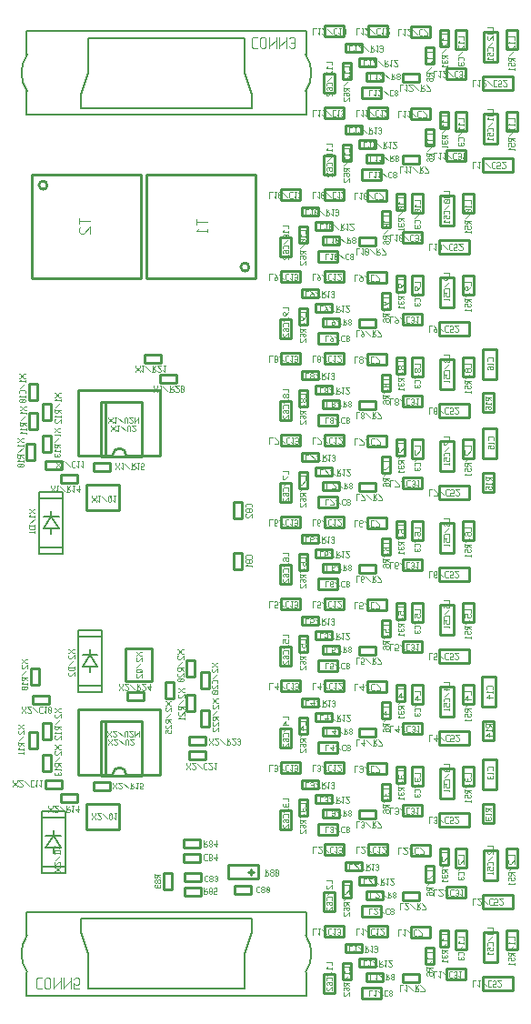
<source format=gbr>
G04 start of page 13 for group -4078 idx -4078 *
G04 Title: HETPREAMPS, bottomsilk *
G04 Creator: pcb 1.99z *
G04 CreationDate: Mi 04 Jun 2014 09:27:22 GMT UTC *
G04 For: stephan *
G04 Format: Gerber/RS-274X *
G04 PCB-Dimensions (mil): 2952.76 4724.41 *
G04 PCB-Coordinate-Origin: lower left *
%MOIN*%
%FSLAX25Y25*%
%LNBOTTOMSILK*%
%ADD189C,0.0032*%
%ADD188C,0.0040*%
%ADD187C,0.0098*%
%ADD186C,0.0098*%
%ADD185C,0.0098*%
%ADD184C,0.0059*%
%ADD183C,0.0100*%
%ADD182C,0.0080*%
G54D182*X61023Y68111D02*Y59450D01*
Y90158D02*Y81497D01*
X83661Y74804D02*Y62009D01*
Y74804D02*X80708Y82678D01*
Y87599D02*Y82678D01*
Y87599D02*X143700D01*
X83661Y62009D02*X140747D01*
X163385Y90158D02*Y81497D01*
Y68111D02*Y59450D01*
X143700Y87599D02*Y82678D01*
X140747Y74804D01*
Y62009D01*
X61023Y90158D02*X163385D01*
X61023Y59450D02*X163385D01*
X61190Y81578D02*G75*G03X61190Y68029I9675J-6775D01*G01*
X163218Y68029D02*G75*G03X163218Y81578I-9675J6775D01*G01*
G54D183*X111250Y104441D02*Y98441D01*
X114250D01*
Y104441D02*Y98441D01*
X111250Y104441D02*X114250D01*
X145750Y107191D02*Y102191D01*
X134750D02*X145750D01*
X134750Y107191D02*Y102191D01*
Y107191D02*X145750D01*
X142250Y104691D02*X144250D01*
X143250Y105691D02*Y103691D01*
X137250Y99691D02*X143250D01*
X137250D02*Y96691D01*
X143250D01*
Y99691D02*Y96691D01*
G54D184*X75081Y127108D02*Y104274D01*
X66419Y127108D02*X75081D01*
X66419D02*Y104274D01*
X75081D01*
X66419Y106636D02*X75081D01*
X66419Y124746D02*X75081D01*
X67994Y113722D02*X73506D01*
X67994D02*X70750Y118053D01*
X73506Y113722D01*
X67994Y118053D02*X73506D01*
X70750Y120022D02*Y118053D01*
Y113722D02*Y111754D01*
G54D183*X118750Y101191D02*X124750D01*
Y104191D02*Y101191D01*
X118750Y104191D02*X124750D01*
X118750D02*Y101191D01*
X118500Y111441D02*X124500D01*
X118500D02*Y108441D01*
X124500D01*
Y111441D02*Y108441D01*
X118500Y116691D02*X124500D01*
X118500D02*Y113691D01*
X124500D01*
Y116691D02*Y113691D01*
X119000Y98941D02*X125000D01*
X119000D02*Y95941D01*
X125000D01*
Y98941D02*Y95941D01*
X179750Y71441D02*Y65441D01*
X176750Y71441D02*X179750D01*
X176750D02*Y65441D01*
X179750D01*
G54D185*X170000Y67191D02*Y60191D01*
X174000D01*
Y67191D02*Y60191D01*
X170000Y67191D02*X174000D01*
X184000Y58441D02*X191000D01*
Y62441D02*Y58441D01*
X184000Y62441D02*X191000D01*
X184000D02*Y58441D01*
X236750Y83191D02*Y76191D01*
X240750D01*
Y83191D02*Y76191D01*
X236750Y83191D02*X240750D01*
G54D183*X228500Y71691D02*X233500D01*
X228500Y82691D02*Y71691D01*
Y82691D02*X233500D01*
Y71691D01*
X239250Y66441D02*Y61441D01*
X228250D02*X239250D01*
X228250Y66441D02*Y61441D01*
Y66441D02*X239250D01*
Y96441D02*Y91441D01*
X228250D02*X239250D01*
X228250Y96441D02*Y91441D01*
Y96441D02*X239250D01*
X210250Y76941D02*Y70941D01*
X207250Y76941D02*X210250D01*
X207250D02*Y70941D01*
X210250D01*
X212500Y83441D02*Y77441D01*
X215500D01*
Y83441D02*Y77441D01*
X212500Y83441D02*X215500D01*
X198750Y67191D02*X204750D01*
X198750D02*Y64191D01*
X204750D01*
Y67191D02*Y64191D01*
G54D185*X214750Y69191D02*X221750D01*
X214750D02*Y65191D01*
X221750D01*
Y69191D02*Y65191D01*
X201750Y80691D02*X208750D01*
Y84691D02*Y80691D01*
X201750Y84691D02*X208750D01*
X201750D02*Y80691D01*
G54D183*X198750Y97191D02*X204750D01*
X198750D02*Y94191D01*
X204750D01*
Y97191D02*Y94191D01*
G54D185*X222250Y83441D02*Y76441D01*
X218250Y83441D02*X222250D01*
X218250D02*Y76441D01*
X222250D01*
X214750Y99191D02*X221750D01*
X214750D02*Y95191D01*
X221750D01*
Y99191D02*Y95191D01*
G54D183*X185500Y67691D02*X191500D01*
X185500D02*Y64691D01*
X191500D01*
Y67691D02*Y64691D01*
G54D185*X186250Y84941D02*X193250D01*
X186250D02*Y80941D01*
X193250D01*
Y84941D02*Y80941D01*
X170000Y97191D02*Y90191D01*
X174000D01*
Y97191D02*Y90191D01*
X170000Y97191D02*X174000D01*
G54D183*X179750Y101441D02*Y95441D01*
X176750Y101441D02*X179750D01*
X176750D02*Y95441D01*
X179750D01*
X183000Y69941D02*X189000D01*
Y72941D02*Y69941D01*
X183000Y72941D02*X189000D01*
X183000D02*Y69941D01*
X177750Y78191D02*X183750D01*
X177750D02*Y75191D01*
X183750D01*
Y78191D02*Y75191D01*
G54D185*X170250Y84941D02*X177250D01*
X170250D02*Y80941D01*
X177250D01*
Y84941D02*Y80941D01*
G54D183*X185500Y97691D02*X191500D01*
X185500D02*Y94691D01*
X191500D01*
Y97691D02*Y94691D01*
G54D185*X184000Y88441D02*X191000D01*
Y92441D02*Y88441D01*
X184000Y92441D02*X191000D01*
X184000D02*Y88441D01*
G54D183*X111750Y174191D02*Y168191D01*
X114750D01*
Y174191D02*Y168191D01*
X111750Y174191D02*X114750D01*
X120500Y148941D02*X126500D01*
X120500D02*Y145941D01*
X126500D01*
Y148941D02*Y145941D01*
X120500Y154191D02*X126500D01*
X120500D02*Y151191D01*
X126500D01*
Y154191D02*Y151191D01*
X128000Y163941D02*Y157941D01*
X125000Y163941D02*X128000D01*
X125000D02*Y157941D01*
X128000D01*
X122500Y169691D02*Y163691D01*
X119500Y169691D02*X122500D01*
X119500D02*Y163691D01*
X122500D01*
Y182191D02*Y176191D01*
X119500Y182191D02*X122500D01*
X119500D02*Y176191D01*
X122500D01*
X125000Y177941D02*Y171941D01*
X128000D01*
Y177941D02*Y171941D01*
X125000Y177941D02*X128000D01*
X85500Y137691D02*X91500D01*
X85500D02*Y134691D01*
X91500D01*
Y137691D02*Y134691D01*
X67750Y135441D02*X73750D01*
Y138441D02*Y135441D01*
X67750Y138441D02*X73750D01*
X67750D02*Y135441D01*
X70000Y147691D02*Y141691D01*
X67000Y147691D02*X70000D01*
X67000D02*Y141691D01*
X70000D01*
Y159441D02*Y153441D01*
X67000Y159441D02*X70000D01*
X67000D02*Y153441D01*
X70000D01*
X64750Y155941D02*Y149941D01*
X61750Y155941D02*X64750D01*
X61750D02*Y149941D01*
X64750D01*
X73500Y133441D02*X79500D01*
X73500D02*Y130441D01*
X79500D01*
Y133441D02*Y130441D01*
X65500Y179191D02*Y173191D01*
X62500Y179191D02*X65500D01*
X62500D02*Y173191D01*
X65500D01*
X63250Y166191D02*X69250D01*
Y169191D02*Y166191D01*
X63250Y169191D02*X69250D01*
X63250D02*Y166191D01*
G54D186*X88250Y139941D02*X103250D01*
Y159941D02*Y139941D01*
X88250Y159941D02*X103250D01*
X88250D02*Y139941D01*
G54D183*X89750Y159941D02*Y139941D01*
G54D185*X154000Y217191D02*Y210191D01*
X158000D01*
Y217191D02*Y210191D01*
X154000Y217191D02*X158000D01*
X154250Y204941D02*X161250D01*
X154250D02*Y200941D01*
X161250D01*
Y204941D02*Y200941D01*
X170250Y204941D02*X177250D01*
X170250D02*Y200941D01*
X177250D01*
Y204941D02*Y200941D01*
G54D183*X161750Y198191D02*X167750D01*
X161750D02*Y195191D01*
X167750D01*
Y198191D02*Y195191D01*
G54D185*X168000Y208441D02*X175000D01*
Y212441D02*Y208441D01*
X168000Y212441D02*X175000D01*
X168000D02*Y208441D01*
G54D183*X223250Y186441D02*Y181441D01*
X212250D02*X223250D01*
X212250Y186441D02*Y181441D01*
Y186441D02*X223250D01*
G54D185*X198750Y189191D02*X205750D01*
X198750D02*Y185191D01*
X205750D01*
Y189191D02*Y185191D01*
G54D183*X196500Y203441D02*Y197441D01*
X199500D01*
Y203441D02*Y197441D01*
X196500Y203441D02*X199500D01*
G54D185*X206250D02*Y196441D01*
X202250Y203441D02*X206250D01*
X202250D02*Y196441D01*
X206250D01*
G54D183*X167000Y189941D02*X173000D01*
Y192941D02*Y189941D01*
X167000Y192941D02*X173000D01*
X167000D02*Y189941D01*
X169500Y187691D02*X175500D01*
X169500D02*Y184691D01*
X175500D01*
Y187691D02*Y184691D01*
G54D185*X154000Y187191D02*Y180191D01*
X158000D01*
Y187191D02*Y180191D01*
X154000Y187191D02*X158000D01*
G54D183*X163750Y191441D02*Y185441D01*
X160750Y191441D02*X163750D01*
X160750D02*Y185441D01*
X163750D01*
G54D185*X185750Y200691D02*X192750D01*
Y204691D02*Y200691D01*
X185750Y204691D02*X192750D01*
X185750D02*Y200691D01*
G54D183*X182750Y187191D02*X188750D01*
X182750D02*Y184191D01*
X188750D01*
Y187191D02*Y184191D01*
X194250Y196941D02*Y190941D01*
X191250Y196941D02*X194250D01*
X191250D02*Y190941D01*
X194250D01*
X223250Y216441D02*Y211441D01*
X212250D02*X223250D01*
X212250Y216441D02*Y211441D01*
Y216441D02*X223250D01*
G54D185*X228250Y250941D02*Y243941D01*
X232250D01*
Y250941D02*Y243941D01*
X228250Y250941D02*X232250D01*
G54D183*X212500Y221691D02*X217500D01*
X212500Y232691D02*Y221691D01*
Y232691D02*X217500D01*
Y221691D01*
G54D185*X220750Y233191D02*Y226191D01*
X224750D01*
Y233191D02*Y226191D01*
X220750Y233191D02*X224750D01*
G54D183*X223250Y246441D02*Y241441D01*
X212250D02*X223250D01*
X212250Y246441D02*Y241441D01*
Y246441D02*X223250D01*
G54D185*X198750Y249191D02*X205750D01*
X198750D02*Y245191D01*
X205750D01*
Y249191D02*Y245191D01*
G54D183*X212500Y191691D02*X217500D01*
X212500Y202691D02*Y191691D01*
Y202691D02*X217500D01*
Y191691D01*
G54D185*X220750Y203191D02*Y196191D01*
X224750D01*
Y203191D02*Y196191D01*
X220750Y203191D02*X224750D01*
G54D183*X196500Y233441D02*Y227441D01*
X199500D01*
Y233441D02*Y227441D01*
X196500Y233441D02*X199500D01*
G54D185*X206250D02*Y226441D01*
X202250Y233441D02*X206250D01*
X202250D02*Y226441D01*
X206250D01*
X185750Y230691D02*X192750D01*
Y234691D02*Y230691D01*
X185750Y234691D02*X192750D01*
X185750D02*Y230691D01*
G54D183*X194250Y226941D02*Y220941D01*
X191250Y226941D02*X194250D01*
X191250D02*Y220941D01*
X194250D01*
G54D185*X198750Y219191D02*X205750D01*
X198750D02*Y215191D01*
X205750D01*
Y219191D02*Y215191D01*
G54D183*X182750Y217191D02*X188750D01*
X182750D02*Y214191D01*
X188750D01*
Y217191D02*Y214191D01*
G54D185*X154000Y247191D02*Y240191D01*
X158000D01*
Y247191D02*Y240191D01*
X154000Y247191D02*X158000D01*
G54D183*X163750Y251441D02*Y245441D01*
X160750Y251441D02*X163750D01*
X160750D02*Y245441D01*
X163750D01*
G54D185*X154250Y234941D02*X161250D01*
X154250D02*Y230941D01*
X161250D01*
Y234941D02*Y230941D01*
G54D183*X161750Y228191D02*X167750D01*
X161750D02*Y225191D01*
X167750D01*
Y228191D02*Y225191D01*
X163750Y221441D02*Y215441D01*
X160750Y221441D02*X163750D01*
X160750D02*Y215441D01*
X163750D01*
G54D185*X170250Y234941D02*X177250D01*
X170250D02*Y230941D01*
X177250D01*
Y234941D02*Y230941D01*
G54D183*X167000Y219941D02*X173000D01*
Y222941D02*Y219941D01*
X167000Y222941D02*X173000D01*
X167000D02*Y219941D01*
X169500Y217691D02*X175500D01*
X169500D02*Y214691D01*
X175500D01*
Y217691D02*Y214691D01*
X169500Y247691D02*X175500D01*
X169500D02*Y244691D01*
X175500D01*
Y247691D02*Y244691D01*
X182750Y247191D02*X188750D01*
X182750D02*Y244191D01*
X188750D01*
Y247191D02*Y244191D01*
G54D185*X168000Y238441D02*X175000D01*
Y242441D02*Y238441D01*
X168000Y242441D02*X175000D01*
X168000D02*Y238441D01*
G54D183*X167000Y129941D02*X173000D01*
Y132941D02*Y129941D01*
X167000Y132941D02*X173000D01*
X167000D02*Y129941D01*
X169500Y127691D02*X175500D01*
X169500D02*Y124691D01*
X175500D01*
Y127691D02*Y124691D01*
X182750Y127191D02*X188750D01*
X182750D02*Y124191D01*
X188750D01*
Y127191D02*Y124191D01*
G54D185*X168000Y118441D02*X175000D01*
Y122441D02*Y118441D01*
X168000Y122441D02*X175000D01*
X168000D02*Y118441D01*
X170250Y114941D02*X177250D01*
X170250D02*Y110941D01*
X177250D01*
Y114941D02*Y110941D01*
X186250Y114941D02*X193250D01*
X186250D02*Y110941D01*
X193250D01*
Y114941D02*Y110941D01*
G54D183*X194250Y136941D02*Y130941D01*
X191250Y136941D02*X194250D01*
X191250D02*Y130941D01*
X194250D01*
X177750Y108191D02*X183750D01*
X177750D02*Y105191D01*
X183750D01*
Y108191D02*Y105191D01*
X183000Y99941D02*X189000D01*
Y102941D02*Y99941D01*
X183000Y102941D02*X189000D01*
X183000D02*Y99941D01*
G54D185*X228250Y129691D02*Y122691D01*
X232250D01*
Y129691D02*Y122691D01*
X228250Y129691D02*X232250D01*
G54D183*X228500Y101691D02*X233500D01*
X228500Y112691D02*Y101691D01*
Y112691D02*X233500D01*
Y101691D01*
G54D185*X236750Y113191D02*Y106191D01*
X240750D01*
Y113191D02*Y106191D01*
X236750Y113191D02*X240750D01*
G54D183*X212500Y113441D02*Y107441D01*
X215500D01*
Y113441D02*Y107441D01*
X212500Y113441D02*X215500D01*
G54D185*X222250D02*Y106441D01*
X218250Y113441D02*X222250D01*
X218250D02*Y106441D01*
X222250D01*
X201750Y110691D02*X208750D01*
Y114691D02*Y110691D01*
X201750Y114691D02*X208750D01*
X201750D02*Y110691D01*
G54D183*X210250Y106941D02*Y100941D01*
X207250Y106941D02*X210250D01*
X207250D02*Y100941D01*
X210250D01*
X223250Y126441D02*Y121441D01*
X212250D02*X223250D01*
X212250Y126441D02*Y121441D01*
Y126441D02*X223250D01*
X212500Y131691D02*X217500D01*
X212500Y142691D02*Y131691D01*
Y142691D02*X217500D01*
Y131691D01*
G54D185*X198750Y129191D02*X205750D01*
X198750D02*Y125191D01*
X205750D01*
Y129191D02*Y125191D01*
X154250Y144941D02*X161250D01*
X154250D02*Y140941D01*
X161250D01*
Y144941D02*Y140941D01*
X154000Y127191D02*Y120191D01*
X158000D01*
Y127191D02*Y120191D01*
X154000Y127191D02*X158000D01*
G54D183*X163750Y131441D02*Y125441D01*
X160750Y131441D02*X163750D01*
X160750D02*Y125441D01*
X163750D01*
G54D185*X154000Y157191D02*Y150191D01*
X158000D01*
Y157191D02*Y150191D01*
X154000Y157191D02*X158000D01*
G54D183*X163750Y161441D02*Y155441D01*
X160750Y161441D02*X163750D01*
X160750D02*Y155441D01*
X163750D01*
G54D185*X170250Y144941D02*X177250D01*
X170250D02*Y140941D01*
X177250D01*
Y144941D02*Y140941D01*
G54D183*X161750Y138191D02*X167750D01*
X161750D02*Y135191D01*
X167750D01*
Y138191D02*Y135191D01*
G54D185*X168000Y148441D02*X175000D01*
Y152441D02*Y148441D01*
X168000Y152441D02*X175000D01*
X168000D02*Y148441D01*
G54D183*X228000Y176191D02*X233000D01*
Y165191D01*
X228000D02*X233000D01*
X228000Y176191D02*Y165191D01*
G54D185*X228250Y159941D02*Y152941D01*
X232250D01*
Y159941D02*Y152941D01*
X228250Y159941D02*X232250D01*
G54D183*X228250Y145941D02*X233250D01*
Y134941D01*
X228250D02*X233250D01*
X228250Y145941D02*Y134941D01*
G54D185*X220750Y143191D02*Y136191D01*
X224750D01*
Y143191D02*Y136191D01*
X220750Y143191D02*X224750D01*
G54D183*X223250Y156441D02*Y151441D01*
X212250D02*X223250D01*
X212250Y156441D02*Y151441D01*
Y156441D02*X223250D01*
X212500Y161691D02*X217500D01*
X212500Y172691D02*Y161691D01*
Y172691D02*X217500D01*
Y161691D01*
G54D185*X220750Y173191D02*Y166191D01*
X224750D01*
Y173191D02*Y166191D01*
X220750Y173191D02*X224750D01*
X198750Y159191D02*X205750D01*
X198750D02*Y155191D01*
X205750D01*
Y159191D02*Y155191D01*
G54D183*X196500Y173441D02*Y167441D01*
X199500D01*
Y173441D02*Y167441D01*
X196500Y173441D02*X199500D01*
G54D185*X206250D02*Y166441D01*
X202250Y173441D02*X206250D01*
X202250D02*Y166441D01*
X206250D01*
G54D183*X196500Y143441D02*Y137441D01*
X199500D01*
Y143441D02*Y137441D01*
X196500Y143441D02*X199500D01*
G54D185*X206250D02*Y136441D01*
X202250Y143441D02*X206250D01*
X202250D02*Y136441D01*
X206250D01*
X185750Y140691D02*X192750D01*
Y144691D02*Y140691D01*
X185750Y144691D02*X192750D01*
X185750D02*Y140691D01*
Y170691D02*X192750D01*
Y174691D02*Y170691D01*
X185750Y174691D02*X192750D01*
X185750D02*Y170691D01*
G54D183*X194250Y166941D02*Y160941D01*
X191250Y166941D02*X194250D01*
X191250D02*Y160941D01*
X194250D01*
X169500Y157691D02*X175500D01*
X169500D02*Y154691D01*
X175500D01*
Y157691D02*Y154691D01*
X182750Y157191D02*X188750D01*
X182750D02*Y154191D01*
X188750D01*
Y157191D02*Y154191D01*
G54D185*X154250Y174941D02*X161250D01*
X154250D02*Y170941D01*
X161250D01*
Y174941D02*Y170941D01*
G54D183*X161750Y168191D02*X167750D01*
X161750D02*Y165191D01*
X167750D01*
Y168191D02*Y165191D01*
X167000Y159941D02*X173000D01*
Y162941D02*Y159941D01*
X167000Y162941D02*X173000D01*
X167000D02*Y159941D01*
G54D185*X170250Y174941D02*X177250D01*
X170250D02*Y170941D01*
X177250D01*
Y174941D02*Y170941D01*
X168000Y178441D02*X175000D01*
Y182441D02*Y178441D01*
X168000Y182441D02*X175000D01*
X168000D02*Y178441D01*
G54D183*X140000Y221691D02*Y215691D01*
X137000Y221691D02*X140000D01*
X137000D02*Y215691D01*
X140000D01*
X137000Y240191D02*Y234191D01*
X140000D01*
Y240191D02*Y234191D01*
X137000Y240191D02*X140000D01*
X97500Y140441D02*X110000D01*
X80000D02*X92500D01*
X80000Y164441D02*X110000D01*
X80000D02*Y140441D01*
X110000Y164441D02*Y140441D01*
X97500D02*G75*G03X92500Y140441I-2500J0D01*G01*
X97250Y186691D02*X106750D01*
X97250D02*Y174691D01*
X106750Y186691D02*Y174691D01*
X97250D02*X106750D01*
X97750Y167691D02*X103750D01*
Y170691D02*Y167691D01*
X97750Y170691D02*X103750D01*
X97750D02*Y167691D01*
X95000Y129691D02*Y120191D01*
X83000Y129691D02*X95000D01*
X83000Y120191D02*X95000D01*
X83000Y129691D02*Y120191D01*
X73500Y250441D02*X79500D01*
X73500D02*Y247441D01*
X79500D01*
Y250441D02*Y247441D01*
X60750Y261691D02*Y255691D01*
X63750D01*
Y261691D02*Y255691D01*
X60750Y261691D02*X63750D01*
G54D186*X88250Y256941D02*X103250D01*
Y276941D02*Y256941D01*
X88250Y276941D02*X103250D01*
X88250D02*Y256941D01*
G54D183*X89750Y276941D02*Y256941D01*
G54D184*X74331Y244108D02*Y221274D01*
X65669Y244108D02*X74331D01*
X65669D02*Y221274D01*
X74331D01*
X65669Y223636D02*X74331D01*
X65669Y241746D02*X74331D01*
X67244Y230722D02*X72756D01*
X67244D02*X70000Y235053D01*
X72756Y230722D01*
X67244Y235053D02*X72756D01*
X70000Y237022D02*Y235053D01*
Y230722D02*Y228754D01*
X88581Y193358D02*Y170524D01*
X79919Y193358D02*X88581D01*
X79919D02*Y170524D01*
X88581D01*
X79919Y172886D02*X88581D01*
X79919Y190996D02*X88581D01*
X81494Y179972D02*X87006D01*
X81494D02*X84250Y184303D01*
X87006Y179972D01*
X81494Y184303D02*X87006D01*
X84250Y186272D02*Y184303D01*
Y179972D02*Y178004D01*
G54D187*X63000Y360441D02*Y322441D01*
X103000D01*
Y360441D02*Y322441D01*
X63000Y360441D02*X103000D01*
X65500Y356441D02*G75*G03X65500Y356441I1500J0D01*G01*
X145000Y360441D02*Y322441D01*
X105000Y360441D02*X145000D01*
X105000D02*Y322441D01*
X145000D01*
X142500Y326441D02*G75*G03X142500Y326441I-1500J0D01*G01*
G54D183*X109750Y286941D02*X115750D01*
X109750D02*Y283941D01*
X115750D01*
Y286941D02*Y283941D01*
X104250Y294191D02*X110250D01*
X104250D02*Y291191D01*
X110250D01*
Y294191D02*Y291191D01*
X64750Y283691D02*Y277691D01*
X61750Y283691D02*X64750D01*
X61750D02*Y277691D01*
X64750D01*
X97500Y257441D02*X110000D01*
X80000D02*X92500D01*
X80000Y281441D02*X110000D01*
X80000D02*Y257441D01*
X110000Y281441D02*Y257441D01*
X97500D02*G75*G03X92500Y257441I-2500J0D01*G01*
X64750Y272941D02*Y266941D01*
X61750Y272941D02*X64750D01*
X61750D02*Y266941D01*
X64750D01*
X95000Y246691D02*Y237191D01*
X83000Y246691D02*X95000D01*
X83000Y237191D02*X95000D01*
X83000Y246691D02*Y237191D01*
X70000Y276441D02*Y270441D01*
X67000Y276441D02*X70000D01*
X67000D02*Y270441D01*
X70000D01*
Y264691D02*Y258691D01*
X67000Y264691D02*X70000D01*
X67000D02*Y258691D01*
X70000D01*
X67750Y252441D02*X73750D01*
Y255441D01*
X67750D01*
Y252441D01*
X85500Y254691D02*X91500D01*
X85500D02*Y251691D01*
X91500D01*
Y254691D02*Y251691D01*
G54D182*X163385Y412992D02*Y404331D01*
Y390945D02*Y382283D01*
X140747Y410433D02*Y397638D01*
X143700Y389764D01*
Y384843D01*
X80708D02*X143700D01*
X83661Y410433D02*X140747D01*
X61023Y390945D02*Y382283D01*
Y412992D02*Y404331D01*
X80708Y389764D02*Y384843D01*
Y389764D02*X83661Y397638D01*
Y410433D02*Y397638D01*
X61023Y382283D02*X163385D01*
X61023Y412992D02*X163385D01*
X163218Y390863D02*G75*G03X163218Y404412I-9675J6775D01*G01*
X61190Y404412D02*G75*G03X61190Y390863I9675J-6775D01*G01*
G54D185*X170000Y397191D02*Y390191D01*
X174000D01*
Y397191D02*Y390191D01*
X170000Y397191D02*X174000D01*
X170000Y367191D02*Y360191D01*
X174000D01*
Y367191D02*Y360191D01*
X170000Y367191D02*X174000D01*
G54D183*X179750Y371441D02*Y365441D01*
X176750Y371441D02*X179750D01*
X176750D02*Y365441D01*
X179750D01*
G54D185*X170250Y414941D02*X177250D01*
X170250D02*Y410941D01*
X177250D01*
Y414941D02*Y410941D01*
X186250Y414941D02*X193250D01*
X186250D02*Y410941D01*
X193250D01*
Y414941D02*Y410941D01*
G54D183*X177750Y408191D02*X183750D01*
X177750D02*Y405191D01*
X183750D01*
Y408191D02*Y405191D01*
X183000Y399941D02*X189000D01*
Y402941D02*Y399941D01*
X183000Y402941D02*X189000D01*
X183000D02*Y399941D01*
X179750Y401441D02*Y395441D01*
X176750Y401441D02*X179750D01*
X176750D02*Y395441D01*
X179750D01*
X185500Y397691D02*X191500D01*
X185500D02*Y394691D01*
X191500D01*
Y397691D02*Y394691D01*
G54D185*X184000Y388441D02*X191000D01*
Y392441D02*Y388441D01*
X184000Y392441D02*X191000D01*
X184000D02*Y388441D01*
G54D183*X239250Y366441D02*Y361441D01*
X228250D02*X239250D01*
X228250Y366441D02*Y361441D01*
Y366441D02*X239250D01*
X228500Y371691D02*X233500D01*
X228500Y382691D02*Y371691D01*
Y382691D02*X233500D01*
Y371691D01*
G54D185*X236750Y383191D02*Y376191D01*
X240750D01*
Y383191D02*Y376191D01*
X236750Y383191D02*X240750D01*
G54D183*X239250Y396441D02*Y391441D01*
X228250D02*X239250D01*
X228250Y396441D02*Y391441D01*
Y396441D02*X239250D01*
X212500Y341691D02*X217500D01*
X212500Y352691D02*Y341691D01*
Y352691D02*X217500D01*
Y341691D01*
G54D185*X220750Y353191D02*Y346191D01*
X224750D01*
Y353191D02*Y346191D01*
X220750Y353191D02*X224750D01*
G54D183*X196500Y353441D02*Y347441D01*
X199500D01*
Y353441D02*Y347441D01*
X196500Y353441D02*X199500D01*
G54D185*X185750Y350691D02*X192750D01*
Y354691D02*Y350691D01*
X185750Y354691D02*X192750D01*
X185750D02*Y350691D01*
X206250Y353441D02*Y346441D01*
X202250Y353441D02*X206250D01*
X202250D02*Y346441D01*
X206250D01*
G54D183*X183000Y369941D02*X189000D01*
Y372941D02*Y369941D01*
X183000Y372941D02*X189000D01*
X183000D02*Y369941D01*
X185500Y367691D02*X191500D01*
X185500D02*Y364691D01*
X191500D01*
Y367691D02*Y364691D01*
G54D185*X184000Y358441D02*X191000D01*
Y362441D02*Y358441D01*
X184000Y362441D02*X191000D01*
X184000D02*Y358441D01*
X170250Y384941D02*X177250D01*
X170250D02*Y380941D01*
X177250D01*
Y384941D02*Y380941D01*
G54D183*X177750Y378191D02*X183750D01*
X177750D02*Y375191D01*
X183750D01*
Y378191D02*Y375191D01*
X198750Y367191D02*X204750D01*
X198750D02*Y364191D01*
X204750D01*
Y367191D02*Y364191D01*
X210250Y376941D02*Y370941D01*
X207250Y376941D02*X210250D01*
X207250D02*Y370941D01*
X210250D01*
G54D185*X186250Y384941D02*X193250D01*
X186250D02*Y380941D01*
X193250D01*
Y384941D02*Y380941D01*
X201750Y380691D02*X208750D01*
Y384691D02*Y380691D01*
X201750Y384691D02*X208750D01*
X201750D02*Y380691D01*
G54D183*X228500Y401691D02*X233500D01*
X228500Y412691D02*Y401691D01*
Y412691D02*X233500D01*
Y401691D01*
G54D185*X236750Y413191D02*Y406191D01*
X240750D01*
Y413191D02*Y406191D01*
X236750Y413191D02*X240750D01*
X222250Y413441D02*Y406441D01*
X218250Y413441D02*X222250D01*
X218250D02*Y406441D01*
X222250D01*
X214750Y369191D02*X221750D01*
X214750D02*Y365191D01*
X221750D01*
Y369191D02*Y365191D01*
G54D183*X212500Y383441D02*Y377441D01*
X215500D01*
Y383441D02*Y377441D01*
X212500Y383441D02*X215500D01*
G54D185*X222250D02*Y376441D01*
X218250Y383441D02*X222250D01*
X218250D02*Y376441D01*
X222250D01*
G54D183*X212500Y413441D02*Y407441D01*
X215500D01*
Y413441D02*Y407441D01*
X212500Y413441D02*X215500D01*
X210250Y406941D02*Y400941D01*
X207250Y406941D02*X210250D01*
X207250D02*Y400941D01*
X210250D01*
G54D185*X201750Y410691D02*X208750D01*
Y414691D02*Y410691D01*
X201750Y414691D02*X208750D01*
X201750D02*Y410691D01*
G54D183*X198750Y397191D02*X204750D01*
X198750D02*Y394191D01*
X204750D01*
Y397191D02*Y394191D01*
G54D185*X214750Y399191D02*X221750D01*
X214750D02*Y395191D01*
X221750D01*
Y399191D02*Y395191D01*
X154250Y324941D02*X161250D01*
X154250D02*Y320941D01*
X161250D01*
Y324941D02*Y320941D01*
X170250Y324941D02*X177250D01*
X170250D02*Y320941D01*
X177250D01*
Y324941D02*Y320941D01*
X185750Y320691D02*X192750D01*
Y324691D02*Y320691D01*
X185750Y324691D02*X192750D01*
X185750D02*Y320691D01*
G54D183*X161750Y318191D02*X167750D01*
X161750D02*Y315191D01*
X167750D01*
Y318191D02*Y315191D01*
X196500Y323441D02*Y317441D01*
X199500D01*
Y323441D02*Y317441D01*
X196500Y323441D02*X199500D01*
X194250Y316941D02*Y310941D01*
X191250Y316941D02*X194250D01*
X191250D02*Y310941D01*
X194250D01*
G54D185*X206250Y323441D02*Y316441D01*
X202250Y323441D02*X206250D01*
X202250D02*Y316441D01*
X206250D01*
G54D183*X169500Y337691D02*X175500D01*
X169500D02*Y334691D01*
X175500D01*
Y337691D02*Y334691D01*
X182750Y337191D02*X188750D01*
X182750D02*Y334191D01*
X188750D01*
Y337191D02*Y334191D01*
G54D185*X168000Y328441D02*X175000D01*
Y332441D02*Y328441D01*
X168000Y332441D02*X175000D01*
X168000D02*Y328441D01*
X220750Y323191D02*Y316191D01*
X224750D01*
Y323191D02*Y316191D01*
X220750Y323191D02*X224750D01*
G54D183*X223250Y336441D02*Y331441D01*
X212250D02*X223250D01*
X212250Y336441D02*Y331441D01*
Y336441D02*X223250D01*
X228250Y296441D02*X233250D01*
Y285441D01*
X228250D02*X233250D01*
X228250Y296441D02*Y285441D01*
G54D185*Y280191D02*Y273191D01*
X232250D01*
Y280191D02*Y273191D01*
X228250Y280191D02*X232250D01*
G54D183*X228250Y267191D02*X233250D01*
Y256191D01*
X228250D02*X233250D01*
X228250Y267191D02*Y256191D01*
X212500Y251691D02*X217500D01*
X212500Y262691D02*Y251691D01*
Y262691D02*X217500D01*
Y251691D01*
G54D185*X220750Y263191D02*Y256191D01*
X224750D01*
Y263191D02*Y256191D01*
X220750Y263191D02*X224750D01*
G54D183*X223250Y276441D02*Y271441D01*
X212250D02*X223250D01*
X212250Y276441D02*Y271441D01*
Y276441D02*X223250D01*
X212500Y281691D02*X217500D01*
X212500Y292691D02*Y281691D01*
Y292691D02*X217500D01*
Y281691D01*
X212500Y311691D02*X217500D01*
X212500Y322691D02*Y311691D01*
Y322691D02*X217500D01*
Y311691D01*
G54D185*X220750Y293191D02*Y286191D01*
X224750D01*
Y293191D02*Y286191D01*
X220750Y293191D02*X224750D01*
G54D183*X223250Y306441D02*Y301441D01*
X212250D02*X223250D01*
X212250Y306441D02*Y301441D01*
Y306441D02*X223250D01*
X196500Y263441D02*Y257441D01*
X199500D01*
Y263441D02*Y257441D01*
X196500Y263441D02*X199500D01*
G54D185*X206250D02*Y256441D01*
X202250Y263441D02*X206250D01*
X202250D02*Y256441D01*
X206250D01*
X185750Y260691D02*X192750D01*
Y264691D02*Y260691D01*
X185750Y264691D02*X192750D01*
X185750D02*Y260691D01*
G54D183*X194250Y256941D02*Y250941D01*
X191250Y256941D02*X194250D01*
X191250D02*Y250941D01*
X194250D01*
X182750Y277191D02*X188750D01*
X182750D02*Y274191D01*
X188750D01*
Y277191D02*Y274191D01*
G54D185*X198750Y279191D02*X205750D01*
X198750D02*Y275191D01*
X205750D01*
Y279191D02*Y275191D01*
G54D183*X196500Y293441D02*Y287441D01*
X199500D01*
Y293441D02*Y287441D01*
X196500Y293441D02*X199500D01*
G54D185*X206250D02*Y286441D01*
X202250Y293441D02*X206250D01*
X202250D02*Y286441D01*
X206250D01*
G54D183*X194250Y286941D02*Y280941D01*
X191250Y286941D02*X194250D01*
X191250D02*Y280941D01*
X194250D01*
X163750Y281441D02*Y275441D01*
X160750Y281441D02*X163750D01*
X160750D02*Y275441D01*
X163750D01*
G54D185*X154000Y277191D02*Y270191D01*
X158000D01*
Y277191D02*Y270191D01*
X154000Y277191D02*X158000D01*
X170250Y294941D02*X177250D01*
X170250D02*Y290941D01*
X177250D01*
Y294941D02*Y290941D01*
G54D183*X161750Y288191D02*X167750D01*
X161750D02*Y285191D01*
X167750D01*
Y288191D02*Y285191D01*
X167000Y279941D02*X173000D01*
Y282941D02*Y279941D01*
X167000Y282941D02*X173000D01*
X167000D02*Y279941D01*
X169500Y277691D02*X175500D01*
X169500D02*Y274691D01*
X175500D01*
Y277691D02*Y274691D01*
X167000Y309941D02*X173000D01*
Y312941D02*Y309941D01*
X167000Y312941D02*X173000D01*
X167000D02*Y309941D01*
X169500Y307691D02*X175500D01*
X169500D02*Y304691D01*
X175500D01*
Y307691D02*Y304691D01*
G54D185*X168000Y298441D02*X175000D01*
Y302441D02*Y298441D01*
X168000Y302441D02*X175000D01*
X168000D02*Y298441D01*
X154250Y264941D02*X161250D01*
X154250D02*Y260941D01*
X161250D01*
Y264941D02*Y260941D01*
G54D183*X161750Y258191D02*X167750D01*
X161750D02*Y255191D01*
X167750D01*
Y258191D02*Y255191D01*
X167000Y249941D02*X173000D01*
Y252941D02*Y249941D01*
X167000Y252941D02*X173000D01*
X167000D02*Y249941D01*
G54D185*X170250Y264941D02*X177250D01*
X170250D02*Y260941D01*
X177250D01*
Y264941D02*Y260941D01*
X168000Y268441D02*X175000D01*
Y272441D02*Y268441D01*
X168000Y272441D02*X175000D01*
X168000D02*Y268441D01*
X185750Y290691D02*X192750D01*
Y294691D02*Y290691D01*
X185750Y294691D02*X192750D01*
X185750D02*Y290691D01*
G54D183*X182750Y307191D02*X188750D01*
X182750D02*Y304191D01*
X188750D01*
Y307191D02*Y304191D01*
G54D185*X198750Y309191D02*X205750D01*
X198750D02*Y305191D01*
X205750D01*
Y309191D02*Y305191D01*
X198750Y339191D02*X205750D01*
X198750D02*Y335191D01*
X205750D01*
Y339191D02*Y335191D01*
G54D183*X194250Y346941D02*Y340941D01*
X191250Y346941D02*X194250D01*
X191250D02*Y340941D01*
X194250D01*
G54D185*X154250Y294941D02*X161250D01*
X154250D02*Y290941D01*
X161250D01*
Y294941D02*Y290941D01*
X154000Y307191D02*Y300191D01*
X158000D01*
Y307191D02*Y300191D01*
X154000Y307191D02*X158000D01*
G54D183*X163750Y311441D02*Y305441D01*
X160750Y311441D02*X163750D01*
X160750D02*Y305441D01*
X163750D01*
G54D185*X170250Y354941D02*X177250D01*
X170250D02*Y350941D01*
X177250D01*
Y354941D02*Y350941D01*
G54D183*X161750Y348191D02*X167750D01*
X161750D02*Y345191D01*
X167750D01*
Y348191D02*Y345191D01*
X167000Y339941D02*X173000D01*
Y342941D02*Y339941D01*
X167000Y342941D02*X173000D01*
X167000D02*Y339941D01*
G54D185*X154250Y354941D02*X161250D01*
X154250D02*Y350941D01*
X161250D01*
Y354941D02*Y350941D01*
X154000Y337191D02*Y330191D01*
X158000D01*
Y337191D02*Y330191D01*
X154000Y337191D02*X158000D01*
G54D183*X163750Y341441D02*Y335441D01*
X160750Y341441D02*X163750D01*
X160750D02*Y335441D01*
X163750D01*
G54D188*X64999Y65942D02*X66499D01*
X64499Y65442D02*X64999Y65942D01*
X64499Y62442D02*Y65442D01*
Y62442D02*X64999Y61942D01*
X66499D01*
X67699Y62442D02*Y65442D01*
Y62442D02*X68199Y61942D01*
X69199D01*
X69699Y62442D01*
Y65442D01*
X69199Y65942D02*X69699Y65442D01*
X68199Y65942D02*X69199D01*
X67699Y65442D02*X68199Y65942D01*
X70899Y61942D02*Y65942D01*
Y61942D02*Y62442D01*
X73399Y64942D01*
Y61942D02*Y65942D01*
X74599Y61942D02*Y65942D01*
Y61942D02*Y62442D01*
X77099Y64942D01*
Y61942D02*Y65942D01*
X78299Y61942D02*X80299D01*
X78299D02*Y63942D01*
X78799Y63442D01*
X79799D01*
X80299Y63942D01*
Y65442D01*
X79799Y65942D02*X80299Y65442D01*
X78799Y65942D02*X79799D01*
X78299Y65442D02*X78799Y65942D01*
G54D189*X69000Y126741D02*Y127016D01*
X70375Y128391D01*
Y128941D01*
X69000Y128391D02*Y128941D01*
Y128391D02*X70375Y127016D01*
Y126741D02*Y127016D01*
X71035D02*X71310Y126741D01*
X72135D01*
X72410Y127016D01*
Y127566D01*
X71035Y128941D02*X72410Y127566D01*
X71035Y128941D02*X72410D01*
X73070Y128666D02*X74720Y127016D01*
X75380Y126741D02*X76480D01*
X76755Y127016D01*
Y127566D01*
X76480Y127841D02*X76755Y127566D01*
X75655Y127841D02*X76480D01*
X75655Y126741D02*Y128941D01*
Y127841D02*X76755Y128941D01*
X77690D02*X78240D01*
X77965Y126741D02*Y128941D01*
X77415Y127291D02*X77965Y126741D01*
X78900Y127841D02*X80000Y126741D01*
X78900Y127841D02*X80275D01*
X80000Y126741D02*Y128941D01*
X56000Y135991D02*Y136266D01*
X57375Y137641D01*
Y138191D01*
X56000Y137641D02*Y138191D01*
Y137641D02*X57375Y136266D01*
Y135991D02*Y136266D01*
X58035D02*X58310Y135991D01*
X59135D01*
X59410Y136266D01*
Y136816D01*
X58035Y138191D02*X59410Y136816D01*
X58035Y138191D02*X59410D01*
X60070Y137916D02*X61720Y136266D01*
X62655Y138191D02*X63480D01*
X62380Y137916D02*X62655Y138191D01*
X62380Y136266D02*Y137916D01*
Y136266D02*X62655Y135991D01*
X63480D01*
X64415Y138191D02*X64965D01*
X64690Y135991D02*Y138191D01*
X64140Y136541D02*X64690Y135991D01*
X65900Y138191D02*X66450D01*
X66175Y135991D02*Y138191D01*
X65625Y136541D02*X66175Y135991D01*
X73075Y105061D02*X73350D01*
X73075D02*X71700Y106436D01*
X71150D02*X71700D01*
X71150Y105061D02*X71700D01*
X73075Y106436D01*
X73350D01*
X73075Y107096D02*X73350Y107371D01*
Y108196D01*
X73075Y108471D01*
X72525D02*X73075D01*
X71150Y107096D02*X72525Y108471D01*
X71150Y107096D02*Y108471D01*
X71425Y109131D02*X73075Y110781D01*
X71150Y111716D02*X73350D01*
Y112541D02*X73075Y112816D01*
X71425D02*X73075D01*
X71150Y112541D02*X71425Y112816D01*
X71150Y111441D02*Y112541D01*
X73350Y111441D02*Y112541D01*
X71150Y113751D02*Y114301D01*
Y114026D02*X73350D01*
X72800Y113476D02*X73350Y114026D01*
X59050Y182691D02*X59325D01*
X60700Y181316D01*
X61250D01*
X60700Y182691D02*X61250D01*
X60700D02*X59325Y181316D01*
X59050D02*X59325D01*
Y180656D02*X59050Y180381D01*
Y179556D02*Y180381D01*
Y179556D02*X59325Y179281D01*
X59875D01*
X61250Y180656D02*X59875Y179281D01*
X61250D02*Y180656D01*
X60975Y178621D02*X59325Y176971D01*
X59050Y175211D02*Y176311D01*
Y175211D02*X59325Y174936D01*
X59875D01*
X60150Y175211D02*X59875Y174936D01*
X60150Y175211D02*Y176036D01*
X59050D02*X61250D01*
X60150D02*X61250Y174936D01*
Y173451D02*Y174001D01*
X59050Y173726D02*X61250D01*
X59600Y174276D02*X59050Y173726D01*
X60975Y172791D02*X61250Y172516D01*
X59325Y172791D02*X60975D01*
X59325D02*X59050Y172516D01*
Y171966D02*Y172516D01*
Y171966D02*X59325Y171691D01*
X60975D01*
X61250Y171966D02*X60975Y171691D01*
X61250Y171966D02*Y172516D01*
X60700Y172791D02*X59600Y171691D01*
X71300Y151191D02*X71575D01*
X72950Y149816D01*
X73500D01*
X72950Y151191D02*X73500D01*
X72950D02*X71575Y149816D01*
X71300D02*X71575D01*
Y149156D02*X71300Y148881D01*
Y148056D02*Y148881D01*
Y148056D02*X71575Y147781D01*
X72125D01*
X73500Y149156D02*X72125Y147781D01*
X73500D02*Y149156D01*
X73225Y147121D02*X71575Y145471D01*
X71300Y143711D02*Y144811D01*
Y143711D02*X71575Y143436D01*
X72125D01*
X72400Y143711D02*X72125Y143436D01*
X72400Y143711D02*Y144536D01*
X71300D02*X73500D01*
X72400D02*X73500Y143436D01*
Y141951D02*Y142501D01*
X71300Y142226D02*X73500D01*
X71850Y142776D02*X71300Y142226D01*
X71575Y141291D02*X71300Y141016D01*
Y140466D02*Y141016D01*
Y140466D02*X71575Y140191D01*
X73225D01*
X73500Y140466D02*X73225Y140191D01*
X73500Y140466D02*Y141016D01*
X73225Y141291D02*X73500Y141016D01*
X72400Y140191D02*Y141016D01*
X71300Y164691D02*X71575D01*
X72950Y163316D01*
X73500D01*
X72950Y164691D02*X73500D01*
X72950D02*X71575Y163316D01*
X71300D02*X71575D01*
Y162656D02*X71300Y162381D01*
Y161556D02*Y162381D01*
Y161556D02*X71575Y161281D01*
X72125D01*
X73500Y162656D02*X72125Y161281D01*
X73500D02*Y162656D01*
X73225Y160621D02*X71575Y158971D01*
X71300Y157211D02*Y158311D01*
Y157211D02*X71575Y156936D01*
X72125D01*
X72400Y157211D02*X72125Y156936D01*
X72400Y157211D02*Y158036D01*
X71300D02*X73500D01*
X72400D02*X73500Y156936D01*
Y155451D02*Y156001D01*
X71300Y155726D02*X73500D01*
X71850Y156276D02*X71300Y155726D01*
X71575Y154791D02*X71300Y154516D01*
Y153691D02*Y154516D01*
Y153691D02*X71575Y153416D01*
X72125D01*
X73500Y154791D02*X72125Y153416D01*
X73500D02*Y154791D01*
X57800Y158691D02*X58075D01*
X59450Y157316D01*
X60000D01*
X59450Y158691D02*X60000D01*
X59450D02*X58075Y157316D01*
X57800D02*X58075D01*
Y156656D02*X57800Y156381D01*
Y155556D02*Y156381D01*
Y155556D02*X58075Y155281D01*
X58625D01*
X60000Y156656D02*X58625Y155281D01*
X60000D02*Y156656D01*
X59725Y154621D02*X58075Y152971D01*
X57800Y151211D02*Y152311D01*
Y151211D02*X58075Y150936D01*
X58625D01*
X58900Y151211D02*X58625Y150936D01*
X58900Y151211D02*Y152036D01*
X57800D02*X60000D01*
X58900D02*X60000Y150936D01*
Y149451D02*Y150001D01*
X57800Y149726D02*X60000D01*
X58350Y150276D02*X57800Y149726D01*
X60000Y147966D02*Y148516D01*
X57800Y148241D02*X60000D01*
X58350Y148791D02*X57800Y148241D01*
X59250Y162991D02*Y163266D01*
X60625Y164641D01*
Y165191D01*
X59250Y164641D02*Y165191D01*
Y164641D02*X60625Y163266D01*
Y162991D02*Y163266D01*
X61285D02*X61560Y162991D01*
X62385D01*
X62660Y163266D01*
Y163816D01*
X61285Y165191D02*X62660Y163816D01*
X61285Y165191D02*X62660D01*
X63320Y164916D02*X64970Y163266D01*
X65905Y165191D02*X66730D01*
X65630Y164916D02*X65905Y165191D01*
X65630Y163266D02*Y164916D01*
Y163266D02*X65905Y162991D01*
X66730D01*
X67665Y165191D02*X68215D01*
X67940Y162991D02*Y165191D01*
X67390Y163541D02*X67940Y162991D01*
X68875Y164916D02*X69150Y165191D01*
X68875Y163266D02*Y164916D01*
Y163266D02*X69150Y162991D01*
X69700D01*
X69975Y163266D01*
Y164916D01*
X69700Y165191D02*X69975Y164916D01*
X69150Y165191D02*X69700D01*
X68875Y164641D02*X69975Y163541D01*
X71050Y267441D02*X71325D01*
X72700Y266066D01*
X73250D01*
X72700Y267441D02*X73250D01*
X72700D02*X71325Y266066D01*
X71050D02*X71325D01*
X73250Y264581D02*Y265131D01*
X71050Y264856D02*X73250D01*
X71600Y265406D02*X71050Y264856D01*
X72975Y263921D02*X71325Y262271D01*
X71050Y260511D02*Y261611D01*
Y260511D02*X71325Y260236D01*
X71875D01*
X72150Y260511D02*X71875Y260236D01*
X72150Y260511D02*Y261336D01*
X71050D02*X73250D01*
X72150D02*X73250Y260236D01*
Y258751D02*Y259301D01*
X71050Y259026D02*X73250D01*
X71600Y259576D02*X71050Y259026D01*
X71325Y258091D02*X71050Y257816D01*
Y257266D02*Y257816D01*
Y257266D02*X71325Y256991D01*
X72975D01*
X73250Y257266D02*X72975Y256991D01*
X73250Y257266D02*Y257816D01*
X72975Y258091D02*X73250Y257816D01*
X72150Y256991D02*Y257816D01*
X71750Y252991D02*Y253266D01*
X73125Y254641D01*
Y255191D01*
X71750Y254641D02*Y255191D01*
Y254641D02*X73125Y253266D01*
Y252991D02*Y253266D01*
X74060Y255191D02*X74610D01*
X74335Y252991D02*Y255191D01*
X73785Y253541D02*X74335Y252991D01*
X75270Y254916D02*X76920Y253266D01*
X77855Y255191D02*X78680D01*
X77580Y254916D02*X77855Y255191D01*
X77580Y253266D02*Y254916D01*
Y253266D02*X77855Y252991D01*
X78680D01*
X79615Y255191D02*X80165D01*
X79890Y252991D02*Y255191D01*
X79340Y253541D02*X79890Y252991D01*
X81100Y255191D02*X81650D01*
X81375Y252991D02*Y255191D01*
X80825Y253541D02*X81375Y252991D01*
X69750Y243991D02*Y244266D01*
X71125Y245641D01*
Y246191D01*
X69750Y245641D02*Y246191D01*
Y245641D02*X71125Y244266D01*
Y243991D02*Y244266D01*
X72060Y246191D02*X72610D01*
X72335Y243991D02*Y246191D01*
X71785Y244541D02*X72335Y243991D01*
X73270Y245916D02*X74920Y244266D01*
X75580Y243991D02*X76680D01*
X76955Y244266D01*
Y244816D01*
X76680Y245091D02*X76955Y244816D01*
X75855Y245091D02*X76680D01*
X75855Y243991D02*Y246191D01*
Y245091D02*X76955Y246191D01*
X77890D02*X78440D01*
X78165Y243991D02*Y246191D01*
X77615Y244541D02*X78165Y243991D01*
X79100Y245091D02*X80200Y243991D01*
X79100Y245091D02*X80475D01*
X80200Y243991D02*Y246191D01*
X57550Y263691D02*X57825D01*
X59200Y262316D01*
X59750D01*
X59200Y263691D02*X59750D01*
X59200D02*X57825Y262316D01*
X57550D02*X57825D01*
X59750Y260831D02*Y261381D01*
X57550Y261106D02*X59750D01*
X58100Y261656D02*X57550Y261106D01*
X59475Y260171D02*X57825Y258521D01*
X57550Y256761D02*Y257861D01*
Y256761D02*X57825Y256486D01*
X58375D01*
X58650Y256761D02*X58375Y256486D01*
X58650Y256761D02*Y257586D01*
X57550D02*X59750D01*
X58650D02*X59750Y256486D01*
Y255001D02*Y255551D01*
X57550Y255276D02*X59750D01*
X58100Y255826D02*X57550Y255276D01*
X59475Y254341D02*X59750Y254066D01*
X57825Y254341D02*X59475D01*
X57825D02*X57550Y254066D01*
Y253516D02*Y254066D01*
Y253516D02*X57825Y253241D01*
X59475D01*
X59750Y253516D02*X59475Y253241D01*
X59750Y253516D02*Y254066D01*
X59200Y254341D02*X58100Y253241D01*
X61800Y237691D02*X62075D01*
X63450Y236316D01*
X64000D01*
X63450Y237691D02*X64000D01*
X63450D02*X62075Y236316D01*
X61800D02*X62075D01*
X64000Y234831D02*Y235381D01*
X61800Y235106D02*X64000D01*
X62350Y235656D02*X61800Y235106D01*
X63725Y234171D02*X62075Y232521D01*
X61800Y231586D02*X64000D01*
X61800Y230761D02*X62075Y230486D01*
X63725D01*
X64000Y230761D02*X63725Y230486D01*
X64000Y230761D02*Y231861D01*
X61800Y230761D02*Y231861D01*
X64000Y229001D02*Y229551D01*
X61800Y229276D02*X64000D01*
X62350Y229826D02*X61800Y229276D01*
X76300Y186441D02*X76575D01*
X77950Y185066D01*
X78500D01*
X77950Y186441D02*X78500D01*
X77950D02*X76575Y185066D01*
X76300D02*X76575D01*
Y184406D02*X76300Y184131D01*
Y183306D02*Y184131D01*
Y183306D02*X76575Y183031D01*
X77125D01*
X78500Y184406D02*X77125Y183031D01*
X78500D02*Y184406D01*
X78225Y182371D02*X76575Y180721D01*
X76300Y179786D02*X78500D01*
X76300Y178961D02*X76575Y178686D01*
X78225D01*
X78500Y178961D02*X78225Y178686D01*
X78500Y178961D02*Y180061D01*
X76300Y178961D02*Y180061D01*
X76575Y178026D02*X76300Y177751D01*
Y176926D02*Y177751D01*
Y176926D02*X76575Y176651D01*
X77125D01*
X78500Y178026D02*X77125Y176651D01*
X78500D02*Y178026D01*
X163250Y135491D02*Y137691D01*
X164350D01*
X165010Y135766D02*X165285Y135491D01*
X165835D01*
X166110Y135766D01*
Y137416D01*
X165835Y137691D02*X166110Y137416D01*
X165285Y137691D02*X165835D01*
X165010Y137416D02*X165285Y137691D01*
Y136591D02*X166110D01*
X166770Y137416D02*X168420Y135766D01*
X169080Y135491D02*X170180D01*
X170455Y135766D01*
Y136316D01*
X170180Y136591D02*X170455Y136316D01*
X169355Y136591D02*X170180D01*
X169355Y135491D02*Y137691D01*
Y136591D02*X170455Y137691D01*
X171390D02*X171940D01*
X171665Y135491D02*Y137691D01*
X171115Y136041D02*X171665Y135491D01*
X172600Y135766D02*X172875Y135491D01*
X173425D01*
X173700Y135766D01*
Y137416D01*
X173425Y137691D02*X173700Y137416D01*
X172875Y137691D02*X173425D01*
X172600Y137416D02*X172875Y137691D01*
Y136591D02*X173700D01*
X154800Y131691D02*X157000D01*
Y130591D02*Y131691D01*
X155075Y129931D02*X154800Y129656D01*
Y129106D02*Y129656D01*
Y129106D02*X155075Y128831D01*
X156725D01*
X157000Y129106D02*X156725Y128831D01*
X157000Y129106D02*Y129656D01*
X156725Y129931D02*X157000Y129656D01*
X155900Y128831D02*Y129656D01*
X156725Y128171D02*X155075Y126521D01*
X157000Y124761D02*Y125586D01*
X156725Y125861D02*X157000Y125586D01*
X155075Y125861D02*X156725D01*
X155075D02*X154800Y125586D01*
Y124761D02*Y125586D01*
Y123276D02*X155075Y123001D01*
X154800Y123276D02*Y123826D01*
X155075Y124101D02*X154800Y123826D01*
X155075Y124101D02*X156725D01*
X157000Y123826D01*
X155900Y123276D02*X156175Y123001D01*
X155900Y123276D02*Y124101D01*
X157000Y123276D02*Y123826D01*
Y123276D02*X156725Y123001D01*
X156175D02*X156725D01*
X155075Y122341D02*X154800Y122066D01*
Y121241D02*Y122066D01*
Y121241D02*X155075Y120966D01*
X155625D01*
X157000Y122341D02*X155625Y120966D01*
X157000D02*Y122341D01*
X161050Y129941D02*X163250D01*
Y128841D02*Y129941D01*
X161325Y128181D02*X161050Y127906D01*
Y127356D02*Y127906D01*
Y127356D02*X161325Y127081D01*
X162975D01*
X163250Y127356D02*X162975Y127081D01*
X163250Y127356D02*Y127906D01*
X162975Y128181D02*X163250Y127906D01*
X162150Y127081D02*Y127906D01*
X162975Y126421D02*X161325Y124771D01*
X161050Y123011D02*Y124111D01*
Y123011D02*X161325Y122736D01*
X161875D01*
X162150Y123011D02*X161875Y122736D01*
X162150Y123011D02*Y123836D01*
X161050D02*X163250D01*
X162150D02*X163250Y122736D01*
X161050Y121251D02*X161325Y120976D01*
X161050Y121251D02*Y121801D01*
X161325Y122076D02*X161050Y121801D01*
X161325Y122076D02*X162975D01*
X163250Y121801D01*
X162150Y121251D02*X162425Y120976D01*
X162150Y121251D02*Y122076D01*
X163250Y121251D02*Y121801D01*
Y121251D02*X162975Y120976D01*
X162425D02*X162975D01*
X161325Y120316D02*X161050Y120041D01*
Y119216D02*Y120041D01*
Y119216D02*X161325Y118941D01*
X161875D01*
X163250Y120316D02*X161875Y118941D01*
X163250D02*Y120316D01*
X150000Y141741D02*Y143941D01*
X151100D01*
X151760Y142016D02*X152035Y141741D01*
X152585D01*
X152860Y142016D01*
Y143666D01*
X152585Y143941D02*X152860Y143666D01*
X152035Y143941D02*X152585D01*
X151760Y143666D02*X152035Y143941D01*
Y142841D02*X152860D01*
X153520Y143666D02*X155170Y142016D01*
X156105Y143941D02*X156930D01*
X155830Y143666D02*X156105Y143941D01*
X155830Y142016D02*Y143666D01*
Y142016D02*X156105Y141741D01*
X156930D01*
X157865Y143941D02*X158415D01*
X158140Y141741D02*Y143941D01*
X157590Y142291D02*X158140Y141741D01*
X159075Y142016D02*X159350Y141741D01*
X159900D01*
X160175Y142016D01*
Y143666D01*
X159900Y143941D02*X160175Y143666D01*
X159350Y143941D02*X159900D01*
X159075Y143666D02*X159350Y143941D01*
Y142841D02*X160175D01*
X165750Y141741D02*Y143941D01*
X166850D01*
X167510Y142016D02*X167785Y141741D01*
X168335D01*
X168610Y142016D01*
Y143666D01*
X168335Y143941D02*X168610Y143666D01*
X167785Y143941D02*X168335D01*
X167510Y143666D02*X167785Y143941D01*
Y142841D02*X168610D01*
X169270Y143666D02*X170920Y142016D01*
X171855Y143941D02*X172680D01*
X171580Y143666D02*X171855Y143941D01*
X171580Y142016D02*Y143666D01*
Y142016D02*X171855Y141741D01*
X172680D01*
X173615Y143941D02*X174165D01*
X173890Y141741D02*Y143941D01*
X173340Y142291D02*X173890Y141741D01*
X174825Y142016D02*X175100Y141741D01*
X175925D01*
X176200Y142016D01*
Y142566D01*
X174825Y143941D02*X176200Y142566D01*
X174825Y143941D02*X176200D01*
X168500Y129991D02*Y132191D01*
X169600D01*
X170260Y130266D02*X170535Y129991D01*
X171085D01*
X171360Y130266D01*
Y131916D01*
X171085Y132191D02*X171360Y131916D01*
X170535Y132191D02*X171085D01*
X170260Y131916D02*X170535Y132191D01*
Y131091D02*X171360D01*
X172020Y131916D02*X173670Y130266D01*
X174330Y129991D02*X175430D01*
X175705Y130266D01*
Y130816D01*
X175430Y131091D02*X175705Y130816D01*
X174605Y131091D02*X175430D01*
X174605Y129991D02*Y132191D01*
Y131091D02*X175705Y132191D01*
X176640D02*X177190D01*
X176915Y129991D02*Y132191D01*
X176365Y130541D02*X176915Y129991D01*
X177850Y130266D02*X178125Y129991D01*
X178950D01*
X179225Y130266D01*
Y130816D01*
X177850Y132191D02*X179225Y130816D01*
X177850Y132191D02*X179225D01*
X181250Y141491D02*Y143691D01*
X182350D01*
X183010Y141766D02*X183285Y141491D01*
X183835D01*
X184110Y141766D01*
Y143416D01*
X183835Y143691D02*X184110Y143416D01*
X183285Y143691D02*X183835D01*
X183010Y143416D02*X183285Y143691D01*
Y142591D02*X184110D01*
X184770Y143416D02*X186420Y141766D01*
X187355Y143691D02*X188180D01*
X187080Y143416D02*X187355Y143691D01*
X187080Y141766D02*Y143416D01*
Y141766D02*X187355Y141491D01*
X188180D01*
X188840Y143691D02*X190215Y142316D01*
Y141491D02*Y142316D01*
X188840Y141491D02*X190215D01*
X171000Y125241D02*Y127441D01*
X172100D01*
X172760Y125516D02*X173035Y125241D01*
X173585D01*
X173860Y125516D01*
Y127166D01*
X173585Y127441D02*X173860Y127166D01*
X173035Y127441D02*X173585D01*
X172760Y127166D02*X173035Y127441D01*
Y126341D02*X173860D01*
X174520Y127166D02*X176170Y125516D01*
X176830Y125241D02*X177930D01*
X178205Y125516D01*
Y126066D01*
X177930Y126341D02*X178205Y126066D01*
X177105Y126341D02*X177930D01*
X177105Y125241D02*Y127441D01*
Y126341D02*X178205Y127441D01*
X178865Y127166D02*X179140Y127441D01*
X178865Y126616D02*Y127166D01*
Y126616D02*X179140Y126341D01*
X179690D01*
X179965Y126616D01*
Y127166D01*
X179690Y127441D02*X179965Y127166D01*
X179140Y127441D02*X179690D01*
X178865Y126066D02*X179140Y126341D01*
X178865Y125516D02*Y126066D01*
Y125516D02*X179140Y125241D01*
X179690D01*
X179965Y125516D01*
Y126066D01*
X179690Y126341D02*X179965Y126066D01*
X170500Y119241D02*Y121441D01*
X171600D01*
X172260Y119516D02*X172535Y119241D01*
X173085D01*
X173360Y119516D01*
Y121166D01*
X173085Y121441D02*X173360Y121166D01*
X172535Y121441D02*X173085D01*
X172260Y121166D02*X172535Y121441D01*
Y120341D02*X173360D01*
X174020Y121166D02*X175670Y119516D01*
X176605Y121441D02*X177430D01*
X176330Y121166D02*X176605Y121441D01*
X176330Y119516D02*Y121166D01*
Y119516D02*X176605Y119241D01*
X177430D01*
X178090Y121166D02*X178365Y121441D01*
X178090Y120616D02*Y121166D01*
Y120616D02*X178365Y120341D01*
X178915D01*
X179190Y120616D01*
Y121166D01*
X178915Y121441D02*X179190Y121166D01*
X178365Y121441D02*X178915D01*
X178090Y120066D02*X178365Y120341D01*
X178090Y119516D02*Y120066D01*
Y119516D02*X178365Y119241D01*
X178915D01*
X179190Y119516D01*
Y120066D01*
X178915Y120341D02*X179190Y120066D01*
X181750Y120991D02*Y123191D01*
X182850D01*
X183510Y121266D02*X183785Y120991D01*
X184335D01*
X184610Y121266D01*
Y122916D01*
X184335Y123191D02*X184610Y122916D01*
X183785Y123191D02*X184335D01*
X183510Y122916D02*X183785Y123191D01*
Y122091D02*X184610D01*
X185270Y122916D02*X186920Y121266D01*
X187580Y120991D02*X188680D01*
X188955Y121266D01*
Y121816D01*
X188680Y122091D02*X188955Y121816D01*
X187855Y122091D02*X188680D01*
X187855Y120991D02*Y123191D01*
Y122091D02*X188955Y123191D01*
X189615D02*X190990Y121816D01*
Y120991D02*Y121816D01*
X189615Y120991D02*X190990D01*
X191550Y135441D02*X193750D01*
Y134341D02*Y135441D01*
X191825Y133681D02*X191550Y133406D01*
Y132856D02*Y133406D01*
Y132856D02*X191825Y132581D01*
X193475D01*
X193750Y132856D02*X193475Y132581D01*
X193750Y132856D02*Y133406D01*
X193475Y133681D02*X193750Y133406D01*
X192650Y132581D02*Y133406D01*
X193475Y131921D02*X191825Y130271D01*
X191550Y128511D02*Y129611D01*
Y128511D02*X191825Y128236D01*
X192375D01*
X192650Y128511D02*X192375Y128236D01*
X192650Y128511D02*Y129336D01*
X191550D02*X193750D01*
X192650D02*X193750Y128236D01*
X191550Y126751D02*X191825Y126476D01*
X191550Y126751D02*Y127301D01*
X191825Y127576D02*X191550Y127301D01*
X191825Y127576D02*X193475D01*
X193750Y127301D01*
X192650Y126751D02*X192925Y126476D01*
X192650Y126751D02*Y127576D01*
X193750Y126751D02*Y127301D01*
Y126751D02*X193475Y126476D01*
X192925D02*X193475D01*
X184500Y99991D02*Y102191D01*
X185600D01*
X186260Y100266D02*X186535Y99991D01*
X187360D01*
X187635Y100266D01*
Y100816D01*
X186260Y102191D02*X187635Y100816D01*
X186260Y102191D02*X187635D01*
X188295Y101916D02*X189945Y100266D01*
X190605Y99991D02*X191705D01*
X191980Y100266D01*
Y100816D01*
X191705Y101091D02*X191980Y100816D01*
X190880Y101091D02*X191705D01*
X190880Y99991D02*Y102191D01*
Y101091D02*X191980Y102191D01*
X192915D02*X193465D01*
X193190Y99991D02*Y102191D01*
X192640Y100541D02*X193190Y99991D01*
X194125Y100266D02*X194400Y99991D01*
X195225D01*
X195500Y100266D01*
Y100816D01*
X194125Y102191D02*X195500Y100816D01*
X194125Y102191D02*X195500D01*
X187000Y95241D02*Y97441D01*
X188100D01*
X188760Y95516D02*X189035Y95241D01*
X189860D01*
X190135Y95516D01*
Y96066D01*
X188760Y97441D02*X190135Y96066D01*
X188760Y97441D02*X190135D01*
X190795Y97166D02*X192445Y95516D01*
X193105Y95241D02*X194205D01*
X194480Y95516D01*
Y96066D01*
X194205Y96341D02*X194480Y96066D01*
X193380Y96341D02*X194205D01*
X193380Y95241D02*Y97441D01*
Y96341D02*X194480Y97441D01*
X195140Y97166D02*X195415Y97441D01*
X195140Y96616D02*Y97166D01*
Y96616D02*X195415Y96341D01*
X195965D01*
X196240Y96616D01*
Y97166D01*
X195965Y97441D02*X196240Y97166D01*
X195415Y97441D02*X195965D01*
X195140Y96066D02*X195415Y96341D01*
X195140Y95516D02*Y96066D01*
Y95516D02*X195415Y95241D01*
X195965D01*
X196240Y95516D01*
Y96066D01*
X195965Y96341D02*X196240Y96066D01*
X166000Y111741D02*Y113941D01*
X167100D01*
X167760Y112016D02*X168035Y111741D01*
X168860D01*
X169135Y112016D01*
Y112566D01*
X167760Y113941D02*X169135Y112566D01*
X167760Y113941D02*X169135D01*
X169795Y113666D02*X171445Y112016D01*
X172380Y113941D02*X173205D01*
X172105Y113666D02*X172380Y113941D01*
X172105Y112016D02*Y113666D01*
Y112016D02*X172380Y111741D01*
X173205D01*
X174140Y113941D02*X174690D01*
X174415Y111741D02*Y113941D01*
X173865Y112291D02*X174415Y111741D01*
X175350Y112016D02*X175625Y111741D01*
X176175D01*
X176450Y112016D01*
Y113666D01*
X176175Y113941D02*X176450Y113666D01*
X175625Y113941D02*X176175D01*
X175350Y113666D02*X175625Y113941D01*
Y112841D02*X176450D01*
X181750Y111741D02*Y113941D01*
X182850D01*
X183510Y112016D02*X183785Y111741D01*
X184610D01*
X184885Y112016D01*
Y112566D01*
X183510Y113941D02*X184885Y112566D01*
X183510Y113941D02*X184885D01*
X185545Y113666D02*X187195Y112016D01*
X188130Y113941D02*X188955D01*
X187855Y113666D02*X188130Y113941D01*
X187855Y112016D02*Y113666D01*
Y112016D02*X188130Y111741D01*
X188955D01*
X189890Y113941D02*X190440D01*
X190165Y111741D02*Y113941D01*
X189615Y112291D02*X190165Y111741D01*
X191100Y112016D02*X191375Y111741D01*
X192200D01*
X192475Y112016D01*
Y112566D01*
X191100Y113941D02*X192475Y112566D01*
X191100Y113941D02*X192475D01*
X179250Y105491D02*Y107691D01*
X180350D01*
X181010Y105766D02*X181285Y105491D01*
X182110D01*
X182385Y105766D01*
Y106316D01*
X181010Y107691D02*X182385Y106316D01*
X181010Y107691D02*X182385D01*
X183045Y107416D02*X184695Y105766D01*
X185355Y105491D02*X186455D01*
X186730Y105766D01*
Y106316D01*
X186455Y106591D02*X186730Y106316D01*
X185630Y106591D02*X186455D01*
X185630Y105491D02*Y107691D01*
Y106591D02*X186730Y107691D01*
X187665D02*X188215D01*
X187940Y105491D02*Y107691D01*
X187390Y106041D02*X187940Y105491D01*
X188875Y105766D02*X189150Y105491D01*
X189700D01*
X189975Y105766D01*
Y107416D01*
X189700Y107691D02*X189975Y107416D01*
X189150Y107691D02*X189700D01*
X188875Y107416D02*X189150Y107691D01*
Y106591D02*X189975D01*
X148250Y103491D02*X149350D01*
X149625Y103766D01*
Y104316D01*
X149350Y104591D02*X149625Y104316D01*
X148525Y104591D02*X149350D01*
X148525Y103491D02*Y105691D01*
Y104591D02*X149625Y105691D01*
X150285Y105416D02*X150560Y105691D01*
X150285Y104866D02*Y105416D01*
Y104866D02*X150560Y104591D01*
X151110D01*
X151385Y104866D01*
Y105416D01*
X151110Y105691D02*X151385Y105416D01*
X150560Y105691D02*X151110D01*
X150285Y104316D02*X150560Y104591D01*
X150285Y103766D02*Y104316D01*
Y103766D02*X150560Y103491D01*
X151110D01*
X151385Y103766D01*
Y104316D01*
X151110Y104591D02*X151385Y104316D01*
X152045Y105416D02*X152320Y105691D01*
X152045Y103766D02*Y105416D01*
Y103766D02*X152320Y103491D01*
X152870D01*
X153145Y103766D01*
Y105416D01*
X152870Y105691D02*X153145Y105416D01*
X152320Y105691D02*X152870D01*
X152045Y105141D02*X153145Y104041D01*
X145525Y99441D02*X146350D01*
X145250Y99166D02*X145525Y99441D01*
X145250Y97516D02*Y99166D01*
Y97516D02*X145525Y97241D01*
X146350D01*
X147010Y99166D02*X147285Y99441D01*
X147010Y98616D02*Y99166D01*
Y98616D02*X147285Y98341D01*
X147835D01*
X148110Y98616D01*
Y99166D01*
X147835Y99441D02*X148110Y99166D01*
X147285Y99441D02*X147835D01*
X147010Y98066D02*X147285Y98341D01*
X147010Y97516D02*Y98066D01*
Y97516D02*X147285Y97241D01*
X147835D01*
X148110Y97516D01*
Y98066D01*
X147835Y98341D02*X148110Y98066D01*
X148770Y99166D02*X149045Y99441D01*
X148770Y97516D02*Y99166D01*
Y97516D02*X149045Y97241D01*
X149595D01*
X149870Y97516D01*
Y99166D01*
X149595Y99441D02*X149870Y99166D01*
X149045Y99441D02*X149595D01*
X148770Y98891D02*X149870Y97791D01*
X186500Y89241D02*Y91441D01*
X187600D01*
X188260Y89516D02*X188535Y89241D01*
X189360D01*
X189635Y89516D01*
Y90066D01*
X188260Y91441D02*X189635Y90066D01*
X188260Y91441D02*X189635D01*
X190295Y91166D02*X191945Y89516D01*
X192880Y91441D02*X193705D01*
X192605Y91166D02*X192880Y91441D01*
X192605Y89516D02*Y91166D01*
Y89516D02*X192880Y89241D01*
X193705D01*
X194365Y91166D02*X194640Y91441D01*
X194365Y90616D02*Y91166D01*
Y90616D02*X194640Y90341D01*
X195190D01*
X195465Y90616D01*
Y91166D01*
X195190Y91441D02*X195465Y91166D01*
X194640Y91441D02*X195190D01*
X194365Y90066D02*X194640Y90341D01*
X194365Y89516D02*Y90066D01*
Y89516D02*X194640Y89241D01*
X195190D01*
X195465Y89516D01*
Y90066D01*
X195190Y90341D02*X195465Y90066D01*
X170800Y101691D02*X173000D01*
Y100591D02*Y101691D01*
X171075Y99931D02*X170800Y99656D01*
Y98831D02*Y99656D01*
Y98831D02*X171075Y98556D01*
X171625D01*
X173000Y99931D02*X171625Y98556D01*
X173000D02*Y99931D01*
X172725Y97896D02*X171075Y96246D01*
X173000Y94486D02*Y95311D01*
X172725Y95586D02*X173000Y95311D01*
X171075Y95586D02*X172725D01*
X171075D02*X170800Y95311D01*
Y94486D02*Y95311D01*
Y93001D02*X171075Y92726D01*
X170800Y93001D02*Y93551D01*
X171075Y93826D02*X170800Y93551D01*
X171075Y93826D02*X172725D01*
X173000Y93551D01*
X171900Y93001D02*X172175Y92726D01*
X171900Y93001D02*Y93826D01*
X173000Y93001D02*Y93551D01*
Y93001D02*X172725Y92726D01*
X172175D02*X172725D01*
X171075Y92066D02*X170800Y91791D01*
Y90966D02*Y91791D01*
Y90966D02*X171075Y90691D01*
X171625D01*
X173000Y92066D02*X171625Y90691D01*
X173000D02*Y92066D01*
X177050Y99941D02*X179250D01*
Y98841D02*Y99941D01*
X177325Y98181D02*X177050Y97906D01*
Y97081D02*Y97906D01*
Y97081D02*X177325Y96806D01*
X177875D01*
X179250Y98181D02*X177875Y96806D01*
X179250D02*Y98181D01*
X178975Y96146D02*X177325Y94496D01*
X177050Y92736D02*Y93836D01*
Y92736D02*X177325Y92461D01*
X177875D01*
X178150Y92736D02*X177875Y92461D01*
X178150Y92736D02*Y93561D01*
X177050D02*X179250D01*
X178150D02*X179250Y92461D01*
X177050Y90976D02*X177325Y90701D01*
X177050Y90976D02*Y91526D01*
X177325Y91801D02*X177050Y91526D01*
X177325Y91801D02*X178975D01*
X179250Y91526D01*
X178150Y90976D02*X178425Y90701D01*
X178150Y90976D02*Y91801D01*
X179250Y90976D02*Y91526D01*
Y90976D02*X178975Y90701D01*
X178425D02*X178975D01*
X177325Y90041D02*X177050Y89766D01*
Y88941D02*Y89766D01*
Y88941D02*X177325Y88666D01*
X177875D01*
X179250Y90041D02*X177875Y88666D01*
X179250D02*Y90041D01*
X232000Y142091D02*Y142916D01*
X231725Y143191D02*X232000Y142916D01*
X230075Y143191D02*X231725D01*
X230075D02*X229800Y142916D01*
Y142091D02*Y142916D01*
X232000Y140606D02*Y141156D01*
X229800Y140881D02*X232000D01*
X230350Y141431D02*X229800Y140881D01*
X230075Y139946D02*X229800Y139671D01*
Y139121D02*Y139671D01*
Y139121D02*X230075Y138846D01*
X231725D01*
X232000Y139121D02*X231725Y138846D01*
X232000Y139121D02*Y139671D01*
X231725Y139946D02*X232000Y139671D01*
X230900Y138846D02*Y139671D01*
X229050Y127341D02*Y128441D01*
Y127341D02*X229325Y127066D01*
X229875D01*
X230150Y127341D02*X229875Y127066D01*
X230150Y127341D02*Y128166D01*
X229050D02*X231250D01*
X230150D02*X231250Y127066D01*
Y125581D02*Y126131D01*
X229050Y125856D02*X231250D01*
X229600Y126406D02*X229050Y125856D01*
X229325Y124921D02*X229050Y124646D01*
Y124096D02*Y124646D01*
Y124096D02*X229325Y123821D01*
X230975D01*
X231250Y124096D02*X230975Y123821D01*
X231250Y124096D02*Y124646D01*
X230975Y124921D02*X231250Y124646D01*
X230150Y123821D02*Y124646D01*
X221550Y140941D02*X223750D01*
Y139841D02*Y140941D01*
X221825Y139181D02*X221550Y138906D01*
Y138356D02*Y138906D01*
Y138356D02*X221825Y138081D01*
X223475D01*
X223750Y138356D02*X223475Y138081D01*
X223750Y138356D02*Y138906D01*
X223475Y139181D02*X223750Y138906D01*
X222650Y138081D02*Y138906D01*
X223475Y137421D02*X221825Y135771D01*
X221550Y134011D02*Y135111D01*
Y134011D02*X221825Y133736D01*
X222375D01*
X222650Y134011D02*X222375Y133736D01*
X222650Y134011D02*Y134836D01*
X221550D02*X223750D01*
X222650D02*X223750Y133736D01*
X221550Y131976D02*Y133076D01*
X222650D01*
X222375Y132801D01*
Y132251D02*Y132801D01*
Y132251D02*X222650Y131976D01*
X223475D01*
X223750Y132251D02*X223475Y131976D01*
X223750Y132251D02*Y132801D01*
X223475Y133076D02*X223750Y132801D01*
Y130491D02*Y131041D01*
X221550Y130766D02*X223750D01*
X222100Y131316D02*X221550Y130766D01*
X213800Y144441D02*X216000D01*
Y143341D02*Y144441D01*
X214075Y142681D02*X213800Y142406D01*
Y141856D02*Y142406D01*
Y141856D02*X214075Y141581D01*
X215725D01*
X216000Y141856D02*X215725Y141581D01*
X216000Y141856D02*Y142406D01*
X215725Y142681D02*X216000Y142406D01*
X214900Y141581D02*Y142406D01*
X215725Y140921D02*X214075Y139271D01*
X216000Y137511D02*Y138336D01*
X215725Y138611D02*X216000Y138336D01*
X214075Y138611D02*X215725D01*
X214075D02*X213800Y138336D01*
Y137511D02*Y138336D01*
Y135751D02*Y136851D01*
X214900D01*
X214625Y136576D01*
Y136026D02*Y136576D01*
Y136026D02*X214900Y135751D01*
X215725D01*
X216000Y136026D02*X215725Y135751D01*
X216000Y136026D02*Y136576D01*
X215725Y136851D02*X216000Y136576D01*
Y134266D02*Y134816D01*
X213800Y134541D02*X216000D01*
X214350Y135091D02*X213800Y134541D01*
X208500Y122741D02*Y124941D01*
X209600D01*
X210260Y123016D02*X210535Y122741D01*
X211085D01*
X211360Y123016D01*
Y124666D01*
X211085Y124941D02*X211360Y124666D01*
X210535Y124941D02*X211085D01*
X210260Y124666D02*X210535Y124941D01*
Y123841D02*X211360D01*
X212020Y124666D02*X213670Y123016D01*
X214605Y124941D02*X215430D01*
X214330Y124666D02*X214605Y124941D01*
X214330Y123016D02*Y124666D01*
Y123016D02*X214605Y122741D01*
X215430D01*
X216090D02*X217190D01*
X216090D02*Y123841D01*
X216365Y123566D01*
X216915D01*
X217190Y123841D01*
Y124666D01*
X216915Y124941D02*X217190Y124666D01*
X216365Y124941D02*X216915D01*
X216090Y124666D02*X216365Y124941D01*
X217850Y123016D02*X218125Y122741D01*
X218950D01*
X219225Y123016D01*
Y123566D01*
X217850Y124941D02*X219225Y123566D01*
X217850Y124941D02*X219225D01*
X197050Y141941D02*X199250D01*
Y140841D02*Y141941D01*
X197325Y140181D02*X197050Y139906D01*
Y139356D02*Y139906D01*
Y139356D02*X197325Y139081D01*
X198975D01*
X199250Y139356D02*X198975Y139081D01*
X199250Y139356D02*Y139906D01*
X198975Y140181D02*X199250Y139906D01*
X198150Y139081D02*Y139906D01*
X198975Y138421D02*X197325Y136771D01*
X197050Y135011D02*Y136111D01*
Y135011D02*X197325Y134736D01*
X197875D01*
X198150Y135011D02*X197875Y134736D01*
X198150Y135011D02*Y135836D01*
X197050D02*X199250D01*
X198150D02*X199250Y134736D01*
X197325Y134076D02*X197050Y133801D01*
Y133251D02*Y133801D01*
Y133251D02*X197325Y132976D01*
X198975D01*
X199250Y133251D02*X198975Y132976D01*
X199250Y133251D02*Y133801D01*
X198975Y134076D02*X199250Y133801D01*
X198150Y132976D02*Y133801D01*
X199250Y131491D02*Y132041D01*
X197050Y131766D02*X199250D01*
X197600Y132316D02*X197050Y131766D01*
X194250Y125991D02*Y128191D01*
X195350D01*
X196010Y126266D02*X196285Y125991D01*
X196835D01*
X197110Y126266D01*
Y127916D01*
X196835Y128191D02*X197110Y127916D01*
X196285Y128191D02*X196835D01*
X196010Y127916D02*X196285Y128191D01*
Y127091D02*X197110D01*
X197770Y127916D02*X199420Y126266D01*
X200355Y128191D02*X201180D01*
X200080Y127916D02*X200355Y128191D01*
X200080Y126266D02*Y127916D01*
Y126266D02*X200355Y125991D01*
X201180D01*
X201840Y126266D02*X202115Y125991D01*
X202665D01*
X202940Y126266D01*
Y127916D01*
X202665Y128191D02*X202940Y127916D01*
X202115Y128191D02*X202665D01*
X201840Y127916D02*X202115Y128191D01*
Y127091D02*X202940D01*
X203875Y128191D02*X204425D01*
X204150Y125991D02*Y128191D01*
X203600Y126541D02*X204150Y125991D01*
X203050Y140941D02*X205250D01*
Y139841D02*Y140941D01*
X203325Y139181D02*X203050Y138906D01*
Y138356D02*Y138906D01*
Y138356D02*X203325Y138081D01*
X204975D01*
X205250Y138356D02*X204975Y138081D01*
X205250Y138356D02*Y138906D01*
X204975Y139181D02*X205250Y138906D01*
X204150Y138081D02*Y138906D01*
X204975Y137421D02*X203325Y135771D01*
X205250Y134011D02*Y134836D01*
X204975Y135111D02*X205250Y134836D01*
X203325Y135111D02*X204975D01*
X203325D02*X203050Y134836D01*
Y134011D02*Y134836D01*
X203325Y133351D02*X203050Y133076D01*
Y132526D02*Y133076D01*
Y132526D02*X203325Y132251D01*
X204975D01*
X205250Y132526D02*X204975Y132251D01*
X205250Y132526D02*Y133076D01*
X204975Y133351D02*X205250Y133076D01*
X204150Y132251D02*Y133076D01*
X107800Y102841D02*Y103941D01*
Y102841D02*X108075Y102566D01*
X108625D01*
X108900Y102841D02*X108625Y102566D01*
X108900Y102841D02*Y103666D01*
X107800D02*X110000D01*
X108900D02*X110000Y102566D01*
X109725Y101906D02*X110000Y101631D01*
X109175Y101906D02*X109725D01*
X109175D02*X108900Y101631D01*
Y101081D02*Y101631D01*
Y101081D02*X109175Y100806D01*
X109725D01*
X110000Y101081D02*X109725Y100806D01*
X110000Y101081D02*Y101631D01*
X108625Y101906D02*X108900Y101631D01*
X108075Y101906D02*X108625D01*
X108075D02*X107800Y101631D01*
Y101081D02*Y101631D01*
Y101081D02*X108075Y100806D01*
X108625D01*
X108900Y101081D02*X108625Y100806D01*
X108075Y100146D02*X107800Y99871D01*
Y99321D02*Y99871D01*
Y99321D02*X108075Y99046D01*
X109725D01*
X110000Y99321D02*X109725Y99046D01*
X110000Y99321D02*Y99871D01*
X109725Y100146D02*X110000Y99871D01*
X108900Y99046D02*Y99871D01*
X126525Y103441D02*X127350D01*
X126250Y103166D02*X126525Y103441D01*
X126250Y101516D02*Y103166D01*
Y101516D02*X126525Y101241D01*
X127350D01*
X128010Y103166D02*X128285Y103441D01*
X128010Y102616D02*Y103166D01*
Y102616D02*X128285Y102341D01*
X128835D01*
X129110Y102616D01*
Y103166D01*
X128835Y103441D02*X129110Y103166D01*
X128285Y103441D02*X128835D01*
X128010Y102066D02*X128285Y102341D01*
X128010Y101516D02*Y102066D01*
Y101516D02*X128285Y101241D01*
X128835D01*
X129110Y101516D01*
Y102066D01*
X128835Y102341D02*X129110Y102066D01*
X129770Y101516D02*X130045Y101241D01*
X130595D01*
X130870Y101516D01*
Y103166D01*
X130595Y103441D02*X130870Y103166D01*
X130045Y103441D02*X130595D01*
X129770Y103166D02*X130045Y103441D01*
Y102341D02*X130870D01*
X126275Y111191D02*X127100D01*
X126000Y110916D02*X126275Y111191D01*
X126000Y109266D02*Y110916D01*
Y109266D02*X126275Y108991D01*
X127100D01*
X127760Y110916D02*X128035Y111191D01*
X127760Y110366D02*Y110916D01*
Y110366D02*X128035Y110091D01*
X128585D01*
X128860Y110366D01*
Y110916D01*
X128585Y111191D02*X128860Y110916D01*
X128035Y111191D02*X128585D01*
X127760Y109816D02*X128035Y110091D01*
X127760Y109266D02*Y109816D01*
Y109266D02*X128035Y108991D01*
X128585D01*
X128860Y109266D01*
Y109816D01*
X128585Y110091D02*X128860Y109816D01*
X129520Y110091D02*X130620Y108991D01*
X129520Y110091D02*X130895D01*
X130620Y108991D02*Y111191D01*
X125750Y113991D02*X126850D01*
X127125Y114266D01*
Y114816D01*
X126850Y115091D02*X127125Y114816D01*
X126025Y115091D02*X126850D01*
X126025Y113991D02*Y116191D01*
Y115091D02*X127125Y116191D01*
X127785Y115916D02*X128060Y116191D01*
X127785Y115366D02*Y115916D01*
Y115366D02*X128060Y115091D01*
X128610D01*
X128885Y115366D01*
Y115916D01*
X128610Y116191D02*X128885Y115916D01*
X128060Y116191D02*X128610D01*
X127785Y114816D02*X128060Y115091D01*
X127785Y114266D02*Y114816D01*
Y114266D02*X128060Y113991D01*
X128610D01*
X128885Y114266D01*
Y114816D01*
X128610Y115091D02*X128885Y114816D01*
X129545Y115091D02*X130645Y113991D01*
X129545Y115091D02*X130920D01*
X130645Y113991D02*Y116191D01*
X125750Y96741D02*X126850D01*
X127125Y97016D01*
Y97566D01*
X126850Y97841D02*X127125Y97566D01*
X126025Y97841D02*X126850D01*
X126025Y96741D02*Y98941D01*
Y97841D02*X127125Y98941D01*
X127785Y98666D02*X128060Y98941D01*
X127785Y98116D02*Y98666D01*
Y98116D02*X128060Y97841D01*
X128610D01*
X128885Y98116D01*
Y98666D01*
X128610Y98941D02*X128885Y98666D01*
X128060Y98941D02*X128610D01*
X127785Y97566D02*X128060Y97841D01*
X127785Y97016D02*Y97566D01*
Y97016D02*X128060Y96741D01*
X128610D01*
X128885Y97016D01*
Y97566D01*
X128610Y97841D02*X128885Y97566D01*
X129545Y96741D02*X130645D01*
X129545D02*Y97841D01*
X129820Y97566D01*
X130370D01*
X130645Y97841D01*
Y98666D01*
X130370Y98941D02*X130645Y98666D01*
X129820Y98941D02*X130370D01*
X129545Y98666D02*X129820Y98941D01*
X177050Y69941D02*X179250D01*
Y68841D02*Y69941D01*
Y67356D02*Y67906D01*
X177050Y67631D02*X179250D01*
X177600Y68181D02*X177050Y67631D01*
X178975Y66696D02*X177325Y65046D01*
X177050Y63286D02*Y64386D01*
Y63286D02*X177325Y63011D01*
X177875D01*
X178150Y63286D02*X177875Y63011D01*
X178150Y63286D02*Y64111D01*
X177050D02*X179250D01*
X178150D02*X179250Y63011D01*
X177050Y61526D02*X177325Y61251D01*
X177050Y61526D02*Y62076D01*
X177325Y62351D02*X177050Y62076D01*
X177325Y62351D02*X178975D01*
X179250Y62076D01*
X178150Y61526D02*X178425Y61251D01*
X178150Y61526D02*Y62351D01*
X179250Y61526D02*Y62076D01*
Y61526D02*X178975Y61251D01*
X178425D02*X178975D01*
X177325Y60591D02*X177050Y60316D01*
Y59491D02*Y60316D01*
Y59491D02*X177325Y59216D01*
X177875D01*
X179250Y60591D02*X177875Y59216D01*
X179250D02*Y60591D01*
X170800Y71691D02*X173000D01*
Y70591D02*Y71691D01*
Y69106D02*Y69656D01*
X170800Y69381D02*X173000D01*
X171350Y69931D02*X170800Y69381D01*
X172725Y68446D02*X171075Y66796D01*
X173000Y65036D02*Y65861D01*
X172725Y66136D02*X173000Y65861D01*
X171075Y66136D02*X172725D01*
X171075D02*X170800Y65861D01*
Y65036D02*Y65861D01*
Y63551D02*X171075Y63276D01*
X170800Y63551D02*Y64101D01*
X171075Y64376D02*X170800Y64101D01*
X171075Y64376D02*X172725D01*
X173000Y64101D01*
X171900Y63551D02*X172175Y63276D01*
X171900Y63551D02*Y64376D01*
X173000Y63551D02*Y64101D01*
Y63551D02*X172725Y63276D01*
X172175D02*X172725D01*
X171075Y62616D02*X170800Y62341D01*
Y61516D02*Y62341D01*
Y61516D02*X171075Y61241D01*
X171625D01*
X173000Y62616D02*X171625Y61241D01*
X173000D02*Y62616D01*
X187000Y65241D02*Y67441D01*
X188100D01*
X189035D02*X189585D01*
X189310Y65241D02*Y67441D01*
X188760Y65791D02*X189310Y65241D01*
X190245Y67166D02*X191895Y65516D01*
X192555Y65241D02*X193655D01*
X193930Y65516D01*
Y66066D01*
X193655Y66341D02*X193930Y66066D01*
X192830Y66341D02*X193655D01*
X192830Y65241D02*Y67441D01*
Y66341D02*X193930Y67441D01*
X194590Y67166D02*X194865Y67441D01*
X194590Y66616D02*Y67166D01*
Y66616D02*X194865Y66341D01*
X195415D01*
X195690Y66616D01*
Y67166D01*
X195415Y67441D02*X195690Y67166D01*
X194865Y67441D02*X195415D01*
X194590Y66066D02*X194865Y66341D01*
X194590Y65516D02*Y66066D01*
Y65516D02*X194865Y65241D01*
X195415D01*
X195690Y65516D01*
Y66066D01*
X195415Y66341D02*X195690Y66066D01*
X186500Y59241D02*Y61441D01*
X187600D01*
X188535D02*X189085D01*
X188810Y59241D02*Y61441D01*
X188260Y59791D02*X188810Y59241D01*
X189745Y61166D02*X191395Y59516D01*
X192330Y61441D02*X193155D01*
X192055Y61166D02*X192330Y61441D01*
X192055Y59516D02*Y61166D01*
Y59516D02*X192330Y59241D01*
X193155D01*
X193815Y61166D02*X194090Y61441D01*
X193815Y60616D02*Y61166D01*
Y60616D02*X194090Y60341D01*
X194640D01*
X194915Y60616D01*
Y61166D01*
X194640Y61441D02*X194915Y61166D01*
X194090Y61441D02*X194640D01*
X193815Y60066D02*X194090Y60341D01*
X193815Y59516D02*Y60066D01*
Y59516D02*X194090Y59241D01*
X194640D01*
X194915Y59516D01*
Y60066D01*
X194640Y60341D02*X194915Y60066D01*
X184500Y69991D02*Y72191D01*
X185600D01*
X186535D02*X187085D01*
X186810Y69991D02*Y72191D01*
X186260Y70541D02*X186810Y69991D01*
X187745Y71916D02*X189395Y70266D01*
X190055Y69991D02*X191155D01*
X191430Y70266D01*
Y70816D01*
X191155Y71091D02*X191430Y70816D01*
X190330Y71091D02*X191155D01*
X190330Y69991D02*Y72191D01*
Y71091D02*X191430Y72191D01*
X192365D02*X192915D01*
X192640Y69991D02*Y72191D01*
X192090Y70541D02*X192640Y69991D01*
X193575Y70266D02*X193850Y69991D01*
X194675D01*
X194950Y70266D01*
Y70816D01*
X193575Y72191D02*X194950Y70816D01*
X193575Y72191D02*X194950D01*
X179250Y75491D02*Y77691D01*
X180350D01*
X181285D02*X181835D01*
X181560Y75491D02*Y77691D01*
X181010Y76041D02*X181560Y75491D01*
X182495Y77416D02*X184145Y75766D01*
X184805Y75491D02*X185905D01*
X186180Y75766D01*
Y76316D01*
X185905Y76591D02*X186180Y76316D01*
X185080Y76591D02*X185905D01*
X185080Y75491D02*Y77691D01*
Y76591D02*X186180Y77691D01*
X187115D02*X187665D01*
X187390Y75491D02*Y77691D01*
X186840Y76041D02*X187390Y75491D01*
X188325Y75766D02*X188600Y75491D01*
X189150D01*
X189425Y75766D01*
Y77416D01*
X189150Y77691D02*X189425Y77416D01*
X188600Y77691D02*X189150D01*
X188325Y77416D02*X188600Y77691D01*
Y76591D02*X189425D01*
X181750Y81741D02*Y83941D01*
X182850D01*
X183785D02*X184335D01*
X184060Y81741D02*Y83941D01*
X183510Y82291D02*X184060Y81741D01*
X184995Y83666D02*X186645Y82016D01*
X187580Y83941D02*X188405D01*
X187305Y83666D02*X187580Y83941D01*
X187305Y82016D02*Y83666D01*
Y82016D02*X187580Y81741D01*
X188405D01*
X189340Y83941D02*X189890D01*
X189615Y81741D02*Y83941D01*
X189065Y82291D02*X189615Y81741D01*
X190550Y82016D02*X190825Y81741D01*
X191650D01*
X191925Y82016D01*
Y82566D01*
X190550Y83941D02*X191925Y82566D01*
X190550Y83941D02*X191925D01*
X166000Y81741D02*Y83941D01*
X167100D01*
X168035D02*X168585D01*
X168310Y81741D02*Y83941D01*
X167760Y82291D02*X168310Y81741D01*
X169245Y83666D02*X170895Y82016D01*
X171830Y83941D02*X172655D01*
X171555Y83666D02*X171830Y83941D01*
X171555Y82016D02*Y83666D01*
Y82016D02*X171830Y81741D01*
X172655D01*
X173590Y83941D02*X174140D01*
X173865Y81741D02*Y83941D01*
X173315Y82291D02*X173865Y81741D01*
X174800Y82016D02*X175075Y81741D01*
X175625D01*
X175900Y82016D01*
Y83666D01*
X175625Y83941D02*X175900Y83666D01*
X175075Y83941D02*X175625D01*
X174800Y83666D02*X175075Y83941D01*
Y82841D02*X175900D01*
X224500Y92741D02*Y94941D01*
X225600D01*
X226260Y93016D02*X226535Y92741D01*
X227360D01*
X227635Y93016D01*
Y93566D01*
X226260Y94941D02*X227635Y93566D01*
X226260Y94941D02*X227635D01*
X228295Y94666D02*X229945Y93016D01*
X230880Y94941D02*X231705D01*
X230605Y94666D02*X230880Y94941D01*
X230605Y93016D02*Y94666D01*
Y93016D02*X230880Y92741D01*
X231705D01*
X232365D02*X233465D01*
X232365D02*Y93841D01*
X232640Y93566D01*
X233190D01*
X233465Y93841D01*
Y94666D01*
X233190Y94941D02*X233465Y94666D01*
X232640Y94941D02*X233190D01*
X232365Y94666D02*X232640Y94941D01*
X234125Y93016D02*X234400Y92741D01*
X235225D01*
X235500Y93016D01*
Y93566D01*
X234125Y94941D02*X235500Y93566D01*
X234125Y94941D02*X235500D01*
X237550Y110941D02*X239750D01*
Y109841D02*Y110941D01*
X237825Y109181D02*X237550Y108906D01*
Y108081D02*Y108906D01*
Y108081D02*X237825Y107806D01*
X238375D01*
X239750Y109181D02*X238375Y107806D01*
X239750D02*Y109181D01*
X239475Y107146D02*X237825Y105496D01*
X237550Y103736D02*Y104836D01*
Y103736D02*X237825Y103461D01*
X238375D01*
X238650Y103736D02*X238375Y103461D01*
X238650Y103736D02*Y104561D01*
X237550D02*X239750D01*
X238650D02*X239750Y103461D01*
X237550Y101701D02*Y102801D01*
X238650D01*
X238375Y102526D01*
Y101976D02*Y102526D01*
Y101976D02*X238650Y101701D01*
X239475D01*
X239750Y101976D02*X239475Y101701D01*
X239750Y101976D02*Y102526D01*
X239475Y102801D02*X239750Y102526D01*
Y100216D02*Y100766D01*
X237550Y100491D02*X239750D01*
X238100Y101041D02*X237550Y100491D01*
Y80941D02*X239750D01*
Y79841D02*Y80941D01*
Y78356D02*Y78906D01*
X237550Y78631D02*X239750D01*
X238100Y79181D02*X237550Y78631D01*
X239475Y77696D02*X237825Y76046D01*
X237550Y74286D02*Y75386D01*
Y74286D02*X237825Y74011D01*
X238375D01*
X238650Y74286D02*X238375Y74011D01*
X238650Y74286D02*Y75111D01*
X237550D02*X239750D01*
X238650D02*X239750Y74011D01*
X237550Y72251D02*Y73351D01*
X238650D01*
X238375Y73076D01*
Y72526D02*Y73076D01*
Y72526D02*X238650Y72251D01*
X239475D01*
X239750Y72526D02*X239475Y72251D01*
X239750Y72526D02*Y73076D01*
X239475Y73351D02*X239750Y73076D01*
Y70766D02*Y71316D01*
X237550Y71041D02*X239750D01*
X238100Y71591D02*X237550Y71041D01*
X229800Y84441D02*X232000D01*
Y83341D02*Y84441D01*
Y81856D02*Y82406D01*
X229800Y82131D02*X232000D01*
X230350Y82681D02*X229800Y82131D01*
X231725Y81196D02*X230075Y79546D01*
X232000Y77786D02*Y78611D01*
X231725Y78886D02*X232000Y78611D01*
X230075Y78886D02*X231725D01*
X230075D02*X229800Y78611D01*
Y77786D02*Y78611D01*
Y76026D02*Y77126D01*
X230900D01*
X230625Y76851D01*
Y76301D02*Y76851D01*
Y76301D02*X230900Y76026D01*
X231725D01*
X232000Y76301D02*X231725Y76026D01*
X232000Y76301D02*Y76851D01*
X231725Y77126D02*X232000Y76851D01*
Y74541D02*Y75091D01*
X229800Y74816D02*X232000D01*
X230350Y75366D02*X229800Y74816D01*
Y114441D02*X232000D01*
Y113341D02*Y114441D01*
X230075Y112681D02*X229800Y112406D01*
Y111581D02*Y112406D01*
Y111581D02*X230075Y111306D01*
X230625D01*
X232000Y112681D02*X230625Y111306D01*
X232000D02*Y112681D01*
X231725Y110646D02*X230075Y108996D01*
X232000Y107236D02*Y108061D01*
X231725Y108336D02*X232000Y108061D01*
X230075Y108336D02*X231725D01*
X230075D02*X229800Y108061D01*
Y107236D02*Y108061D01*
Y105476D02*Y106576D01*
X230900D01*
X230625Y106301D01*
Y105751D02*Y106301D01*
Y105751D02*X230900Y105476D01*
X231725D01*
X232000Y105751D02*X231725Y105476D01*
X232000Y105751D02*Y106301D01*
X231725Y106576D02*X232000Y106301D01*
Y103991D02*Y104541D01*
X229800Y104266D02*X232000D01*
X230350Y104816D02*X229800Y104266D01*
X224500Y62741D02*Y64941D01*
X225600D01*
X226535D02*X227085D01*
X226810Y62741D02*Y64941D01*
X226260Y63291D02*X226810Y62741D01*
X227745Y64666D02*X229395Y63016D01*
X230330Y64941D02*X231155D01*
X230055Y64666D02*X230330Y64941D01*
X230055Y63016D02*Y64666D01*
Y63016D02*X230330Y62741D01*
X231155D01*
X231815D02*X232915D01*
X231815D02*Y63841D01*
X232090Y63566D01*
X232640D01*
X232915Y63841D01*
Y64666D01*
X232640Y64941D02*X232915Y64666D01*
X232090Y64941D02*X232640D01*
X231815Y64666D02*X232090Y64941D01*
X233575Y63016D02*X233850Y62741D01*
X234675D01*
X234950Y63016D01*
Y63566D01*
X233575Y64941D02*X234950Y63566D01*
X233575Y64941D02*X234950D01*
X197750Y60991D02*Y63191D01*
X198850D01*
X199785D02*X200335D01*
X200060Y60991D02*Y63191D01*
X199510Y61541D02*X200060Y60991D01*
X200995Y62916D02*X202645Y61266D01*
X203305Y60991D02*X204405D01*
X204680Y61266D01*
Y61816D01*
X204405Y62091D02*X204680Y61816D01*
X203580Y62091D02*X204405D01*
X203580Y60991D02*Y63191D01*
Y62091D02*X204680Y63191D01*
X205340D02*X206715Y61816D01*
Y60991D02*Y61816D01*
X205340Y60991D02*X206715D01*
X197250Y81491D02*Y83691D01*
X198350D01*
X199285D02*X199835D01*
X199560Y81491D02*Y83691D01*
X199010Y82041D02*X199560Y81491D01*
X200495Y83416D02*X202145Y81766D01*
X203080Y83691D02*X203905D01*
X202805Y83416D02*X203080Y83691D01*
X202805Y81766D02*Y83416D01*
Y81766D02*X203080Y81491D01*
X203905D01*
X204565Y83691D02*X205940Y82316D01*
Y81491D02*Y82316D01*
X204565Y81491D02*X205940D01*
X197750Y90991D02*Y93191D01*
X198850D01*
X199510Y91266D02*X199785Y90991D01*
X200610D01*
X200885Y91266D01*
Y91816D01*
X199510Y93191D02*X200885Y91816D01*
X199510Y93191D02*X200885D01*
X201545Y92916D02*X203195Y91266D01*
X203855Y90991D02*X204955D01*
X205230Y91266D01*
Y91816D01*
X204955Y92091D02*X205230Y91816D01*
X204130Y92091D02*X204955D01*
X204130Y90991D02*Y93191D01*
Y92091D02*X205230Y93191D01*
X205890D02*X207265Y91816D01*
Y90991D02*Y91816D01*
X205890Y90991D02*X207265D01*
X207550Y75441D02*X209750D01*
Y74341D02*Y75441D01*
Y72856D02*Y73406D01*
X207550Y73131D02*X209750D01*
X208100Y73681D02*X207550Y73131D01*
X209475Y72196D02*X207825Y70546D01*
X207550Y68786D02*Y69886D01*
Y68786D02*X207825Y68511D01*
X208375D01*
X208650Y68786D02*X208375Y68511D01*
X208650Y68786D02*Y69611D01*
X207550D02*X209750D01*
X208650D02*X209750Y68511D01*
X207550Y67026D02*X207825Y66751D01*
X207550Y67026D02*Y67576D01*
X207825Y67851D02*X207550Y67576D01*
X207825Y67851D02*X209475D01*
X209750Y67576D01*
X208650Y67026D02*X208925Y66751D01*
X208650Y67026D02*Y67851D01*
X209750Y67026D02*Y67576D01*
Y67026D02*X209475Y66751D01*
X208925D02*X209475D01*
X219050Y80941D02*X221250D01*
Y79841D02*Y80941D01*
Y78356D02*Y78906D01*
X219050Y78631D02*X221250D01*
X219600Y79181D02*X219050Y78631D01*
X220975Y77696D02*X219325Y76046D01*
X221250Y74286D02*Y75111D01*
X220975Y75386D02*X221250Y75111D01*
X219325Y75386D02*X220975D01*
X219325D02*X219050Y75111D01*
Y74286D02*Y75111D01*
X219325Y73626D02*X219050Y73351D01*
Y72801D02*Y73351D01*
Y72801D02*X219325Y72526D01*
X220975D01*
X221250Y72801D02*X220975Y72526D01*
X221250Y72801D02*Y73351D01*
X220975Y73626D02*X221250Y73351D01*
X220150Y72526D02*Y73351D01*
X213050Y81941D02*X215250D01*
Y80841D02*Y81941D01*
Y79356D02*Y79906D01*
X213050Y79631D02*X215250D01*
X213600Y80181D02*X213050Y79631D01*
X214975Y78696D02*X213325Y77046D01*
X213050Y75286D02*Y76386D01*
Y75286D02*X213325Y75011D01*
X213875D01*
X214150Y75286D02*X213875Y75011D01*
X214150Y75286D02*Y76111D01*
X213050D02*X215250D01*
X214150D02*X215250Y75011D01*
X213325Y74351D02*X213050Y74076D01*
Y73526D02*Y74076D01*
Y73526D02*X213325Y73251D01*
X214975D01*
X215250Y73526D02*X214975Y73251D01*
X215250Y73526D02*Y74076D01*
X214975Y74351D02*X215250Y74076D01*
X214150Y73251D02*Y74076D01*
X215250Y71766D02*Y72316D01*
X213050Y72041D02*X215250D01*
X213600Y72591D02*X213050Y72041D01*
X210250Y65991D02*Y68191D01*
X211350D01*
X212285D02*X212835D01*
X212560Y65991D02*Y68191D01*
X212010Y66541D02*X212560Y65991D01*
X213495Y67916D02*X215145Y66266D01*
X216080Y68191D02*X216905D01*
X215805Y67916D02*X216080Y68191D01*
X215805Y66266D02*Y67916D01*
Y66266D02*X216080Y65991D01*
X216905D01*
X217565Y66266D02*X217840Y65991D01*
X218390D01*
X218665Y66266D01*
Y67916D01*
X218390Y68191D02*X218665Y67916D01*
X217840Y68191D02*X218390D01*
X217565Y67916D02*X217840Y68191D01*
Y67091D02*X218665D01*
X219600Y68191D02*X220150D01*
X219875Y65991D02*Y68191D01*
X219325Y66541D02*X219875Y65991D01*
X210250Y95991D02*Y98191D01*
X211350D01*
X212010Y96266D02*X212285Y95991D01*
X213110D01*
X213385Y96266D01*
Y96816D01*
X212010Y98191D02*X213385Y96816D01*
X212010Y98191D02*X213385D01*
X214045Y97916D02*X215695Y96266D01*
X216630Y98191D02*X217455D01*
X216355Y97916D02*X216630Y98191D01*
X216355Y96266D02*Y97916D01*
Y96266D02*X216630Y95991D01*
X217455D01*
X218115Y96266D02*X218390Y95991D01*
X218940D01*
X219215Y96266D01*
Y97916D01*
X218940Y98191D02*X219215Y97916D01*
X218390Y98191D02*X218940D01*
X218115Y97916D02*X218390Y98191D01*
Y97091D02*X219215D01*
X220150Y98191D02*X220700D01*
X220425Y95991D02*Y98191D01*
X219875Y96541D02*X220425Y95991D01*
X207550Y105441D02*X209750D01*
Y104341D02*Y105441D01*
X207825Y103681D02*X207550Y103406D01*
Y102581D02*Y103406D01*
Y102581D02*X207825Y102306D01*
X208375D01*
X209750Y103681D02*X208375Y102306D01*
X209750D02*Y103681D01*
X209475Y101646D02*X207825Y99996D01*
X207550Y98236D02*Y99336D01*
Y98236D02*X207825Y97961D01*
X208375D01*
X208650Y98236D02*X208375Y97961D01*
X208650Y98236D02*Y99061D01*
X207550D02*X209750D01*
X208650D02*X209750Y97961D01*
X207550Y96476D02*X207825Y96201D01*
X207550Y96476D02*Y97026D01*
X207825Y97301D02*X207550Y97026D01*
X207825Y97301D02*X209475D01*
X209750Y97026D01*
X208650Y96476D02*X208925Y96201D01*
X208650Y96476D02*Y97301D01*
X209750Y96476D02*Y97026D01*
Y96476D02*X209475Y96201D01*
X208925D02*X209475D01*
X213050Y111941D02*X215250D01*
Y110841D02*Y111941D01*
X213325Y110181D02*X213050Y109906D01*
Y109081D02*Y109906D01*
Y109081D02*X213325Y108806D01*
X213875D01*
X215250Y110181D02*X213875Y108806D01*
X215250D02*Y110181D01*
X214975Y108146D02*X213325Y106496D01*
X213050Y104736D02*Y105836D01*
Y104736D02*X213325Y104461D01*
X213875D01*
X214150Y104736D02*X213875Y104461D01*
X214150Y104736D02*Y105561D01*
X213050D02*X215250D01*
X214150D02*X215250Y104461D01*
X213325Y103801D02*X213050Y103526D01*
Y102976D02*Y103526D01*
Y102976D02*X213325Y102701D01*
X214975D01*
X215250Y102976D02*X214975Y102701D01*
X215250Y102976D02*Y103526D01*
X214975Y103801D02*X215250Y103526D01*
X214150Y102701D02*Y103526D01*
X215250Y101216D02*Y101766D01*
X213050Y101491D02*X215250D01*
X213600Y102041D02*X213050Y101491D01*
X219050Y110941D02*X221250D01*
Y109841D02*Y110941D01*
X219325Y109181D02*X219050Y108906D01*
Y108081D02*Y108906D01*
Y108081D02*X219325Y107806D01*
X219875D01*
X221250Y109181D02*X219875Y107806D01*
X221250D02*Y109181D01*
X220975Y107146D02*X219325Y105496D01*
X221250Y103736D02*Y104561D01*
X220975Y104836D02*X221250Y104561D01*
X219325Y104836D02*X220975D01*
X219325D02*X219050Y104561D01*
Y103736D02*Y104561D01*
X219325Y103076D02*X219050Y102801D01*
Y102251D02*Y102801D01*
Y102251D02*X219325Y101976D01*
X220975D01*
X221250Y102251D02*X220975Y101976D01*
X221250Y102251D02*Y102801D01*
X220975Y103076D02*X221250Y102801D01*
X220150Y101976D02*Y102801D01*
X197250Y111491D02*Y113691D01*
X198350D01*
X199010Y111766D02*X199285Y111491D01*
X200110D01*
X200385Y111766D01*
Y112316D01*
X199010Y113691D02*X200385Y112316D01*
X199010Y113691D02*X200385D01*
X201045Y113416D02*X202695Y111766D01*
X203630Y113691D02*X204455D01*
X203355Y113416D02*X203630Y113691D01*
X203355Y111766D02*Y113416D01*
Y111766D02*X203630Y111491D01*
X204455D01*
X205115Y113691D02*X206490Y112316D01*
Y111491D02*Y112316D01*
X205115Y111491D02*X206490D01*
X150000Y201741D02*Y203941D01*
X151100D01*
X151760Y201741D02*X152860D01*
X151760D02*Y202841D01*
X152035Y202566D01*
X152585D01*
X152860Y202841D01*
Y203666D01*
X152585Y203941D02*X152860Y203666D01*
X152035Y203941D02*X152585D01*
X151760Y203666D02*X152035Y203941D01*
X153520Y203666D02*X155170Y202016D01*
X156105Y203941D02*X156930D01*
X155830Y203666D02*X156105Y203941D01*
X155830Y202016D02*Y203666D01*
Y202016D02*X156105Y201741D01*
X156930D01*
X157865Y203941D02*X158415D01*
X158140Y201741D02*Y203941D01*
X157590Y202291D02*X158140Y201741D01*
X159075Y202016D02*X159350Y201741D01*
X159900D01*
X160175Y202016D01*
Y203666D01*
X159900Y203941D02*X160175Y203666D01*
X159350Y203941D02*X159900D01*
X159075Y203666D02*X159350Y203941D01*
Y202841D02*X160175D01*
X165750Y201741D02*Y203941D01*
X166850D01*
X167510Y201741D02*X168610D01*
X167510D02*Y202841D01*
X167785Y202566D01*
X168335D01*
X168610Y202841D01*
Y203666D01*
X168335Y203941D02*X168610Y203666D01*
X167785Y203941D02*X168335D01*
X167510Y203666D02*X167785Y203941D01*
X169270Y203666D02*X170920Y202016D01*
X171855Y203941D02*X172680D01*
X171580Y203666D02*X171855Y203941D01*
X171580Y202016D02*Y203666D01*
Y202016D02*X171855Y201741D01*
X172680D01*
X173615Y203941D02*X174165D01*
X173890Y201741D02*Y203941D01*
X173340Y202291D02*X173890Y201741D01*
X174825Y202016D02*X175100Y201741D01*
X175925D01*
X176200Y202016D01*
Y202566D01*
X174825Y203941D02*X176200Y202566D01*
X174825Y203941D02*X176200D01*
X170500Y209241D02*Y211441D01*
X171600D01*
X173085Y209241D02*X173360Y209516D01*
X172535Y209241D02*X173085D01*
X172260Y209516D02*X172535Y209241D01*
X172260Y209516D02*Y211166D01*
X172535Y211441D01*
X173085Y210341D02*X173360Y210616D01*
X172260Y210341D02*X173085D01*
X172535Y211441D02*X173085D01*
X173360Y211166D01*
Y210616D02*Y211166D01*
X174020D02*X175670Y209516D01*
X176605Y211441D02*X177430D01*
X176330Y211166D02*X176605Y211441D01*
X176330Y209516D02*Y211166D01*
Y209516D02*X176605Y209241D01*
X177430D01*
X178090Y211166D02*X178365Y211441D01*
X178090Y210616D02*Y211166D01*
Y210616D02*X178365Y210341D01*
X178915D01*
X179190Y210616D01*
Y211166D01*
X178915Y211441D02*X179190Y211166D01*
X178365Y211441D02*X178915D01*
X178090Y210066D02*X178365Y210341D01*
X178090Y209516D02*Y210066D01*
Y209516D02*X178365Y209241D01*
X178915D01*
X179190Y209516D01*
Y210066D01*
X178915Y210341D02*X179190Y210066D01*
X170500Y239241D02*Y241441D01*
X171600D01*
X172260D02*X173635Y240066D01*
Y239241D02*Y240066D01*
X172260Y239241D02*X173635D01*
X174295Y241166D02*X175945Y239516D01*
X176880Y241441D02*X177705D01*
X176605Y241166D02*X176880Y241441D01*
X176605Y239516D02*Y241166D01*
Y239516D02*X176880Y239241D01*
X177705D01*
X178365Y241166D02*X178640Y241441D01*
X178365Y240616D02*Y241166D01*
Y240616D02*X178640Y240341D01*
X179190D01*
X179465Y240616D01*
Y241166D01*
X179190Y241441D02*X179465Y241166D01*
X178640Y241441D02*X179190D01*
X178365Y240066D02*X178640Y240341D01*
X178365Y239516D02*Y240066D01*
Y239516D02*X178640Y239241D01*
X179190D01*
X179465Y239516D01*
Y240066D01*
X179190Y240341D02*X179465Y240066D01*
X163250Y195491D02*Y197691D01*
X164350D01*
X165010Y195491D02*X166110D01*
X165010D02*Y196591D01*
X165285Y196316D01*
X165835D01*
X166110Y196591D01*
Y197416D01*
X165835Y197691D02*X166110Y197416D01*
X165285Y197691D02*X165835D01*
X165010Y197416D02*X165285Y197691D01*
X166770Y197416D02*X168420Y195766D01*
X169080Y195491D02*X170180D01*
X170455Y195766D01*
Y196316D01*
X170180Y196591D02*X170455Y196316D01*
X169355Y196591D02*X170180D01*
X169355Y195491D02*Y197691D01*
Y196591D02*X170455Y197691D01*
X171390D02*X171940D01*
X171665Y195491D02*Y197691D01*
X171115Y196041D02*X171665Y195491D01*
X172600Y195766D02*X172875Y195491D01*
X173425D01*
X173700Y195766D01*
Y197416D01*
X173425Y197691D02*X173700Y197416D01*
X172875Y197691D02*X173425D01*
X172600Y197416D02*X172875Y197691D01*
Y196591D02*X173700D01*
X168500Y189991D02*Y192191D01*
X169600D01*
X170260Y189991D02*X171360D01*
X170260D02*Y191091D01*
X170535Y190816D01*
X171085D01*
X171360Y191091D01*
Y191916D01*
X171085Y192191D02*X171360Y191916D01*
X170535Y192191D02*X171085D01*
X170260Y191916D02*X170535Y192191D01*
X172020Y191916D02*X173670Y190266D01*
X174330Y189991D02*X175430D01*
X175705Y190266D01*
Y190816D01*
X175430Y191091D02*X175705Y190816D01*
X174605Y191091D02*X175430D01*
X174605Y189991D02*Y192191D01*
Y191091D02*X175705Y192191D01*
X176640D02*X177190D01*
X176915Y189991D02*Y192191D01*
X176365Y190541D02*X176915Y189991D01*
X177850Y190266D02*X178125Y189991D01*
X178950D01*
X179225Y190266D01*
Y190816D01*
X177850Y192191D02*X179225Y190816D01*
X177850Y192191D02*X179225D01*
X171000Y185241D02*Y187441D01*
X172100D01*
X172760Y185241D02*X173860D01*
X172760D02*Y186341D01*
X173035Y186066D01*
X173585D01*
X173860Y186341D01*
Y187166D01*
X173585Y187441D02*X173860Y187166D01*
X173035Y187441D02*X173585D01*
X172760Y187166D02*X173035Y187441D01*
X174520Y187166D02*X176170Y185516D01*
X176830Y185241D02*X177930D01*
X178205Y185516D01*
Y186066D01*
X177930Y186341D02*X178205Y186066D01*
X177105Y186341D02*X177930D01*
X177105Y185241D02*Y187441D01*
Y186341D02*X178205Y187441D01*
X178865Y187166D02*X179140Y187441D01*
X178865Y186616D02*Y187166D01*
Y186616D02*X179140Y186341D01*
X179690D01*
X179965Y186616D01*
Y187166D01*
X179690Y187441D02*X179965Y187166D01*
X179140Y187441D02*X179690D01*
X178865Y186066D02*X179140Y186341D01*
X178865Y185516D02*Y186066D01*
Y185516D02*X179140Y185241D01*
X179690D01*
X179965Y185516D01*
Y186066D01*
X179690Y186341D02*X179965Y186066D01*
X170500Y179241D02*Y181441D01*
X171600D01*
X172260Y179241D02*X173360D01*
X172260D02*Y180341D01*
X172535Y180066D01*
X173085D01*
X173360Y180341D01*
Y181166D01*
X173085Y181441D02*X173360Y181166D01*
X172535Y181441D02*X173085D01*
X172260Y181166D02*X172535Y181441D01*
X174020Y181166D02*X175670Y179516D01*
X176605Y181441D02*X177430D01*
X176330Y181166D02*X176605Y181441D01*
X176330Y179516D02*Y181166D01*
Y179516D02*X176605Y179241D01*
X177430D01*
X178090Y181166D02*X178365Y181441D01*
X178090Y180616D02*Y181166D01*
Y180616D02*X178365Y180341D01*
X178915D01*
X179190Y180616D01*
Y181166D01*
X178915Y181441D02*X179190Y181166D01*
X178365Y181441D02*X178915D01*
X178090Y180066D02*X178365Y180341D01*
X178090Y179516D02*Y180066D01*
Y179516D02*X178365Y179241D01*
X178915D01*
X179190Y179516D01*
Y180066D01*
X178915Y180341D02*X179190Y180066D01*
X154800Y191691D02*X157000D01*
Y190591D02*Y191691D01*
X154800Y188831D02*Y189931D01*
X155900D01*
X155625Y189656D01*
Y189106D02*Y189656D01*
Y189106D02*X155900Y188831D01*
X156725D01*
X157000Y189106D02*X156725Y188831D01*
X157000Y189106D02*Y189656D01*
X156725Y189931D02*X157000Y189656D01*
X156725Y188171D02*X155075Y186521D01*
X157000Y184761D02*Y185586D01*
X156725Y185861D02*X157000Y185586D01*
X155075Y185861D02*X156725D01*
X155075D02*X154800Y185586D01*
Y184761D02*Y185586D01*
Y183276D02*X155075Y183001D01*
X154800Y183276D02*Y183826D01*
X155075Y184101D02*X154800Y183826D01*
X155075Y184101D02*X156725D01*
X157000Y183826D01*
X155900Y183276D02*X156175Y183001D01*
X155900Y183276D02*Y184101D01*
X157000Y183276D02*Y183826D01*
Y183276D02*X156725Y183001D01*
X156175D02*X156725D01*
X155075Y182341D02*X154800Y182066D01*
Y181241D02*Y182066D01*
Y181241D02*X155075Y180966D01*
X155625D01*
X157000Y182341D02*X155625Y180966D01*
X157000D02*Y182341D01*
X161050Y189941D02*X163250D01*
Y188841D02*Y189941D01*
X161050Y187081D02*Y188181D01*
X162150D01*
X161875Y187906D01*
Y187356D02*Y187906D01*
Y187356D02*X162150Y187081D01*
X162975D01*
X163250Y187356D02*X162975Y187081D01*
X163250Y187356D02*Y187906D01*
X162975Y188181D02*X163250Y187906D01*
X162975Y186421D02*X161325Y184771D01*
X161050Y183011D02*Y184111D01*
Y183011D02*X161325Y182736D01*
X161875D01*
X162150Y183011D02*X161875Y182736D01*
X162150Y183011D02*Y183836D01*
X161050D02*X163250D01*
X162150D02*X163250Y182736D01*
X161050Y181251D02*X161325Y180976D01*
X161050Y181251D02*Y181801D01*
X161325Y182076D02*X161050Y181801D01*
X161325Y182076D02*X162975D01*
X163250Y181801D01*
X162150Y181251D02*X162425Y180976D01*
X162150Y181251D02*Y182076D01*
X163250Y181251D02*Y181801D01*
Y181251D02*X162975Y180976D01*
X162425D02*X162975D01*
X161325Y180316D02*X161050Y180041D01*
Y179216D02*Y180041D01*
Y179216D02*X161325Y178941D01*
X161875D01*
X163250Y180316D02*X161875Y178941D01*
X163250D02*Y180316D01*
X161050Y219941D02*X163250D01*
Y218841D02*Y219941D01*
X161050Y217356D02*X161325Y217081D01*
X161050Y217356D02*Y217906D01*
X161325Y218181D02*X161050Y217906D01*
X161325Y218181D02*X162975D01*
X163250Y217906D01*
X162150Y217356D02*X162425Y217081D01*
X162150Y217356D02*Y218181D01*
X163250Y217356D02*Y217906D01*
Y217356D02*X162975Y217081D01*
X162425D02*X162975D01*
Y216421D02*X161325Y214771D01*
X161050Y213011D02*Y214111D01*
Y213011D02*X161325Y212736D01*
X161875D01*
X162150Y213011D02*X161875Y212736D01*
X162150Y213011D02*Y213836D01*
X161050D02*X163250D01*
X162150D02*X163250Y212736D01*
X161050Y211251D02*X161325Y210976D01*
X161050Y211251D02*Y211801D01*
X161325Y212076D02*X161050Y211801D01*
X161325Y212076D02*X162975D01*
X163250Y211801D01*
X162150Y211251D02*X162425Y210976D01*
X162150Y211251D02*Y212076D01*
X163250Y211251D02*Y211801D01*
Y211251D02*X162975Y210976D01*
X162425D02*X162975D01*
X161325Y210316D02*X161050Y210041D01*
Y209216D02*Y210041D01*
Y209216D02*X161325Y208941D01*
X161875D01*
X163250Y210316D02*X161875Y208941D01*
X163250D02*Y210316D01*
X232250Y263091D02*Y263916D01*
X231975Y264191D02*X232250Y263916D01*
X230325Y264191D02*X231975D01*
X230325D02*X230050Y263916D01*
Y263091D02*Y263916D01*
X232250Y261606D02*Y262156D01*
X230050Y261881D02*X232250D01*
X230600Y262431D02*X230050Y261881D01*
Y259846D02*Y260946D01*
X231150D01*
X230875Y260671D01*
Y260121D02*Y260671D01*
Y260121D02*X231150Y259846D01*
X231975D01*
X232250Y260121D02*X231975Y259846D01*
X232250Y260121D02*Y260671D01*
X231975Y260946D02*X232250Y260671D01*
X229300Y248591D02*Y249691D01*
Y248591D02*X229575Y248316D01*
X230125D01*
X230400Y248591D02*X230125Y248316D01*
X230400Y248591D02*Y249416D01*
X229300D02*X231500D01*
X230400D02*X231500Y248316D01*
Y246831D02*Y247381D01*
X229300Y247106D02*X231500D01*
X229850Y247656D02*X229300Y247106D01*
Y245071D02*Y246171D01*
X230400D01*
X230125Y245896D01*
Y245346D02*Y245896D01*
Y245346D02*X230400Y245071D01*
X231225D01*
X231500Y245346D02*X231225Y245071D01*
X231500Y245346D02*Y245896D01*
X231225Y246171D02*X231500Y245896D01*
X213800Y234441D02*X216000D01*
Y233341D02*Y234441D01*
X213800Y231856D02*X214075Y231581D01*
X213800Y231856D02*Y232406D01*
X214075Y232681D02*X213800Y232406D01*
X214075Y232681D02*X215725D01*
X216000Y232406D01*
X214900Y231856D02*X215175Y231581D01*
X214900Y231856D02*Y232681D01*
X216000Y231856D02*Y232406D01*
Y231856D02*X215725Y231581D01*
X215175D02*X215725D01*
Y230921D02*X214075Y229271D01*
X216000Y227511D02*Y228336D01*
X215725Y228611D02*X216000Y228336D01*
X214075Y228611D02*X215725D01*
X214075D02*X213800Y228336D01*
Y227511D02*Y228336D01*
Y225751D02*Y226851D01*
X214900D01*
X214625Y226576D01*
Y226026D02*Y226576D01*
Y226026D02*X214900Y225751D01*
X215725D01*
X216000Y226026D02*X215725Y225751D01*
X216000Y226026D02*Y226576D01*
X215725Y226851D02*X216000Y226576D01*
Y224266D02*Y224816D01*
X213800Y224541D02*X216000D01*
X214350Y225091D02*X213800Y224541D01*
X221550Y230941D02*X223750D01*
Y229841D02*Y230941D01*
X221550Y228356D02*X221825Y228081D01*
X221550Y228356D02*Y228906D01*
X221825Y229181D02*X221550Y228906D01*
X221825Y229181D02*X223475D01*
X223750Y228906D01*
X222650Y228356D02*X222925Y228081D01*
X222650Y228356D02*Y229181D01*
X223750Y228356D02*Y228906D01*
Y228356D02*X223475Y228081D01*
X222925D02*X223475D01*
Y227421D02*X221825Y225771D01*
X221550Y224011D02*Y225111D01*
Y224011D02*X221825Y223736D01*
X222375D01*
X222650Y224011D02*X222375Y223736D01*
X222650Y224011D02*Y224836D01*
X221550D02*X223750D01*
X222650D02*X223750Y223736D01*
X221550Y221976D02*Y223076D01*
X222650D01*
X222375Y222801D01*
Y222251D02*Y222801D01*
Y222251D02*X222650Y221976D01*
X223475D01*
X223750Y222251D02*X223475Y221976D01*
X223750Y222251D02*Y222801D01*
X223475Y223076D02*X223750Y222801D01*
Y220491D02*Y221041D01*
X221550Y220766D02*X223750D01*
X222100Y221316D02*X221550Y220766D01*
X208500Y242741D02*Y244941D01*
X209600D01*
X210260D02*X211635Y243566D01*
Y242741D02*Y243566D01*
X210260Y242741D02*X211635D01*
X212295Y244666D02*X213945Y243016D01*
X214880Y244941D02*X215705D01*
X214605Y244666D02*X214880Y244941D01*
X214605Y243016D02*Y244666D01*
Y243016D02*X214880Y242741D01*
X215705D01*
X216365D02*X217465D01*
X216365D02*Y243841D01*
X216640Y243566D01*
X217190D01*
X217465Y243841D01*
Y244666D01*
X217190Y244941D02*X217465Y244666D01*
X216640Y244941D02*X217190D01*
X216365Y244666D02*X216640Y244941D01*
X218125Y243016D02*X218400Y242741D01*
X219225D01*
X219500Y243016D01*
Y243566D01*
X218125Y244941D02*X219500Y243566D01*
X218125Y244941D02*X219500D01*
X213800Y264441D02*X216000D01*
Y263341D02*Y264441D01*
Y262681D02*X214625Y261306D01*
X213800D02*X214625D01*
X213800D02*Y262681D01*
X215725Y260646D02*X214075Y258996D01*
X216000Y257236D02*Y258061D01*
X215725Y258336D02*X216000Y258061D01*
X214075Y258336D02*X215725D01*
X214075D02*X213800Y258061D01*
Y257236D02*Y258061D01*
Y255476D02*Y256576D01*
X214900D01*
X214625Y256301D01*
Y255751D02*Y256301D01*
Y255751D02*X214900Y255476D01*
X215725D01*
X216000Y255751D02*X215725Y255476D01*
X216000Y255751D02*Y256301D01*
X215725Y256576D02*X216000Y256301D01*
Y253991D02*Y254541D01*
X213800Y254266D02*X216000D01*
X214350Y254816D02*X213800Y254266D01*
X221550Y260941D02*X223750D01*
Y259841D02*Y260941D01*
Y259181D02*X222375Y257806D01*
X221550D02*X222375D01*
X221550D02*Y259181D01*
X223475Y257146D02*X221825Y255496D01*
X221550Y253736D02*Y254836D01*
Y253736D02*X221825Y253461D01*
X222375D01*
X222650Y253736D02*X222375Y253461D01*
X222650Y253736D02*Y254561D01*
X221550D02*X223750D01*
X222650D02*X223750Y253461D01*
X221550Y251701D02*Y252801D01*
X222650D01*
X222375Y252526D01*
Y251976D02*Y252526D01*
Y251976D02*X222650Y251701D01*
X223475D01*
X223750Y251976D02*X223475Y251701D01*
X223750Y251976D02*Y252526D01*
X223475Y252801D02*X223750Y252526D01*
Y250216D02*Y250766D01*
X221550Y250491D02*X223750D01*
X222100Y251041D02*X221550Y250491D01*
X181250Y201491D02*Y203691D01*
X182350D01*
X183010Y201491D02*X184110D01*
X183010D02*Y202591D01*
X183285Y202316D01*
X183835D01*
X184110Y202591D01*
Y203416D01*
X183835Y203691D02*X184110Y203416D01*
X183285Y203691D02*X183835D01*
X183010Y203416D02*X183285Y203691D01*
X184770Y203416D02*X186420Y201766D01*
X187355Y203691D02*X188180D01*
X187080Y203416D02*X187355Y203691D01*
X187080Y201766D02*Y203416D01*
Y201766D02*X187355Y201491D01*
X188180D01*
X188840Y203691D02*X190215Y202316D01*
Y201491D02*Y202316D01*
X188840Y201491D02*X190215D01*
X181250Y231491D02*Y233691D01*
X182350D01*
X183835Y231491D02*X184110Y231766D01*
X183285Y231491D02*X183835D01*
X183010Y231766D02*X183285Y231491D01*
X183010Y231766D02*Y233416D01*
X183285Y233691D01*
X183835Y232591D02*X184110Y232866D01*
X183010Y232591D02*X183835D01*
X183285Y233691D02*X183835D01*
X184110Y233416D01*
Y232866D02*Y233416D01*
X184770D02*X186420Y231766D01*
X187355Y233691D02*X188180D01*
X187080Y233416D02*X187355Y233691D01*
X187080Y231766D02*Y233416D01*
Y231766D02*X187355Y231491D01*
X188180D01*
X188840Y233691D02*X190215Y232316D01*
Y231491D02*Y232316D01*
X188840Y231491D02*X190215D01*
X181750Y210991D02*Y213191D01*
X182850D01*
X184335Y210991D02*X184610Y211266D01*
X183785Y210991D02*X184335D01*
X183510Y211266D02*X183785Y210991D01*
X183510Y211266D02*Y212916D01*
X183785Y213191D01*
X184335Y212091D02*X184610Y212366D01*
X183510Y212091D02*X184335D01*
X183785Y213191D02*X184335D01*
X184610Y212916D01*
Y212366D02*Y212916D01*
X185270D02*X186920Y211266D01*
X187580Y210991D02*X188680D01*
X188955Y211266D01*
Y211816D01*
X188680Y212091D02*X188955Y211816D01*
X187855Y212091D02*X188680D01*
X187855Y210991D02*Y213191D01*
Y212091D02*X188955Y213191D01*
X189615D02*X190990Y211816D01*
Y210991D02*Y211816D01*
X189615Y210991D02*X190990D01*
X191550Y225441D02*X193750D01*
Y224341D02*Y225441D01*
X191550Y222856D02*X191825Y222581D01*
X191550Y222856D02*Y223406D01*
X191825Y223681D02*X191550Y223406D01*
X191825Y223681D02*X193475D01*
X193750Y223406D01*
X192650Y222856D02*X192925Y222581D01*
X192650Y222856D02*Y223681D01*
X193750Y222856D02*Y223406D01*
Y222856D02*X193475Y222581D01*
X192925D02*X193475D01*
Y221921D02*X191825Y220271D01*
X191550Y218511D02*Y219611D01*
Y218511D02*X191825Y218236D01*
X192375D01*
X192650Y218511D02*X192375Y218236D01*
X192650Y218511D02*Y219336D01*
X191550D02*X193750D01*
X192650D02*X193750Y218236D01*
X191550Y216751D02*X191825Y216476D01*
X191550Y216751D02*Y217301D01*
X191825Y217576D02*X191550Y217301D01*
X191825Y217576D02*X193475D01*
X193750Y217301D01*
X192650Y216751D02*X192925Y216476D01*
X192650Y216751D02*Y217576D01*
X193750Y216751D02*Y217301D01*
Y216751D02*X193475Y216476D01*
X192925D02*X193475D01*
X165750Y231741D02*Y233941D01*
X166850D01*
X168335Y231741D02*X168610Y232016D01*
X167785Y231741D02*X168335D01*
X167510Y232016D02*X167785Y231741D01*
X167510Y232016D02*Y233666D01*
X167785Y233941D01*
X168335Y232841D02*X168610Y233116D01*
X167510Y232841D02*X168335D01*
X167785Y233941D02*X168335D01*
X168610Y233666D01*
Y233116D02*Y233666D01*
X169270D02*X170920Y232016D01*
X171855Y233941D02*X172680D01*
X171580Y233666D02*X171855Y233941D01*
X171580Y232016D02*Y233666D01*
Y232016D02*X171855Y231741D01*
X172680D01*
X173615Y233941D02*X174165D01*
X173890Y231741D02*Y233941D01*
X173340Y232291D02*X173890Y231741D01*
X174825Y232016D02*X175100Y231741D01*
X175925D01*
X176200Y232016D01*
Y232566D01*
X174825Y233941D02*X176200Y232566D01*
X174825Y233941D02*X176200D01*
X154800Y251691D02*X157000D01*
Y250591D02*Y251691D01*
Y249931D02*X155625Y248556D01*
X154800D02*X155625D01*
X154800D02*Y249931D01*
X156725Y247896D02*X155075Y246246D01*
X157000Y244486D02*Y245311D01*
X156725Y245586D02*X157000Y245311D01*
X155075Y245586D02*X156725D01*
X155075D02*X154800Y245311D01*
Y244486D02*Y245311D01*
Y243001D02*X155075Y242726D01*
X154800Y243001D02*Y243551D01*
X155075Y243826D02*X154800Y243551D01*
X155075Y243826D02*X156725D01*
X157000Y243551D01*
X155900Y243001D02*X156175Y242726D01*
X155900Y243001D02*Y243826D01*
X157000Y243001D02*Y243551D01*
Y243001D02*X156725Y242726D01*
X156175D02*X156725D01*
X155075Y242066D02*X154800Y241791D01*
Y240966D02*Y241791D01*
Y240966D02*X155075Y240691D01*
X155625D01*
X157000Y242066D02*X155625Y240691D01*
X157000D02*Y242066D01*
X161050Y249941D02*X163250D01*
Y248841D02*Y249941D01*
Y248181D02*X161875Y246806D01*
X161050D02*X161875D01*
X161050D02*Y248181D01*
X162975Y246146D02*X161325Y244496D01*
X161050Y242736D02*Y243836D01*
Y242736D02*X161325Y242461D01*
X161875D01*
X162150Y242736D02*X161875Y242461D01*
X162150Y242736D02*Y243561D01*
X161050D02*X163250D01*
X162150D02*X163250Y242461D01*
X161050Y240976D02*X161325Y240701D01*
X161050Y240976D02*Y241526D01*
X161325Y241801D02*X161050Y241526D01*
X161325Y241801D02*X162975D01*
X163250Y241526D01*
X162150Y240976D02*X162425Y240701D01*
X162150Y240976D02*Y241801D01*
X163250Y240976D02*Y241526D01*
Y240976D02*X162975Y240701D01*
X162425D02*X162975D01*
X161325Y240041D02*X161050Y239766D01*
Y238941D02*Y239766D01*
Y238941D02*X161325Y238666D01*
X161875D01*
X163250Y240041D02*X161875Y238666D01*
X163250D02*Y240041D01*
X150000Y231741D02*Y233941D01*
X151100D01*
X152585Y231741D02*X152860Y232016D01*
X152035Y231741D02*X152585D01*
X151760Y232016D02*X152035Y231741D01*
X151760Y232016D02*Y233666D01*
X152035Y233941D01*
X152585Y232841D02*X152860Y233116D01*
X151760Y232841D02*X152585D01*
X152035Y233941D02*X152585D01*
X152860Y233666D01*
Y233116D02*Y233666D01*
X153520D02*X155170Y232016D01*
X156105Y233941D02*X156930D01*
X155830Y233666D02*X156105Y233941D01*
X155830Y232016D02*Y233666D01*
Y232016D02*X156105Y231741D01*
X156930D01*
X157865Y233941D02*X158415D01*
X158140Y231741D02*Y233941D01*
X157590Y232291D02*X158140Y231741D01*
X159075Y232016D02*X159350Y231741D01*
X159900D01*
X160175Y232016D01*
Y233666D01*
X159900Y233941D02*X160175Y233666D01*
X159350Y233941D02*X159900D01*
X159075Y233666D02*X159350Y233941D01*
Y232841D02*X160175D01*
X163250Y225491D02*Y227691D01*
X164350D01*
X165835Y225491D02*X166110Y225766D01*
X165285Y225491D02*X165835D01*
X165010Y225766D02*X165285Y225491D01*
X165010Y225766D02*Y227416D01*
X165285Y227691D01*
X165835Y226591D02*X166110Y226866D01*
X165010Y226591D02*X165835D01*
X165285Y227691D02*X165835D01*
X166110Y227416D01*
Y226866D02*Y227416D01*
X166770D02*X168420Y225766D01*
X169080Y225491D02*X170180D01*
X170455Y225766D01*
Y226316D01*
X170180Y226591D02*X170455Y226316D01*
X169355Y226591D02*X170180D01*
X169355Y225491D02*Y227691D01*
Y226591D02*X170455Y227691D01*
X171390D02*X171940D01*
X171665Y225491D02*Y227691D01*
X171115Y226041D02*X171665Y225491D01*
X172600Y225766D02*X172875Y225491D01*
X173425D01*
X173700Y225766D01*
Y227416D01*
X173425Y227691D02*X173700Y227416D01*
X172875Y227691D02*X173425D01*
X172600Y227416D02*X172875Y227691D01*
Y226591D02*X173700D01*
X168500Y219991D02*Y222191D01*
X169600D01*
X171085Y219991D02*X171360Y220266D01*
X170535Y219991D02*X171085D01*
X170260Y220266D02*X170535Y219991D01*
X170260Y220266D02*Y221916D01*
X170535Y222191D01*
X171085Y221091D02*X171360Y221366D01*
X170260Y221091D02*X171085D01*
X170535Y222191D02*X171085D01*
X171360Y221916D01*
Y221366D02*Y221916D01*
X172020D02*X173670Y220266D01*
X174330Y219991D02*X175430D01*
X175705Y220266D01*
Y220816D01*
X175430Y221091D02*X175705Y220816D01*
X174605Y221091D02*X175430D01*
X174605Y219991D02*Y222191D01*
Y221091D02*X175705Y222191D01*
X176640D02*X177190D01*
X176915Y219991D02*Y222191D01*
X176365Y220541D02*X176915Y219991D01*
X177850Y220266D02*X178125Y219991D01*
X178950D01*
X179225Y220266D01*
Y220816D01*
X177850Y222191D02*X179225Y220816D01*
X177850Y222191D02*X179225D01*
X171000Y215241D02*Y217441D01*
X172100D01*
X173585Y215241D02*X173860Y215516D01*
X173035Y215241D02*X173585D01*
X172760Y215516D02*X173035Y215241D01*
X172760Y215516D02*Y217166D01*
X173035Y217441D01*
X173585Y216341D02*X173860Y216616D01*
X172760Y216341D02*X173585D01*
X173035Y217441D02*X173585D01*
X173860Y217166D01*
Y216616D02*Y217166D01*
X174520D02*X176170Y215516D01*
X176830Y215241D02*X177930D01*
X178205Y215516D01*
Y216066D01*
X177930Y216341D02*X178205Y216066D01*
X177105Y216341D02*X177930D01*
X177105Y215241D02*Y217441D01*
Y216341D02*X178205Y217441D01*
X178865Y217166D02*X179140Y217441D01*
X178865Y216616D02*Y217166D01*
Y216616D02*X179140Y216341D01*
X179690D01*
X179965Y216616D01*
Y217166D01*
X179690Y217441D02*X179965Y217166D01*
X179140Y217441D02*X179690D01*
X178865Y216066D02*X179140Y216341D01*
X178865Y215516D02*Y216066D01*
Y215516D02*X179140Y215241D01*
X179690D01*
X179965Y215516D01*
Y216066D01*
X179690Y216341D02*X179965Y216066D01*
X154800Y221691D02*X157000D01*
Y220591D02*Y221691D01*
X154800Y219106D02*X155075Y218831D01*
X154800Y219106D02*Y219656D01*
X155075Y219931D02*X154800Y219656D01*
X155075Y219931D02*X156725D01*
X157000Y219656D01*
X155900Y219106D02*X156175Y218831D01*
X155900Y219106D02*Y219931D01*
X157000Y219106D02*Y219656D01*
Y219106D02*X156725Y218831D01*
X156175D02*X156725D01*
Y218171D02*X155075Y216521D01*
X157000Y214761D02*Y215586D01*
X156725Y215861D02*X157000Y215586D01*
X155075Y215861D02*X156725D01*
X155075D02*X154800Y215586D01*
Y214761D02*Y215586D01*
Y213276D02*X155075Y213001D01*
X154800Y213276D02*Y213826D01*
X155075Y214101D02*X154800Y213826D01*
X155075Y214101D02*X156725D01*
X157000Y213826D01*
X155900Y213276D02*X156175Y213001D01*
X155900Y213276D02*Y214101D01*
X157000Y213276D02*Y213826D01*
Y213276D02*X156725Y213001D01*
X156175D02*X156725D01*
X155075Y212341D02*X154800Y212066D01*
Y211241D02*Y212066D01*
Y211241D02*X155075Y210966D01*
X155625D01*
X157000Y212341D02*X155625Y210966D01*
X157000D02*Y212341D01*
X150000Y261741D02*Y263941D01*
X151100D01*
X151760D02*X153135Y262566D01*
Y261741D02*Y262566D01*
X151760Y261741D02*X153135D01*
X153795Y263666D02*X155445Y262016D01*
X156380Y263941D02*X157205D01*
X156105Y263666D02*X156380Y263941D01*
X156105Y262016D02*Y263666D01*
Y262016D02*X156380Y261741D01*
X157205D01*
X158140Y263941D02*X158690D01*
X158415Y261741D02*Y263941D01*
X157865Y262291D02*X158415Y261741D01*
X159350Y262016D02*X159625Y261741D01*
X160175D01*
X160450Y262016D01*
Y263666D01*
X160175Y263941D02*X160450Y263666D01*
X159625Y263941D02*X160175D01*
X159350Y263666D02*X159625Y263941D01*
Y262841D02*X160450D01*
X165750Y261741D02*Y263941D01*
X166850D01*
X167510D02*X168885Y262566D01*
Y261741D02*Y262566D01*
X167510Y261741D02*X168885D01*
X169545Y263666D02*X171195Y262016D01*
X172130Y263941D02*X172955D01*
X171855Y263666D02*X172130Y263941D01*
X171855Y262016D02*Y263666D01*
Y262016D02*X172130Y261741D01*
X172955D01*
X173890Y263941D02*X174440D01*
X174165Y261741D02*Y263941D01*
X173615Y262291D02*X174165Y261741D01*
X175100Y262016D02*X175375Y261741D01*
X176200D01*
X176475Y262016D01*
Y262566D01*
X175100Y263941D02*X176475Y262566D01*
X175100Y263941D02*X176475D01*
X181250Y261491D02*Y263691D01*
X182350D01*
X183010D02*X184385Y262316D01*
Y261491D02*Y262316D01*
X183010Y261491D02*X184385D01*
X185045Y263416D02*X186695Y261766D01*
X187630Y263691D02*X188455D01*
X187355Y263416D02*X187630Y263691D01*
X187355Y261766D02*Y263416D01*
Y261766D02*X187630Y261491D01*
X188455D01*
X189115Y263691D02*X190490Y262316D01*
Y261491D02*Y262316D01*
X189115Y261491D02*X190490D01*
X163250Y255491D02*Y257691D01*
X164350D01*
X165010D02*X166385Y256316D01*
Y255491D02*Y256316D01*
X165010Y255491D02*X166385D01*
X167045Y257416D02*X168695Y255766D01*
X169355Y255491D02*X170455D01*
X170730Y255766D01*
Y256316D01*
X170455Y256591D02*X170730Y256316D01*
X169630Y256591D02*X170455D01*
X169630Y255491D02*Y257691D01*
Y256591D02*X170730Y257691D01*
X171665D02*X172215D01*
X171940Y255491D02*Y257691D01*
X171390Y256041D02*X171940Y255491D01*
X172875Y255766D02*X173150Y255491D01*
X173700D01*
X173975Y255766D01*
Y257416D01*
X173700Y257691D02*X173975Y257416D01*
X173150Y257691D02*X173700D01*
X172875Y257416D02*X173150Y257691D01*
Y256591D02*X173975D01*
X168500Y249991D02*Y252191D01*
X169600D01*
X170260D02*X171635Y250816D01*
Y249991D02*Y250816D01*
X170260Y249991D02*X171635D01*
X172295Y251916D02*X173945Y250266D01*
X174605Y249991D02*X175705D01*
X175980Y250266D01*
Y250816D01*
X175705Y251091D02*X175980Y250816D01*
X174880Y251091D02*X175705D01*
X174880Y249991D02*Y252191D01*
Y251091D02*X175980Y252191D01*
X176915D02*X177465D01*
X177190Y249991D02*Y252191D01*
X176640Y250541D02*X177190Y249991D01*
X178125Y250266D02*X178400Y249991D01*
X179225D01*
X179500Y250266D01*
Y250816D01*
X178125Y252191D02*X179500Y250816D01*
X178125Y252191D02*X179500D01*
X171000Y245241D02*Y247441D01*
X172100D01*
X172760D02*X174135Y246066D01*
Y245241D02*Y246066D01*
X172760Y245241D02*X174135D01*
X174795Y247166D02*X176445Y245516D01*
X177105Y245241D02*X178205D01*
X178480Y245516D01*
Y246066D01*
X178205Y246341D02*X178480Y246066D01*
X177380Y246341D02*X178205D01*
X177380Y245241D02*Y247441D01*
Y246341D02*X178480Y247441D01*
X179140Y247166D02*X179415Y247441D01*
X179140Y246616D02*Y247166D01*
Y246616D02*X179415Y246341D01*
X179965D01*
X180240Y246616D01*
Y247166D01*
X179965Y247441D02*X180240Y247166D01*
X179415Y247441D02*X179965D01*
X179140Y246066D02*X179415Y246341D01*
X179140Y245516D02*Y246066D01*
Y245516D02*X179415Y245241D01*
X179965D01*
X180240Y245516D01*
Y246066D01*
X179965Y246341D02*X180240Y246066D01*
X181750Y240991D02*Y243191D01*
X182850D01*
X183510D02*X184885Y241816D01*
Y240991D02*Y241816D01*
X183510Y240991D02*X184885D01*
X185545Y242916D02*X187195Y241266D01*
X187855Y240991D02*X188955D01*
X189230Y241266D01*
Y241816D01*
X188955Y242091D02*X189230Y241816D01*
X188130Y242091D02*X188955D01*
X188130Y240991D02*Y243191D01*
Y242091D02*X189230Y243191D01*
X189890D02*X191265Y241816D01*
Y240991D02*Y241816D01*
X189890Y240991D02*X191265D01*
X194250Y215991D02*Y218191D01*
X195350D01*
X196835Y215991D02*X197110Y216266D01*
X196285Y215991D02*X196835D01*
X196010Y216266D02*X196285Y215991D01*
X196010Y216266D02*Y217916D01*
X196285Y218191D01*
X196835Y217091D02*X197110Y217366D01*
X196010Y217091D02*X196835D01*
X196285Y218191D02*X196835D01*
X197110Y217916D01*
Y217366D02*Y217916D01*
X197770D02*X199420Y216266D01*
X200355Y218191D02*X201180D01*
X200080Y217916D02*X200355Y218191D01*
X200080Y216266D02*Y217916D01*
Y216266D02*X200355Y215991D01*
X201180D01*
X201840Y216266D02*X202115Y215991D01*
X202665D01*
X202940Y216266D01*
Y217916D01*
X202665Y218191D02*X202940Y217916D01*
X202115Y218191D02*X202665D01*
X201840Y217916D02*X202115Y218191D01*
Y217091D02*X202940D01*
X203875Y218191D02*X204425D01*
X204150Y215991D02*Y218191D01*
X203600Y216541D02*X204150Y215991D01*
X197050Y231941D02*X199250D01*
Y230841D02*Y231941D01*
X197050Y229356D02*X197325Y229081D01*
X197050Y229356D02*Y229906D01*
X197325Y230181D02*X197050Y229906D01*
X197325Y230181D02*X198975D01*
X199250Y229906D01*
X198150Y229356D02*X198425Y229081D01*
X198150Y229356D02*Y230181D01*
X199250Y229356D02*Y229906D01*
Y229356D02*X198975Y229081D01*
X198425D02*X198975D01*
Y228421D02*X197325Y226771D01*
X197050Y225011D02*Y226111D01*
Y225011D02*X197325Y224736D01*
X197875D01*
X198150Y225011D02*X197875Y224736D01*
X198150Y225011D02*Y225836D01*
X197050D02*X199250D01*
X198150D02*X199250Y224736D01*
X197325Y224076D02*X197050Y223801D01*
Y223251D02*Y223801D01*
Y223251D02*X197325Y222976D01*
X198975D01*
X199250Y223251D02*X198975Y222976D01*
X199250Y223251D02*Y223801D01*
X198975Y224076D02*X199250Y223801D01*
X198150Y222976D02*Y223801D01*
X199250Y221491D02*Y222041D01*
X197050Y221766D02*X199250D01*
X197600Y222316D02*X197050Y221766D01*
X203050Y230941D02*X205250D01*
Y229841D02*Y230941D01*
X203050Y228356D02*X203325Y228081D01*
X203050Y228356D02*Y228906D01*
X203325Y229181D02*X203050Y228906D01*
X203325Y229181D02*X204975D01*
X205250Y228906D01*
X204150Y228356D02*X204425Y228081D01*
X204150Y228356D02*Y229181D01*
X205250Y228356D02*Y228906D01*
Y228356D02*X204975Y228081D01*
X204425D02*X204975D01*
Y227421D02*X203325Y225771D01*
X205250Y224011D02*Y224836D01*
X204975Y225111D02*X205250Y224836D01*
X203325Y225111D02*X204975D01*
X203325D02*X203050Y224836D01*
Y224011D02*Y224836D01*
X203325Y223351D02*X203050Y223076D01*
Y222526D02*Y223076D01*
Y222526D02*X203325Y222251D01*
X204975D01*
X205250Y222526D02*X204975Y222251D01*
X205250Y222526D02*Y223076D01*
X204975Y223351D02*X205250Y223076D01*
X204150Y222251D02*Y223076D01*
X194250Y245991D02*Y248191D01*
X195350D01*
X196010D02*X197385Y246816D01*
Y245991D02*Y246816D01*
X196010Y245991D02*X197385D01*
X198045Y247916D02*X199695Y246266D01*
X200630Y248191D02*X201455D01*
X200355Y247916D02*X200630Y248191D01*
X200355Y246266D02*Y247916D01*
Y246266D02*X200630Y245991D01*
X201455D01*
X202115Y246266D02*X202390Y245991D01*
X202940D01*
X203215Y246266D01*
Y247916D01*
X202940Y248191D02*X203215Y247916D01*
X202390Y248191D02*X202940D01*
X202115Y247916D02*X202390Y248191D01*
Y247091D02*X203215D01*
X204150Y248191D02*X204700D01*
X204425Y245991D02*Y248191D01*
X203875Y246541D02*X204425Y245991D01*
X197050Y261941D02*X199250D01*
Y260841D02*Y261941D01*
Y260181D02*X197875Y258806D01*
X197050D02*X197875D01*
X197050D02*Y260181D01*
X198975Y258146D02*X197325Y256496D01*
X197050Y254736D02*Y255836D01*
Y254736D02*X197325Y254461D01*
X197875D01*
X198150Y254736D02*X197875Y254461D01*
X198150Y254736D02*Y255561D01*
X197050D02*X199250D01*
X198150D02*X199250Y254461D01*
X197325Y253801D02*X197050Y253526D01*
Y252976D02*Y253526D01*
Y252976D02*X197325Y252701D01*
X198975D01*
X199250Y252976D02*X198975Y252701D01*
X199250Y252976D02*Y253526D01*
X198975Y253801D02*X199250Y253526D01*
X198150Y252701D02*Y253526D01*
X199250Y251216D02*Y251766D01*
X197050Y251491D02*X199250D01*
X197600Y252041D02*X197050Y251491D01*
X203050Y260941D02*X205250D01*
Y259841D02*Y260941D01*
Y259181D02*X203875Y257806D01*
X203050D02*X203875D01*
X203050D02*Y259181D01*
X204975Y257146D02*X203325Y255496D01*
X205250Y253736D02*Y254561D01*
X204975Y254836D02*X205250Y254561D01*
X203325Y254836D02*X204975D01*
X203325D02*X203050Y254561D01*
Y253736D02*Y254561D01*
X203325Y253076D02*X203050Y252801D01*
Y252251D02*Y252801D01*
Y252251D02*X203325Y251976D01*
X204975D01*
X205250Y252251D02*X204975Y251976D01*
X205250Y252251D02*Y252801D01*
X204975Y253076D02*X205250Y252801D01*
X204150Y251976D02*Y252801D01*
X191550Y255441D02*X193750D01*
Y254341D02*Y255441D01*
Y253681D02*X192375Y252306D01*
X191550D02*X192375D01*
X191550D02*Y253681D01*
X193475Y251646D02*X191825Y249996D01*
X191550Y248236D02*Y249336D01*
Y248236D02*X191825Y247961D01*
X192375D01*
X192650Y248236D02*X192375Y247961D01*
X192650Y248236D02*Y249061D01*
X191550D02*X193750D01*
X192650D02*X193750Y247961D01*
X191550Y246476D02*X191825Y246201D01*
X191550Y246476D02*Y247026D01*
X191825Y247301D02*X191550Y247026D01*
X191825Y247301D02*X193475D01*
X193750Y247026D01*
X192650Y246476D02*X192925Y246201D01*
X192650Y246476D02*Y247301D01*
X193750Y246476D02*Y247026D01*
Y246476D02*X193475Y246201D01*
X192925D02*X193475D01*
X150000Y171741D02*Y173941D01*
X151100D01*
X151760Y172841D02*X152860Y171741D01*
X151760Y172841D02*X153135D01*
X152860Y171741D02*Y173941D01*
X153795Y173666D02*X155445Y172016D01*
X156380Y173941D02*X157205D01*
X156105Y173666D02*X156380Y173941D01*
X156105Y172016D02*Y173666D01*
Y172016D02*X156380Y171741D01*
X157205D01*
X158140Y173941D02*X158690D01*
X158415Y171741D02*Y173941D01*
X157865Y172291D02*X158415Y171741D01*
X159350Y172016D02*X159625Y171741D01*
X160175D01*
X160450Y172016D01*
Y173666D01*
X160175Y173941D02*X160450Y173666D01*
X159625Y173941D02*X160175D01*
X159350Y173666D02*X159625Y173941D01*
Y172841D02*X160450D01*
X165750Y171741D02*Y173941D01*
X166850D01*
X167510Y172841D02*X168610Y171741D01*
X167510Y172841D02*X168885D01*
X168610Y171741D02*Y173941D01*
X169545Y173666D02*X171195Y172016D01*
X172130Y173941D02*X172955D01*
X171855Y173666D02*X172130Y173941D01*
X171855Y172016D02*Y173666D01*
Y172016D02*X172130Y171741D01*
X172955D01*
X173890Y173941D02*X174440D01*
X174165Y171741D02*Y173941D01*
X173615Y172291D02*X174165Y171741D01*
X175100Y172016D02*X175375Y171741D01*
X176200D01*
X176475Y172016D01*
Y172566D01*
X175100Y173941D02*X176475Y172566D01*
X175100Y173941D02*X176475D01*
X163250Y165491D02*Y167691D01*
X164350D01*
X165010Y166591D02*X166110Y165491D01*
X165010Y166591D02*X166385D01*
X166110Y165491D02*Y167691D01*
X167045Y167416D02*X168695Y165766D01*
X169355Y165491D02*X170455D01*
X170730Y165766D01*
Y166316D01*
X170455Y166591D02*X170730Y166316D01*
X169630Y166591D02*X170455D01*
X169630Y165491D02*Y167691D01*
Y166591D02*X170730Y167691D01*
X171665D02*X172215D01*
X171940Y165491D02*Y167691D01*
X171390Y166041D02*X171940Y165491D01*
X172875Y165766D02*X173150Y165491D01*
X173700D01*
X173975Y165766D01*
Y167416D01*
X173700Y167691D02*X173975Y167416D01*
X173150Y167691D02*X173700D01*
X172875Y167416D02*X173150Y167691D01*
Y166591D02*X173975D01*
X168500Y159991D02*Y162191D01*
X169600D01*
X170260Y161091D02*X171360Y159991D01*
X170260Y161091D02*X171635D01*
X171360Y159991D02*Y162191D01*
X172295Y161916D02*X173945Y160266D01*
X174605Y159991D02*X175705D01*
X175980Y160266D01*
Y160816D01*
X175705Y161091D02*X175980Y160816D01*
X174880Y161091D02*X175705D01*
X174880Y159991D02*Y162191D01*
Y161091D02*X175980Y162191D01*
X176915D02*X177465D01*
X177190Y159991D02*Y162191D01*
X176640Y160541D02*X177190Y159991D01*
X178125Y160266D02*X178400Y159991D01*
X179225D01*
X179500Y160266D01*
Y160816D01*
X178125Y162191D02*X179500Y160816D01*
X178125Y162191D02*X179500D01*
X161050Y159941D02*X163250D01*
Y158841D02*Y159941D01*
X162150Y158181D02*X161050Y157081D01*
X162150Y156806D02*Y158181D01*
X161050Y157081D02*X163250D01*
X162975Y156146D02*X161325Y154496D01*
X161050Y152736D02*Y153836D01*
Y152736D02*X161325Y152461D01*
X161875D01*
X162150Y152736D02*X161875Y152461D01*
X162150Y152736D02*Y153561D01*
X161050D02*X163250D01*
X162150D02*X163250Y152461D01*
X161050Y150976D02*X161325Y150701D01*
X161050Y150976D02*Y151526D01*
X161325Y151801D02*X161050Y151526D01*
X161325Y151801D02*X162975D01*
X163250Y151526D01*
X162150Y150976D02*X162425Y150701D01*
X162150Y150976D02*Y151801D01*
X163250Y150976D02*Y151526D01*
Y150976D02*X162975Y150701D01*
X162425D02*X162975D01*
X161325Y150041D02*X161050Y149766D01*
Y148941D02*Y149766D01*
Y148941D02*X161325Y148666D01*
X161875D01*
X163250Y150041D02*X161875Y148666D01*
X163250D02*Y150041D01*
X154800Y161691D02*X157000D01*
Y160591D02*Y161691D01*
X155900Y159931D02*X154800Y158831D01*
X155900Y158556D02*Y159931D01*
X154800Y158831D02*X157000D01*
X156725Y157896D02*X155075Y156246D01*
X157000Y154486D02*Y155311D01*
X156725Y155586D02*X157000Y155311D01*
X155075Y155586D02*X156725D01*
X155075D02*X154800Y155311D01*
Y154486D02*Y155311D01*
Y153001D02*X155075Y152726D01*
X154800Y153001D02*Y153551D01*
X155075Y153826D02*X154800Y153551D01*
X155075Y153826D02*X156725D01*
X157000Y153551D01*
X155900Y153001D02*X156175Y152726D01*
X155900Y153001D02*Y153826D01*
X157000Y153001D02*Y153551D01*
Y153001D02*X156725Y152726D01*
X156175D02*X156725D01*
X155075Y152066D02*X154800Y151791D01*
Y150966D02*Y151791D01*
Y150966D02*X155075Y150691D01*
X155625D01*
X157000Y152066D02*X155625Y150691D01*
X157000D02*Y152066D01*
X181250Y171491D02*Y173691D01*
X182350D01*
X183010Y172591D02*X184110Y171491D01*
X183010Y172591D02*X184385D01*
X184110Y171491D02*Y173691D01*
X185045Y173416D02*X186695Y171766D01*
X187630Y173691D02*X188455D01*
X187355Y173416D02*X187630Y173691D01*
X187355Y171766D02*Y173416D01*
Y171766D02*X187630Y171491D01*
X188455D01*
X189115Y173691D02*X190490Y172316D01*
Y171491D02*Y172316D01*
X189115Y171491D02*X190490D01*
X194250Y155991D02*Y158191D01*
X195350D01*
X196010Y157091D02*X197110Y155991D01*
X196010Y157091D02*X197385D01*
X197110Y155991D02*Y158191D01*
X198045Y157916D02*X199695Y156266D01*
X200630Y158191D02*X201455D01*
X200355Y157916D02*X200630Y158191D01*
X200355Y156266D02*Y157916D01*
Y156266D02*X200630Y155991D01*
X201455D01*
X202115Y156266D02*X202390Y155991D01*
X202940D01*
X203215Y156266D01*
Y157916D01*
X202940Y158191D02*X203215Y157916D01*
X202390Y158191D02*X202940D01*
X202115Y157916D02*X202390Y158191D01*
Y157091D02*X203215D01*
X204150Y158191D02*X204700D01*
X204425Y155991D02*Y158191D01*
X203875Y156541D02*X204425Y155991D01*
X197050Y171941D02*X199250D01*
Y170841D02*Y171941D01*
X198150Y170181D02*X197050Y169081D01*
X198150Y168806D02*Y170181D01*
X197050Y169081D02*X199250D01*
X198975Y168146D02*X197325Y166496D01*
X197050Y164736D02*Y165836D01*
Y164736D02*X197325Y164461D01*
X197875D01*
X198150Y164736D02*X197875Y164461D01*
X198150Y164736D02*Y165561D01*
X197050D02*X199250D01*
X198150D02*X199250Y164461D01*
X197325Y163801D02*X197050Y163526D01*
Y162976D02*Y163526D01*
Y162976D02*X197325Y162701D01*
X198975D01*
X199250Y162976D02*X198975Y162701D01*
X199250Y162976D02*Y163526D01*
X198975Y163801D02*X199250Y163526D01*
X198150Y162701D02*Y163526D01*
X199250Y161216D02*Y161766D01*
X197050Y161491D02*X199250D01*
X197600Y162041D02*X197050Y161491D01*
X203050Y170941D02*X205250D01*
Y169841D02*Y170941D01*
X204150Y169181D02*X203050Y168081D01*
X204150Y167806D02*Y169181D01*
X203050Y168081D02*X205250D01*
X204975Y167146D02*X203325Y165496D01*
X205250Y163736D02*Y164561D01*
X204975Y164836D02*X205250Y164561D01*
X203325Y164836D02*X204975D01*
X203325D02*X203050Y164561D01*
Y163736D02*Y164561D01*
X203325Y163076D02*X203050Y162801D01*
Y162251D02*Y162801D01*
Y162251D02*X203325Y161976D01*
X204975D01*
X205250Y162251D02*X204975Y161976D01*
X205250Y162251D02*Y162801D01*
X204975Y163076D02*X205250Y162801D01*
X204150Y161976D02*Y162801D01*
X191550Y165441D02*X193750D01*
Y164341D02*Y165441D01*
X192650Y163681D02*X191550Y162581D01*
X192650Y162306D02*Y163681D01*
X191550Y162581D02*X193750D01*
X193475Y161646D02*X191825Y159996D01*
X191550Y158236D02*Y159336D01*
Y158236D02*X191825Y157961D01*
X192375D01*
X192650Y158236D02*X192375Y157961D01*
X192650Y158236D02*Y159061D01*
X191550D02*X193750D01*
X192650D02*X193750Y157961D01*
X191550Y156476D02*X191825Y156201D01*
X191550Y156476D02*Y157026D01*
X191825Y157301D02*X191550Y157026D01*
X191825Y157301D02*X193475D01*
X193750Y157026D01*
X192650Y156476D02*X192925Y156201D01*
X192650Y156476D02*Y157301D01*
X193750Y156476D02*Y157026D01*
Y156476D02*X193475Y156201D01*
X192925D02*X193475D01*
X170500Y149241D02*Y151441D01*
X171600D01*
X172260Y150341D02*X173360Y149241D01*
X172260Y150341D02*X173635D01*
X173360Y149241D02*Y151441D01*
X174295Y151166D02*X175945Y149516D01*
X176880Y151441D02*X177705D01*
X176605Y151166D02*X176880Y151441D01*
X176605Y149516D02*Y151166D01*
Y149516D02*X176880Y149241D01*
X177705D01*
X178365Y151166D02*X178640Y151441D01*
X178365Y150616D02*Y151166D01*
Y150616D02*X178640Y150341D01*
X179190D01*
X179465Y150616D01*
Y151166D01*
X179190Y151441D02*X179465Y151166D01*
X178640Y151441D02*X179190D01*
X178365Y150066D02*X178640Y150341D01*
X178365Y149516D02*Y150066D01*
Y149516D02*X178640Y149241D01*
X179190D01*
X179465Y149516D01*
Y150066D01*
X179190Y150341D02*X179465Y150066D01*
X171000Y155241D02*Y157441D01*
X172100D01*
X172760Y156341D02*X173860Y155241D01*
X172760Y156341D02*X174135D01*
X173860Y155241D02*Y157441D01*
X174795Y157166D02*X176445Y155516D01*
X177105Y155241D02*X178205D01*
X178480Y155516D01*
Y156066D01*
X178205Y156341D02*X178480Y156066D01*
X177380Y156341D02*X178205D01*
X177380Y155241D02*Y157441D01*
Y156341D02*X178480Y157441D01*
X179140Y157166D02*X179415Y157441D01*
X179140Y156616D02*Y157166D01*
Y156616D02*X179415Y156341D01*
X179965D01*
X180240Y156616D01*
Y157166D01*
X179965Y157441D02*X180240Y157166D01*
X179415Y157441D02*X179965D01*
X179140Y156066D02*X179415Y156341D01*
X179140Y155516D02*Y156066D01*
Y155516D02*X179415Y155241D01*
X179965D01*
X180240Y155516D01*
Y156066D01*
X179965Y156341D02*X180240Y156066D01*
X181750Y150991D02*Y153191D01*
X182850D01*
X183510Y152091D02*X184610Y150991D01*
X183510Y152091D02*X184885D01*
X184610Y150991D02*Y153191D01*
X185545Y152916D02*X187195Y151266D01*
X187855Y150991D02*X188955D01*
X189230Y151266D01*
Y151816D01*
X188955Y152091D02*X189230Y151816D01*
X188130Y152091D02*X188955D01*
X188130Y150991D02*Y153191D01*
Y152091D02*X189230Y153191D01*
X189890D02*X191265Y151816D01*
Y150991D02*Y151816D01*
X189890Y150991D02*X191265D01*
X231750Y171841D02*Y172666D01*
X231475Y172941D02*X231750Y172666D01*
X229825Y172941D02*X231475D01*
X229825D02*X229550Y172666D01*
Y171841D02*Y172666D01*
X231750Y170356D02*Y170906D01*
X229550Y170631D02*X231750D01*
X230100Y171181D02*X229550Y170631D01*
X230650Y169696D02*X229550Y168596D01*
X230650Y168321D02*Y169696D01*
X229550Y168596D02*X231750D01*
X229300Y158091D02*Y159191D01*
Y158091D02*X229575Y157816D01*
X230125D01*
X230400Y158091D02*X230125Y157816D01*
X230400Y158091D02*Y158916D01*
X229300D02*X231500D01*
X230400D02*X231500Y157816D01*
Y156331D02*Y156881D01*
X229300Y156606D02*X231500D01*
X229850Y157156D02*X229300Y156606D01*
X230400Y155671D02*X229300Y154571D01*
X230400Y154296D02*Y155671D01*
X229300Y154571D02*X231500D01*
X213800Y174441D02*X216000D01*
Y173341D02*Y174441D01*
X214900Y172681D02*X213800Y171581D01*
X214900Y171306D02*Y172681D01*
X213800Y171581D02*X216000D01*
X215725Y170646D02*X214075Y168996D01*
X216000Y167236D02*Y168061D01*
X215725Y168336D02*X216000Y168061D01*
X214075Y168336D02*X215725D01*
X214075D02*X213800Y168061D01*
Y167236D02*Y168061D01*
Y165476D02*Y166576D01*
X214900D01*
X214625Y166301D01*
Y165751D02*Y166301D01*
Y165751D02*X214900Y165476D01*
X215725D01*
X216000Y165751D02*X215725Y165476D01*
X216000Y165751D02*Y166301D01*
X215725Y166576D02*X216000Y166301D01*
Y163991D02*Y164541D01*
X213800Y164266D02*X216000D01*
X214350Y164816D02*X213800Y164266D01*
X221550Y170941D02*X223750D01*
Y169841D02*Y170941D01*
X222650Y169181D02*X221550Y168081D01*
X222650Y167806D02*Y169181D01*
X221550Y168081D02*X223750D01*
X223475Y167146D02*X221825Y165496D01*
X221550Y163736D02*Y164836D01*
Y163736D02*X221825Y163461D01*
X222375D01*
X222650Y163736D02*X222375Y163461D01*
X222650Y163736D02*Y164561D01*
X221550D02*X223750D01*
X222650D02*X223750Y163461D01*
X221550Y161701D02*Y162801D01*
X222650D01*
X222375Y162526D01*
Y161976D02*Y162526D01*
Y161976D02*X222650Y161701D01*
X223475D01*
X223750Y161976D02*X223475Y161701D01*
X223750Y161976D02*Y162526D01*
X223475Y162801D02*X223750Y162526D01*
Y160216D02*Y160766D01*
X221550Y160491D02*X223750D01*
X222100Y161041D02*X221550Y160491D01*
X208500Y152741D02*Y154941D01*
X209600D01*
X210260Y153841D02*X211360Y152741D01*
X210260Y153841D02*X211635D01*
X211360Y152741D02*Y154941D01*
X212295Y154666D02*X213945Y153016D01*
X214880Y154941D02*X215705D01*
X214605Y154666D02*X214880Y154941D01*
X214605Y153016D02*Y154666D01*
Y153016D02*X214880Y152741D01*
X215705D01*
X216365D02*X217465D01*
X216365D02*Y153841D01*
X216640Y153566D01*
X217190D01*
X217465Y153841D01*
Y154666D01*
X217190Y154941D02*X217465Y154666D01*
X216640Y154941D02*X217190D01*
X216365Y154666D02*X216640Y154941D01*
X218125Y153016D02*X218400Y152741D01*
X219225D01*
X219500Y153016D01*
Y153566D01*
X218125Y154941D02*X219500Y153566D01*
X218125Y154941D02*X219500D01*
X208500Y182741D02*Y184941D01*
X209600D01*
X210260Y182741D02*X211360D01*
X210260D02*Y183841D01*
X210535Y183566D01*
X211085D01*
X211360Y183841D01*
Y184666D01*
X211085Y184941D02*X211360Y184666D01*
X210535Y184941D02*X211085D01*
X210260Y184666D02*X210535Y184941D01*
X212020Y184666D02*X213670Y183016D01*
X214605Y184941D02*X215430D01*
X214330Y184666D02*X214605Y184941D01*
X214330Y183016D02*Y184666D01*
Y183016D02*X214605Y182741D01*
X215430D01*
X216090D02*X217190D01*
X216090D02*Y183841D01*
X216365Y183566D01*
X216915D01*
X217190Y183841D01*
Y184666D01*
X216915Y184941D02*X217190Y184666D01*
X216365Y184941D02*X216915D01*
X216090Y184666D02*X216365Y184941D01*
X217850Y183016D02*X218125Y182741D01*
X218950D01*
X219225Y183016D01*
Y183566D01*
X217850Y184941D02*X219225Y183566D01*
X217850Y184941D02*X219225D01*
X213800Y204441D02*X216000D01*
Y203341D02*Y204441D01*
X213800Y201581D02*Y202681D01*
X214900D01*
X214625Y202406D01*
Y201856D02*Y202406D01*
Y201856D02*X214900Y201581D01*
X215725D01*
X216000Y201856D02*X215725Y201581D01*
X216000Y201856D02*Y202406D01*
X215725Y202681D02*X216000Y202406D01*
X215725Y200921D02*X214075Y199271D01*
X216000Y197511D02*Y198336D01*
X215725Y198611D02*X216000Y198336D01*
X214075Y198611D02*X215725D01*
X214075D02*X213800Y198336D01*
Y197511D02*Y198336D01*
Y195751D02*Y196851D01*
X214900D01*
X214625Y196576D01*
Y196026D02*Y196576D01*
Y196026D02*X214900Y195751D01*
X215725D01*
X216000Y196026D02*X215725Y195751D01*
X216000Y196026D02*Y196576D01*
X215725Y196851D02*X216000Y196576D01*
Y194266D02*Y194816D01*
X213800Y194541D02*X216000D01*
X214350Y195091D02*X213800Y194541D01*
X208500Y212741D02*Y214941D01*
X209600D01*
X211085Y212741D02*X211360Y213016D01*
X210535Y212741D02*X211085D01*
X210260Y213016D02*X210535Y212741D01*
X210260Y213016D02*Y214666D01*
X210535Y214941D01*
X211085Y213841D02*X211360Y214116D01*
X210260Y213841D02*X211085D01*
X210535Y214941D02*X211085D01*
X211360Y214666D01*
Y214116D02*Y214666D01*
X212020D02*X213670Y213016D01*
X214605Y214941D02*X215430D01*
X214330Y214666D02*X214605Y214941D01*
X214330Y213016D02*Y214666D01*
Y213016D02*X214605Y212741D01*
X215430D01*
X216090D02*X217190D01*
X216090D02*Y213841D01*
X216365Y213566D01*
X216915D01*
X217190Y213841D01*
Y214666D01*
X216915Y214941D02*X217190Y214666D01*
X216365Y214941D02*X216915D01*
X216090Y214666D02*X216365Y214941D01*
X217850Y213016D02*X218125Y212741D01*
X218950D01*
X219225Y213016D01*
Y213566D01*
X217850Y214941D02*X219225Y213566D01*
X217850Y214941D02*X219225D01*
X221550Y200941D02*X223750D01*
Y199841D02*Y200941D01*
X221550Y198081D02*Y199181D01*
X222650D01*
X222375Y198906D01*
Y198356D02*Y198906D01*
Y198356D02*X222650Y198081D01*
X223475D01*
X223750Y198356D02*X223475Y198081D01*
X223750Y198356D02*Y198906D01*
X223475Y199181D02*X223750Y198906D01*
X223475Y197421D02*X221825Y195771D01*
X221550Y194011D02*Y195111D01*
Y194011D02*X221825Y193736D01*
X222375D01*
X222650Y194011D02*X222375Y193736D01*
X222650Y194011D02*Y194836D01*
X221550D02*X223750D01*
X222650D02*X223750Y193736D01*
X221550Y191976D02*Y193076D01*
X222650D01*
X222375Y192801D01*
Y192251D02*Y192801D01*
Y192251D02*X222650Y191976D01*
X223475D01*
X223750Y192251D02*X223475Y191976D01*
X223750Y192251D02*Y192801D01*
X223475Y193076D02*X223750Y192801D01*
Y190491D02*Y191041D01*
X221550Y190766D02*X223750D01*
X222100Y191316D02*X221550Y190766D01*
X194250Y185991D02*Y188191D01*
X195350D01*
X196010Y185991D02*X197110D01*
X196010D02*Y187091D01*
X196285Y186816D01*
X196835D01*
X197110Y187091D01*
Y187916D01*
X196835Y188191D02*X197110Y187916D01*
X196285Y188191D02*X196835D01*
X196010Y187916D02*X196285Y188191D01*
X197770Y187916D02*X199420Y186266D01*
X200355Y188191D02*X201180D01*
X200080Y187916D02*X200355Y188191D01*
X200080Y186266D02*Y187916D01*
Y186266D02*X200355Y185991D01*
X201180D01*
X201840Y186266D02*X202115Y185991D01*
X202665D01*
X202940Y186266D01*
Y187916D01*
X202665Y188191D02*X202940Y187916D01*
X202115Y188191D02*X202665D01*
X201840Y187916D02*X202115Y188191D01*
Y187091D02*X202940D01*
X203875Y188191D02*X204425D01*
X204150Y185991D02*Y188191D01*
X203600Y186541D02*X204150Y185991D01*
X197050Y201941D02*X199250D01*
Y200841D02*Y201941D01*
X197050Y199081D02*Y200181D01*
X198150D01*
X197875Y199906D01*
Y199356D02*Y199906D01*
Y199356D02*X198150Y199081D01*
X198975D01*
X199250Y199356D02*X198975Y199081D01*
X199250Y199356D02*Y199906D01*
X198975Y200181D02*X199250Y199906D01*
X198975Y198421D02*X197325Y196771D01*
X197050Y195011D02*Y196111D01*
Y195011D02*X197325Y194736D01*
X197875D01*
X198150Y195011D02*X197875Y194736D01*
X198150Y195011D02*Y195836D01*
X197050D02*X199250D01*
X198150D02*X199250Y194736D01*
X197325Y194076D02*X197050Y193801D01*
Y193251D02*Y193801D01*
Y193251D02*X197325Y192976D01*
X198975D01*
X199250Y193251D02*X198975Y192976D01*
X199250Y193251D02*Y193801D01*
X198975Y194076D02*X199250Y193801D01*
X198150Y192976D02*Y193801D01*
X199250Y191491D02*Y192041D01*
X197050Y191766D02*X199250D01*
X197600Y192316D02*X197050Y191766D01*
X203050Y200941D02*X205250D01*
Y199841D02*Y200941D01*
X203050Y198081D02*Y199181D01*
X204150D01*
X203875Y198906D01*
Y198356D02*Y198906D01*
Y198356D02*X204150Y198081D01*
X204975D01*
X205250Y198356D02*X204975Y198081D01*
X205250Y198356D02*Y198906D01*
X204975Y199181D02*X205250Y198906D01*
X204975Y197421D02*X203325Y195771D01*
X205250Y194011D02*Y194836D01*
X204975Y195111D02*X205250Y194836D01*
X203325Y195111D02*X204975D01*
X203325D02*X203050Y194836D01*
Y194011D02*Y194836D01*
X203325Y193351D02*X203050Y193076D01*
Y192526D02*Y193076D01*
Y192526D02*X203325Y192251D01*
X204975D01*
X205250Y192526D02*X204975Y192251D01*
X205250Y192526D02*Y193076D01*
X204975Y193351D02*X205250Y193076D01*
X204150Y192251D02*Y193076D01*
X181750Y180991D02*Y183191D01*
X182850D01*
X183510Y180991D02*X184610D01*
X183510D02*Y182091D01*
X183785Y181816D01*
X184335D01*
X184610Y182091D01*
Y182916D01*
X184335Y183191D02*X184610Y182916D01*
X183785Y183191D02*X184335D01*
X183510Y182916D02*X183785Y183191D01*
X185270Y182916D02*X186920Y181266D01*
X187580Y180991D02*X188680D01*
X188955Y181266D01*
Y181816D01*
X188680Y182091D02*X188955Y181816D01*
X187855Y182091D02*X188680D01*
X187855Y180991D02*Y183191D01*
Y182091D02*X188955Y183191D01*
X189615D02*X190990Y181816D01*
Y180991D02*Y181816D01*
X189615Y180991D02*X190990D01*
X191550Y195441D02*X193750D01*
Y194341D02*Y195441D01*
X191550Y192581D02*Y193681D01*
X192650D01*
X192375Y193406D01*
Y192856D02*Y193406D01*
Y192856D02*X192650Y192581D01*
X193475D01*
X193750Y192856D02*X193475Y192581D01*
X193750Y192856D02*Y193406D01*
X193475Y193681D02*X193750Y193406D01*
X193475Y191921D02*X191825Y190271D01*
X191550Y188511D02*Y189611D01*
Y188511D02*X191825Y188236D01*
X192375D01*
X192650Y188511D02*X192375Y188236D01*
X192650Y188511D02*Y189336D01*
X191550D02*X193750D01*
X192650D02*X193750Y188236D01*
X191550Y186751D02*X191825Y186476D01*
X191550Y186751D02*Y187301D01*
X191825Y187576D02*X191550Y187301D01*
X191825Y187576D02*X193475D01*
X193750Y187301D01*
X192650Y186751D02*X192925Y186476D01*
X192650Y186751D02*Y187576D01*
X193750Y186751D02*Y187301D01*
Y186751D02*X193475Y186476D01*
X192925D02*X193475D01*
X116300Y186191D02*X116575D01*
X117950Y184816D01*
X118500D01*
X117950Y186191D02*X118500D01*
X117950D02*X116575Y184816D01*
X116300D02*X116575D01*
Y184156D02*X116300Y183881D01*
Y183056D02*Y183881D01*
Y183056D02*X116575Y182781D01*
X117125D01*
X118500Y184156D02*X117125Y182781D01*
X118500D02*Y184156D01*
X118225Y182121D02*X116575Y180471D01*
X116300Y178711D02*Y179811D01*
Y178711D02*X116575Y178436D01*
X117125D01*
X117400Y178711D02*X117125Y178436D01*
X117400Y178711D02*Y179536D01*
X116300D02*X118500D01*
X117400D02*X118500Y178436D01*
X116575Y177776D02*X116300Y177501D01*
Y176676D02*Y177501D01*
Y176676D02*X116575Y176401D01*
X117125D01*
X118500Y177776D02*X117125Y176401D01*
X118500D02*Y177776D01*
X118225Y175741D02*X118500Y175466D01*
X116575Y175741D02*X118225D01*
X116575D02*X116300Y175466D01*
Y174916D02*Y175466D01*
Y174916D02*X116575Y174641D01*
X118225D01*
X118500Y174916D02*X118225Y174641D01*
X118500Y174916D02*Y175466D01*
X117950Y175741D02*X116850Y174641D01*
X101050Y185441D02*X101325D01*
X102700Y184066D01*
X103250D01*
X102700Y185441D02*X103250D01*
X102700D02*X101325Y184066D01*
X101050D02*X101325D01*
Y183406D02*X101050Y183131D01*
Y182306D02*Y183131D01*
Y182306D02*X101325Y182031D01*
X101875D01*
X103250Y183406D02*X101875Y182031D01*
X103250D02*Y183406D01*
X102975Y181371D02*X101325Y179721D01*
Y179061D02*X102975D01*
X101325D02*X101050Y178786D01*
Y178236D02*Y178786D01*
Y178236D02*X101325Y177961D01*
X102975D01*
X103250Y178236D02*X102975Y177961D01*
X103250Y178236D02*Y178786D01*
X102975Y179061D02*X103250Y178786D01*
X102700Y178511D02*X103250Y177961D01*
X101325Y177301D02*X101050Y177026D01*
Y176201D02*Y177026D01*
Y176201D02*X101325Y175926D01*
X101875D01*
X103250Y177301D02*X101875Y175926D01*
X103250D02*Y177301D01*
X94750Y171491D02*Y171766D01*
X96125Y173141D01*
Y173691D01*
X94750Y173141D02*Y173691D01*
Y173141D02*X96125Y171766D01*
Y171491D02*Y171766D01*
X96785D02*X97060Y171491D01*
X97885D01*
X98160Y171766D01*
Y172316D01*
X96785Y173691D02*X98160Y172316D01*
X96785Y173691D02*X98160D01*
X98820Y173416D02*X100470Y171766D01*
X101130Y171491D02*X102230D01*
X102505Y171766D01*
Y172316D01*
X102230Y172591D02*X102505Y172316D01*
X101405Y172591D02*X102230D01*
X101405Y171491D02*Y173691D01*
Y172591D02*X102505Y173691D01*
X103165Y171766D02*X103440Y171491D01*
X104265D01*
X104540Y171766D01*
Y172316D01*
X103165Y173691D02*X104540Y172316D01*
X103165Y173691D02*X104540D01*
X105200Y172591D02*X106300Y171491D01*
X105200Y172591D02*X106575D01*
X106300Y171491D02*Y173691D01*
X111800Y167191D02*X112075D01*
X113450Y165816D01*
X114000D01*
X113450Y167191D02*X114000D01*
X113450D02*X112075Y165816D01*
X111800D02*X112075D01*
Y165156D02*X111800Y164881D01*
Y164056D02*Y164881D01*
Y164056D02*X112075Y163781D01*
X112625D01*
X114000Y165156D02*X112625Y163781D01*
X114000D02*Y165156D01*
X113725Y163121D02*X112075Y161471D01*
X111800Y159711D02*Y160811D01*
Y159711D02*X112075Y159436D01*
X112625D01*
X112900Y159711D02*X112625Y159436D01*
X112900Y159711D02*Y160536D01*
X111800D02*X114000D01*
X112900D02*X114000Y159436D01*
X112075Y158776D02*X111800Y158501D01*
Y157676D02*Y158501D01*
Y157676D02*X112075Y157401D01*
X112625D01*
X114000Y158776D02*X112625Y157401D01*
X114000D02*Y158776D01*
X111800Y155641D02*Y156741D01*
X112900D01*
X112625Y156466D01*
Y155916D02*Y156466D01*
Y155916D02*X112900Y155641D01*
X113725D01*
X114000Y155916D02*X113725Y155641D01*
X114000Y155916D02*Y156466D01*
X113725Y156741D02*X114000Y156466D01*
X127750Y151491D02*Y151766D01*
X129125Y153141D01*
Y153691D01*
X127750Y153141D02*Y153691D01*
Y153141D02*X129125Y151766D01*
Y151491D02*Y151766D01*
X129785D02*X130060Y151491D01*
X130885D01*
X131160Y151766D01*
Y152316D01*
X129785Y153691D02*X131160Y152316D01*
X129785Y153691D02*X131160D01*
X131820Y153416D02*X133470Y151766D01*
X134130Y151491D02*X135230D01*
X135505Y151766D01*
Y152316D01*
X135230Y152591D02*X135505Y152316D01*
X134405Y152591D02*X135230D01*
X134405Y151491D02*Y153691D01*
Y152591D02*X135505Y153691D01*
X136165Y151766D02*X136440Y151491D01*
X137265D01*
X137540Y151766D01*
Y152316D01*
X136165Y153691D02*X137540Y152316D01*
X136165Y153691D02*X137540D01*
X138200Y151766D02*X138475Y151491D01*
X139025D01*
X139300Y151766D01*
Y153416D01*
X139025Y153691D02*X139300Y153416D01*
X138475Y153691D02*X139025D01*
X138200Y153416D02*X138475Y153691D01*
Y152591D02*X139300D01*
X129050Y168191D02*X129325D01*
X130700Y166816D01*
X131250D01*
X130700Y168191D02*X131250D01*
X130700D02*X129325Y166816D01*
X129050D02*X129325D01*
Y166156D02*X129050Y165881D01*
Y165056D02*Y165881D01*
Y165056D02*X129325Y164781D01*
X129875D01*
X131250Y166156D02*X129875Y164781D01*
X131250D02*Y166156D01*
X130975Y164121D02*X129325Y162471D01*
X129050Y160711D02*Y161811D01*
Y160711D02*X129325Y160436D01*
X129875D01*
X130150Y160711D02*X129875Y160436D01*
X130150Y160711D02*Y161536D01*
X129050D02*X131250D01*
X130150D02*X131250Y160436D01*
X129325Y159776D02*X129050Y159501D01*
Y158676D02*Y159501D01*
Y158676D02*X129325Y158401D01*
X129875D01*
X131250Y159776D02*X129875Y158401D01*
X131250D02*Y159776D01*
X129325Y157741D02*X129050Y157466D01*
Y156641D02*Y157466D01*
Y156641D02*X129325Y156366D01*
X129875D01*
X131250Y157741D02*X129875Y156366D01*
X131250D02*Y157741D01*
X116550Y171941D02*X116825D01*
X118200Y170566D01*
X118750D01*
X118200Y171941D02*X118750D01*
X118200D02*X116825Y170566D01*
X116550D02*X116825D01*
Y169906D02*X116550Y169631D01*
Y168806D02*Y169631D01*
Y168806D02*X116825Y168531D01*
X117375D01*
X118750Y169906D02*X117375Y168531D01*
X118750D02*Y169906D01*
X118475Y167871D02*X116825Y166221D01*
X116550Y164461D02*Y165561D01*
Y164461D02*X116825Y164186D01*
X117375D01*
X117650Y164461D02*X117375Y164186D01*
X117650Y164461D02*Y165286D01*
X116550D02*X118750D01*
X117650D02*X118750Y164186D01*
X116825Y163526D02*X116550Y163251D01*
Y162426D02*Y163251D01*
Y162426D02*X116825Y162151D01*
X117375D01*
X118750Y163526D02*X117375Y162151D01*
X118750D02*Y163526D01*
Y160666D02*Y161216D01*
X116550Y160941D02*X118750D01*
X117100Y161491D02*X116550Y160941D01*
X128800Y181441D02*X129075D01*
X130450Y180066D01*
X131000D01*
X130450Y181441D02*X131000D01*
X130450D02*X129075Y180066D01*
X128800D02*X129075D01*
Y179406D02*X128800Y179131D01*
Y178306D02*Y179131D01*
Y178306D02*X129075Y178031D01*
X129625D01*
X131000Y179406D02*X129625Y178031D01*
X131000D02*Y179406D01*
X130725Y177371D02*X129075Y175721D01*
X131000Y173961D02*Y174786D01*
X130725Y175061D02*X131000Y174786D01*
X129075Y175061D02*X130725D01*
X129075D02*X128800Y174786D01*
Y173961D02*Y174786D01*
X129075Y173301D02*X128800Y173026D01*
Y172201D02*Y173026D01*
Y172201D02*X129075Y171926D01*
X129625D01*
X131000Y173301D02*X129625Y171926D01*
X131000D02*Y173301D01*
X130725Y171266D02*X131000Y170991D01*
X129075Y171266D02*X130725D01*
X129075D02*X128800Y170991D01*
Y170441D02*Y170991D01*
Y170441D02*X129075Y170166D01*
X130725D01*
X131000Y170441D02*X130725Y170166D01*
X131000Y170441D02*Y170991D01*
X130450Y171266D02*X129350Y170166D01*
X119500Y142491D02*Y142766D01*
X120875Y144141D01*
Y144691D01*
X119500Y144141D02*Y144691D01*
Y144141D02*X120875Y142766D01*
Y142491D02*Y142766D01*
X121535D02*X121810Y142491D01*
X122635D01*
X122910Y142766D01*
Y143316D01*
X121535Y144691D02*X122910Y143316D01*
X121535Y144691D02*X122910D01*
X123570Y144416D02*X125220Y142766D01*
X126155Y144691D02*X126980D01*
X125880Y144416D02*X126155Y144691D01*
X125880Y142766D02*Y144416D01*
Y142766D02*X126155Y142491D01*
X126980D01*
X127640Y142766D02*X127915Y142491D01*
X128740D01*
X129015Y142766D01*
Y143316D01*
X127640Y144691D02*X129015Y143316D01*
X127640Y144691D02*X129015D01*
X129950D02*X130500D01*
X130225Y142491D02*Y144691D01*
X129675Y143041D02*X130225Y142491D01*
X92500Y135241D02*Y135516D01*
X93875Y136891D01*
Y137441D01*
X92500Y136891D02*Y137441D01*
Y136891D02*X93875Y135516D01*
Y135241D02*Y135516D01*
X94535D02*X94810Y135241D01*
X95635D01*
X95910Y135516D01*
Y136066D01*
X94535Y137441D02*X95910Y136066D01*
X94535Y137441D02*X95910D01*
X96570Y137166D02*X98220Y135516D01*
X98880Y135241D02*X99980D01*
X100255Y135516D01*
Y136066D01*
X99980Y136341D02*X100255Y136066D01*
X99155Y136341D02*X99980D01*
X99155Y135241D02*Y137441D01*
Y136341D02*X100255Y137441D01*
X101190D02*X101740D01*
X101465Y135241D02*Y137441D01*
X100915Y135791D02*X101465Y135241D01*
X102400D02*X103500D01*
X102400D02*Y136341D01*
X102675Y136066D01*
X103225D01*
X103500Y136341D01*
Y137166D01*
X103225Y137441D02*X103500Y137166D01*
X102675Y137441D02*X103225D01*
X102400Y137166D02*X102675Y137441D01*
X90750Y151241D02*Y151516D01*
X92125Y152891D01*
Y153441D01*
X90750Y152891D02*Y153441D01*
Y152891D02*X92125Y151516D01*
Y151241D02*Y151516D01*
X92785D02*X93060Y151241D01*
X93885D01*
X94160Y151516D01*
Y152066D01*
X92785Y153441D02*X94160Y152066D01*
X92785Y153441D02*X94160D01*
X94820Y153166D02*X96470Y151516D01*
X97130Y151241D02*Y153166D01*
X97405Y153441D01*
X97955D01*
X98230Y153166D01*
Y151241D02*Y153166D01*
X98890Y151516D02*X99165Y151241D01*
X99990D01*
X100265Y151516D01*
Y152066D01*
X98890Y153441D02*X100265Y152066D01*
X98890Y153441D02*X100265D01*
X84750Y123991D02*Y124266D01*
X86125Y125641D01*
Y126191D01*
X84750Y125641D02*Y126191D01*
Y125641D02*X86125Y124266D01*
Y123991D02*Y124266D01*
X86785D02*X87060Y123991D01*
X87885D01*
X88160Y124266D01*
Y124816D01*
X86785Y126191D02*X88160Y124816D01*
X86785Y126191D02*X88160D01*
X88820Y125916D02*X90470Y124266D01*
X91130D02*Y125916D01*
Y124266D02*X91405Y123991D01*
X91955D01*
X92230Y124266D01*
Y125916D01*
X91955Y126191D02*X92230Y125916D01*
X91405Y126191D02*X91955D01*
X91130Y125916D02*X91405Y126191D01*
X91680Y125641D02*X92230Y126191D01*
X93165D02*X93715D01*
X93440Y123991D02*Y126191D01*
X92890Y124541D02*X93440Y123991D01*
X90500Y154241D02*Y154516D01*
X91875Y155891D01*
Y156441D01*
X90500Y155891D02*Y156441D01*
Y155891D02*X91875Y154516D01*
Y154241D02*Y154516D01*
X92535D02*X92810Y154241D01*
X93635D01*
X93910Y154516D01*
Y155066D01*
X92535Y156441D02*X93910Y155066D01*
X92535Y156441D02*X93910D01*
X94570Y156166D02*X96220Y154516D01*
X96880Y154241D02*Y156166D01*
X97155Y156441D01*
X97705D01*
X97980Y156166D01*
Y154241D02*Y156166D01*
X98640Y154516D02*X98915Y154241D01*
X99740D01*
X100015Y154516D01*
Y155066D01*
X98640Y156441D02*X100015Y155066D01*
X98640Y156441D02*X100015D01*
X100675Y154241D02*Y156441D01*
Y154241D02*Y154516D01*
X102050Y155891D01*
Y154241D02*Y156441D01*
X93500Y252491D02*Y252766D01*
X94875Y254141D01*
Y254691D01*
X93500Y254141D02*Y254691D01*
Y254141D02*X94875Y252766D01*
Y252491D02*Y252766D01*
X95810Y254691D02*X96360D01*
X96085Y252491D02*Y254691D01*
X95535Y253041D02*X96085Y252491D01*
X97020Y254416D02*X98670Y252766D01*
X99330Y252491D02*X100430D01*
X100705Y252766D01*
Y253316D01*
X100430Y253591D02*X100705Y253316D01*
X99605Y253591D02*X100430D01*
X99605Y252491D02*Y254691D01*
Y253591D02*X100705Y254691D01*
X101640D02*X102190D01*
X101915Y252491D02*Y254691D01*
X101365Y253041D02*X101915Y252491D01*
X102850D02*X103950D01*
X102850D02*Y253591D01*
X103125Y253316D01*
X103675D01*
X103950Y253591D01*
Y254416D01*
X103675Y254691D02*X103950Y254416D01*
X103125Y254691D02*X103675D01*
X102850Y254416D02*X103125Y254691D01*
X143500Y238591D02*Y239416D01*
X143225Y239691D02*X143500Y239416D01*
X141575Y239691D02*X143225D01*
X141575D02*X141300Y239416D01*
Y238591D02*Y239416D01*
X143225Y237931D02*X143500Y237656D01*
X142675Y237931D02*X143225D01*
X142675D02*X142400Y237656D01*
Y237106D02*Y237656D01*
Y237106D02*X142675Y236831D01*
X143225D01*
X143500Y237106D02*X143225Y236831D01*
X143500Y237106D02*Y237656D01*
X142125Y237931D02*X142400Y237656D01*
X141575Y237931D02*X142125D01*
X141575D02*X141300Y237656D01*
Y237106D02*Y237656D01*
Y237106D02*X141575Y236831D01*
X142125D01*
X142400Y237106D02*X142125Y236831D01*
X141575Y236171D02*X141300Y235896D01*
Y235071D02*Y235896D01*
Y235071D02*X141575Y234796D01*
X142125D01*
X143500Y236171D02*X142125Y234796D01*
X143500D02*Y236171D01*
X85000Y240491D02*Y240766D01*
X86375Y242141D01*
Y242691D01*
X85000Y242141D02*Y242691D01*
Y242141D02*X86375Y240766D01*
Y240491D02*Y240766D01*
X87310Y242691D02*X87860D01*
X87585Y240491D02*Y242691D01*
X87035Y241041D02*X87585Y240491D01*
X88520Y242416D02*X90170Y240766D01*
X90830D02*Y242416D01*
Y240766D02*X91105Y240491D01*
X91655D01*
X91930Y240766D01*
Y242416D01*
X91655Y242691D02*X91930Y242416D01*
X91105Y242691D02*X91655D01*
X90830Y242416D02*X91105Y242691D01*
X91380Y242141D02*X91930Y242691D01*
X92865D02*X93415D01*
X93140Y240491D02*Y242691D01*
X92590Y241041D02*X93140Y240491D01*
X143500Y219841D02*Y220666D01*
X143225Y220941D02*X143500Y220666D01*
X141575Y220941D02*X143225D01*
X141575D02*X141300Y220666D01*
Y219841D02*Y220666D01*
X143225Y219181D02*X143500Y218906D01*
X142675Y219181D02*X143225D01*
X142675D02*X142400Y218906D01*
Y218356D02*Y218906D01*
Y218356D02*X142675Y218081D01*
X143225D01*
X143500Y218356D02*X143225Y218081D01*
X143500Y218356D02*Y218906D01*
X142125Y219181D02*X142400Y218906D01*
X141575Y219181D02*X142125D01*
X141575D02*X141300Y218906D01*
Y218356D02*Y218906D01*
Y218356D02*X141575Y218081D01*
X142125D01*
X142400Y218356D02*X142125Y218081D01*
X143500Y216596D02*Y217146D01*
X141300Y216871D02*X143500D01*
X141850Y217421D02*X141300Y216871D01*
G54D188*X143999Y410691D02*X145499D01*
X143499Y410191D02*X143999Y410691D01*
X143499Y407191D02*Y410191D01*
Y407191D02*X143999Y406691D01*
X145499D01*
X146699Y407191D02*Y410191D01*
Y407191D02*X147199Y406691D01*
X148199D01*
X148699Y407191D01*
Y410191D01*
X148199Y410691D02*X148699Y410191D01*
X147199Y410691D02*X148199D01*
X146699Y410191D02*X147199Y410691D01*
X149899Y406691D02*Y410691D01*
Y406691D02*Y407191D01*
X152399Y409691D01*
Y406691D02*Y410691D01*
X153599Y406691D02*Y410691D01*
Y406691D02*Y407191D01*
X156099Y409691D01*
Y406691D02*Y410691D01*
X157299Y407191D02*X157799Y406691D01*
X158799D01*
X159299Y407191D01*
Y410191D01*
X158799Y410691D02*X159299Y410191D01*
X157799Y410691D02*X158799D01*
X157299Y410191D02*X157799Y410691D01*
Y408691D02*X159299D01*
G54D189*X166000Y411741D02*Y413941D01*
X167100D01*
X168035D02*X168585D01*
X168310Y411741D02*Y413941D01*
X167760Y412291D02*X168310Y411741D01*
X169245Y412016D02*X169520Y411741D01*
X170345D01*
X170620Y412016D01*
Y412566D01*
X169245Y413941D02*X170620Y412566D01*
X169245Y413941D02*X170620D01*
X171280Y413666D02*X172930Y412016D01*
X173865Y413941D02*X174690D01*
X173590Y413666D02*X173865Y413941D01*
X173590Y412016D02*Y413666D01*
Y412016D02*X173865Y411741D01*
X174690D01*
X175625Y413941D02*X176175D01*
X175900Y411741D02*Y413941D01*
X175350Y412291D02*X175900Y411741D01*
X176835Y412016D02*X177110Y411741D01*
X177660D01*
X177935Y412016D01*
Y413666D01*
X177660Y413941D02*X177935Y413666D01*
X177110Y413941D02*X177660D01*
X176835Y413666D02*X177110Y413941D01*
Y412841D02*X177935D01*
X181750Y381741D02*Y383941D01*
X182850D01*
X183785D02*X184335D01*
X184060Y381741D02*Y383941D01*
X183510Y382291D02*X184060Y381741D01*
X185270Y383941D02*X185820D01*
X185545Y381741D02*Y383941D01*
X184995Y382291D02*X185545Y381741D01*
X186480Y383666D02*X188130Y382016D01*
X189065Y383941D02*X189890D01*
X188790Y383666D02*X189065Y383941D01*
X188790Y382016D02*Y383666D01*
Y382016D02*X189065Y381741D01*
X189890D01*
X190825Y383941D02*X191375D01*
X191100Y381741D02*Y383941D01*
X190550Y382291D02*X191100Y381741D01*
X192035Y382016D02*X192310Y381741D01*
X193135D01*
X193410Y382016D01*
Y382566D01*
X192035Y383941D02*X193410Y382566D01*
X192035Y383941D02*X193410D01*
X197250Y381491D02*Y383691D01*
X198350D01*
X199285D02*X199835D01*
X199560Y381491D02*Y383691D01*
X199010Y382041D02*X199560Y381491D01*
X200770Y383691D02*X201320D01*
X201045Y381491D02*Y383691D01*
X200495Y382041D02*X201045Y381491D01*
X201980Y383416D02*X203630Y381766D01*
X204565Y383691D02*X205390D01*
X204290Y383416D02*X204565Y383691D01*
X204290Y381766D02*Y383416D01*
Y381766D02*X204565Y381491D01*
X205390D01*
X206050Y383691D02*X207425Y382316D01*
Y381491D02*Y382316D01*
X206050Y381491D02*X207425D01*
X210250Y365991D02*Y368191D01*
X211350D01*
X212285D02*X212835D01*
X212560Y365991D02*Y368191D01*
X212010Y366541D02*X212560Y365991D01*
X213770Y368191D02*X214320D01*
X214045Y365991D02*Y368191D01*
X213495Y366541D02*X214045Y365991D01*
X214980Y367916D02*X216630Y366266D01*
X217565Y368191D02*X218390D01*
X217290Y367916D02*X217565Y368191D01*
X217290Y366266D02*Y367916D01*
Y366266D02*X217565Y365991D01*
X218390D01*
X219050Y366266D02*X219325Y365991D01*
X219875D01*
X220150Y366266D01*
Y367916D01*
X219875Y368191D02*X220150Y367916D01*
X219325Y368191D02*X219875D01*
X219050Y367916D02*X219325Y368191D01*
Y367091D02*X220150D01*
X221085Y368191D02*X221635D01*
X221360Y365991D02*Y368191D01*
X220810Y366541D02*X221360Y365991D01*
X207550Y375441D02*X209750D01*
Y374341D02*Y375441D01*
Y372856D02*Y373406D01*
X207550Y373131D02*X209750D01*
X208100Y373681D02*X207550Y373131D01*
X209750Y371371D02*Y371921D01*
X207550Y371646D02*X209750D01*
X208100Y372196D02*X207550Y371646D01*
X209475Y370711D02*X207825Y369061D01*
X207550Y367301D02*Y368401D01*
Y367301D02*X207825Y367026D01*
X208375D01*
X208650Y367301D02*X208375Y367026D01*
X208650Y367301D02*Y368126D01*
X207550D02*X209750D01*
X208650D02*X209750Y367026D01*
X207550Y365541D02*X207825Y365266D01*
X207550Y365541D02*Y366091D01*
X207825Y366366D02*X207550Y366091D01*
X207825Y366366D02*X209475D01*
X209750Y366091D01*
X208650Y365541D02*X208925Y365266D01*
X208650Y365541D02*Y366366D01*
X209750Y365541D02*Y366091D01*
Y365541D02*X209475Y365266D01*
X208925D02*X209475D01*
X197750Y390991D02*Y393191D01*
X198850D01*
X199785D02*X200335D01*
X200060Y390991D02*Y393191D01*
X199510Y391541D02*X200060Y390991D01*
X200995Y391266D02*X201270Y390991D01*
X202095D01*
X202370Y391266D01*
Y391816D01*
X200995Y393191D02*X202370Y391816D01*
X200995Y393191D02*X202370D01*
X203030Y392916D02*X204680Y391266D01*
X205340Y390991D02*X206440D01*
X206715Y391266D01*
Y391816D01*
X206440Y392091D02*X206715Y391816D01*
X205615Y392091D02*X206440D01*
X205615Y390991D02*Y393191D01*
Y392091D02*X206715Y393191D01*
X207375D02*X208750Y391816D01*
Y390991D02*Y391816D01*
X207375Y390991D02*X208750D01*
X170800Y371691D02*X173000D01*
Y370591D02*Y371691D01*
Y369106D02*Y369656D01*
X170800Y369381D02*X173000D01*
X171350Y369931D02*X170800Y369381D01*
X173000Y367621D02*Y368171D01*
X170800Y367896D02*X173000D01*
X171350Y368446D02*X170800Y367896D01*
X172725Y366961D02*X171075Y365311D01*
X173000Y363551D02*Y364376D01*
X172725Y364651D02*X173000Y364376D01*
X171075Y364651D02*X172725D01*
X171075D02*X170800Y364376D01*
Y363551D02*Y364376D01*
Y362066D02*X171075Y361791D01*
X170800Y362066D02*Y362616D01*
X171075Y362891D02*X170800Y362616D01*
X171075Y362891D02*X172725D01*
X173000Y362616D01*
X171900Y362066D02*X172175Y361791D01*
X171900Y362066D02*Y362891D01*
X173000Y362066D02*Y362616D01*
Y362066D02*X172725Y361791D01*
X172175D02*X172725D01*
X171075Y361131D02*X170800Y360856D01*
Y360031D02*Y360856D01*
Y360031D02*X171075Y359756D01*
X171625D01*
X173000Y361131D02*X171625Y359756D01*
X173000D02*Y361131D01*
X177050Y369941D02*X179250D01*
Y368841D02*Y369941D01*
Y367356D02*Y367906D01*
X177050Y367631D02*X179250D01*
X177600Y368181D02*X177050Y367631D01*
X179250Y365871D02*Y366421D01*
X177050Y366146D02*X179250D01*
X177600Y366696D02*X177050Y366146D01*
X178975Y365211D02*X177325Y363561D01*
X177050Y361801D02*Y362901D01*
Y361801D02*X177325Y361526D01*
X177875D01*
X178150Y361801D02*X177875Y361526D01*
X178150Y361801D02*Y362626D01*
X177050D02*X179250D01*
X178150D02*X179250Y361526D01*
X177050Y360041D02*X177325Y359766D01*
X177050Y360041D02*Y360591D01*
X177325Y360866D02*X177050Y360591D01*
X177325Y360866D02*X178975D01*
X179250Y360591D01*
X178150Y360041D02*X178425Y359766D01*
X178150Y360041D02*Y360866D01*
X179250Y360041D02*Y360591D01*
Y360041D02*X178975Y359766D01*
X178425D02*X178975D01*
X177325Y359106D02*X177050Y358831D01*
Y358006D02*Y358831D01*
Y358006D02*X177325Y357731D01*
X177875D01*
X179250Y359106D02*X177875Y357731D01*
X179250D02*Y359106D01*
X184500Y369991D02*Y372191D01*
X185600D01*
X186535D02*X187085D01*
X186810Y369991D02*Y372191D01*
X186260Y370541D02*X186810Y369991D01*
X188020Y372191D02*X188570D01*
X188295Y369991D02*Y372191D01*
X187745Y370541D02*X188295Y369991D01*
X189230Y371916D02*X190880Y370266D01*
X191540Y369991D02*X192640D01*
X192915Y370266D01*
Y370816D01*
X192640Y371091D02*X192915Y370816D01*
X191815Y371091D02*X192640D01*
X191815Y369991D02*Y372191D01*
Y371091D02*X192915Y372191D01*
X193850D02*X194400D01*
X194125Y369991D02*Y372191D01*
X193575Y370541D02*X194125Y369991D01*
X195060Y370266D02*X195335Y369991D01*
X196160D01*
X196435Y370266D01*
Y370816D01*
X195060Y372191D02*X196435Y370816D01*
X195060Y372191D02*X196435D01*
X187000Y365241D02*Y367441D01*
X188100D01*
X189035D02*X189585D01*
X189310Y365241D02*Y367441D01*
X188760Y365791D02*X189310Y365241D01*
X190520Y367441D02*X191070D01*
X190795Y365241D02*Y367441D01*
X190245Y365791D02*X190795Y365241D01*
X191730Y367166D02*X193380Y365516D01*
X194040Y365241D02*X195140D01*
X195415Y365516D01*
Y366066D01*
X195140Y366341D02*X195415Y366066D01*
X194315Y366341D02*X195140D01*
X194315Y365241D02*Y367441D01*
Y366341D02*X195415Y367441D01*
X196075Y367166D02*X196350Y367441D01*
X196075Y366616D02*Y367166D01*
Y366616D02*X196350Y366341D01*
X196900D01*
X197175Y366616D01*
Y367166D01*
X196900Y367441D02*X197175Y367166D01*
X196350Y367441D02*X196900D01*
X196075Y366066D02*X196350Y366341D01*
X196075Y365516D02*Y366066D01*
Y365516D02*X196350Y365241D01*
X196900D01*
X197175Y365516D01*
Y366066D01*
X196900Y366341D02*X197175Y366066D01*
X229800Y384441D02*X232000D01*
Y383341D02*Y384441D01*
Y381856D02*Y382406D01*
X229800Y382131D02*X232000D01*
X230350Y382681D02*X229800Y382131D01*
X232000Y380371D02*Y380921D01*
X229800Y380646D02*X232000D01*
X230350Y381196D02*X229800Y380646D01*
X231725Y379711D02*X230075Y378061D01*
X232000Y376301D02*Y377126D01*
X231725Y377401D02*X232000Y377126D01*
X230075Y377401D02*X231725D01*
X230075D02*X229800Y377126D01*
Y376301D02*Y377126D01*
Y374541D02*Y375641D01*
X230900D01*
X230625Y375366D01*
Y374816D02*Y375366D01*
Y374816D02*X230900Y374541D01*
X231725D01*
X232000Y374816D02*X231725Y374541D01*
X232000Y374816D02*Y375366D01*
X231725Y375641D02*X232000Y375366D01*
Y373056D02*Y373606D01*
X229800Y373331D02*X232000D01*
X230350Y373881D02*X229800Y373331D01*
X213050Y381941D02*X215250D01*
Y380841D02*Y381941D01*
Y379356D02*Y379906D01*
X213050Y379631D02*X215250D01*
X213600Y380181D02*X213050Y379631D01*
X215250Y377871D02*Y378421D01*
X213050Y378146D02*X215250D01*
X213600Y378696D02*X213050Y378146D01*
X214975Y377211D02*X213325Y375561D01*
X213050Y373801D02*Y374901D01*
Y373801D02*X213325Y373526D01*
X213875D01*
X214150Y373801D02*X213875Y373526D01*
X214150Y373801D02*Y374626D01*
X213050D02*X215250D01*
X214150D02*X215250Y373526D01*
X213325Y372866D02*X213050Y372591D01*
Y372041D02*Y372591D01*
Y372041D02*X213325Y371766D01*
X214975D01*
X215250Y372041D02*X214975Y371766D01*
X215250Y372041D02*Y372591D01*
X214975Y372866D02*X215250Y372591D01*
X214150Y371766D02*Y372591D01*
X215250Y370281D02*Y370831D01*
X213050Y370556D02*X215250D01*
X213600Y371106D02*X213050Y370556D01*
X219050Y380941D02*X221250D01*
Y379841D02*Y380941D01*
Y378356D02*Y378906D01*
X219050Y378631D02*X221250D01*
X219600Y379181D02*X219050Y378631D01*
X221250Y376871D02*Y377421D01*
X219050Y377146D02*X221250D01*
X219600Y377696D02*X219050Y377146D01*
X220975Y376211D02*X219325Y374561D01*
X221250Y372801D02*Y373626D01*
X220975Y373901D02*X221250Y373626D01*
X219325Y373901D02*X220975D01*
X219325D02*X219050Y373626D01*
Y372801D02*Y373626D01*
X219325Y372141D02*X219050Y371866D01*
Y371316D02*Y371866D01*
Y371316D02*X219325Y371041D01*
X220975D01*
X221250Y371316D02*X220975Y371041D01*
X221250Y371316D02*Y371866D01*
X220975Y372141D02*X221250Y371866D01*
X220150Y371041D02*Y371866D01*
X237550Y380941D02*X239750D01*
Y379841D02*Y380941D01*
Y378356D02*Y378906D01*
X237550Y378631D02*X239750D01*
X238100Y379181D02*X237550Y378631D01*
X239750Y376871D02*Y377421D01*
X237550Y377146D02*X239750D01*
X238100Y377696D02*X237550Y377146D01*
X239475Y376211D02*X237825Y374561D01*
X237550Y372801D02*Y373901D01*
Y372801D02*X237825Y372526D01*
X238375D01*
X238650Y372801D02*X238375Y372526D01*
X238650Y372801D02*Y373626D01*
X237550D02*X239750D01*
X238650D02*X239750Y372526D01*
X237550Y370766D02*Y371866D01*
X238650D01*
X238375Y371591D01*
Y371041D02*Y371591D01*
Y371041D02*X238650Y370766D01*
X239475D01*
X239750Y371041D02*X239475Y370766D01*
X239750Y371041D02*Y371591D01*
X239475Y371866D02*X239750Y371591D01*
Y369281D02*Y369831D01*
X237550Y369556D02*X239750D01*
X238100Y370106D02*X237550Y369556D01*
X229800Y414441D02*X232000D01*
Y413341D02*Y414441D01*
Y411856D02*Y412406D01*
X229800Y412131D02*X232000D01*
X230350Y412681D02*X229800Y412131D01*
X230075Y411196D02*X229800Y410921D01*
Y410096D02*Y410921D01*
Y410096D02*X230075Y409821D01*
X230625D01*
X232000Y411196D02*X230625Y409821D01*
X232000D02*Y411196D01*
X231725Y409161D02*X230075Y407511D01*
X232000Y405751D02*Y406576D01*
X231725Y406851D02*X232000Y406576D01*
X230075Y406851D02*X231725D01*
X230075D02*X229800Y406576D01*
Y405751D02*Y406576D01*
Y403991D02*Y405091D01*
X230900D01*
X230625Y404816D01*
Y404266D02*Y404816D01*
Y404266D02*X230900Y403991D01*
X231725D01*
X232000Y404266D02*X231725Y403991D01*
X232000Y404266D02*Y404816D01*
X231725Y405091D02*X232000Y404816D01*
Y402506D02*Y403056D01*
X229800Y402781D02*X232000D01*
X230350Y403331D02*X229800Y402781D01*
X237550Y410941D02*X239750D01*
Y409841D02*Y410941D01*
Y408356D02*Y408906D01*
X237550Y408631D02*X239750D01*
X238100Y409181D02*X237550Y408631D01*
X237825Y407696D02*X237550Y407421D01*
Y406596D02*Y407421D01*
Y406596D02*X237825Y406321D01*
X238375D01*
X239750Y407696D02*X238375Y406321D01*
X239750D02*Y407696D01*
X239475Y405661D02*X237825Y404011D01*
X237550Y402251D02*Y403351D01*
Y402251D02*X237825Y401976D01*
X238375D01*
X238650Y402251D02*X238375Y401976D01*
X238650Y402251D02*Y403076D01*
X237550D02*X239750D01*
X238650D02*X239750Y401976D01*
X237550Y400216D02*Y401316D01*
X238650D01*
X238375Y401041D01*
Y400491D02*Y401041D01*
Y400491D02*X238650Y400216D01*
X239475D01*
X239750Y400491D02*X239475Y400216D01*
X239750Y400491D02*Y401041D01*
X239475Y401316D02*X239750Y401041D01*
Y398731D02*Y399281D01*
X237550Y399006D02*X239750D01*
X238100Y399556D02*X237550Y399006D01*
X224500Y392741D02*Y394941D01*
X225600D01*
X226535D02*X227085D01*
X226810Y392741D02*Y394941D01*
X226260Y393291D02*X226810Y392741D01*
X227745Y393016D02*X228020Y392741D01*
X228845D01*
X229120Y393016D01*
Y393566D01*
X227745Y394941D02*X229120Y393566D01*
X227745Y394941D02*X229120D01*
X229780Y394666D02*X231430Y393016D01*
X232365Y394941D02*X233190D01*
X232090Y394666D02*X232365Y394941D01*
X232090Y393016D02*Y394666D01*
Y393016D02*X232365Y392741D01*
X233190D01*
X233850D02*X234950D01*
X233850D02*Y393841D01*
X234125Y393566D01*
X234675D01*
X234950Y393841D01*
Y394666D01*
X234675Y394941D02*X234950Y394666D01*
X234125Y394941D02*X234675D01*
X233850Y394666D02*X234125Y394941D01*
X235610Y393016D02*X235885Y392741D01*
X236710D01*
X236985Y393016D01*
Y393566D01*
X235610Y394941D02*X236985Y393566D01*
X235610Y394941D02*X236985D01*
X210250Y395991D02*Y398191D01*
X211350D01*
X212285D02*X212835D01*
X212560Y395991D02*Y398191D01*
X212010Y396541D02*X212560Y395991D01*
X213495Y396266D02*X213770Y395991D01*
X214595D01*
X214870Y396266D01*
Y396816D01*
X213495Y398191D02*X214870Y396816D01*
X213495Y398191D02*X214870D01*
X215530Y397916D02*X217180Y396266D01*
X218115Y398191D02*X218940D01*
X217840Y397916D02*X218115Y398191D01*
X217840Y396266D02*Y397916D01*
Y396266D02*X218115Y395991D01*
X218940D01*
X219600Y396266D02*X219875Y395991D01*
X220425D01*
X220700Y396266D01*
Y397916D01*
X220425Y398191D02*X220700Y397916D01*
X219875Y398191D02*X220425D01*
X219600Y397916D02*X219875Y398191D01*
Y397091D02*X220700D01*
X221635Y398191D02*X222185D01*
X221910Y395991D02*Y398191D01*
X221360Y396541D02*X221910Y395991D01*
X213050Y411941D02*X215250D01*
Y410841D02*Y411941D01*
Y409356D02*Y409906D01*
X213050Y409631D02*X215250D01*
X213600Y410181D02*X213050Y409631D01*
X213325Y408696D02*X213050Y408421D01*
Y407596D02*Y408421D01*
Y407596D02*X213325Y407321D01*
X213875D01*
X215250Y408696D02*X213875Y407321D01*
X215250D02*Y408696D01*
X214975Y406661D02*X213325Y405011D01*
X213050Y403251D02*Y404351D01*
Y403251D02*X213325Y402976D01*
X213875D01*
X214150Y403251D02*X213875Y402976D01*
X214150Y403251D02*Y404076D01*
X213050D02*X215250D01*
X214150D02*X215250Y402976D01*
X213325Y402316D02*X213050Y402041D01*
Y401491D02*Y402041D01*
Y401491D02*X213325Y401216D01*
X214975D01*
X215250Y401491D02*X214975Y401216D01*
X215250Y401491D02*Y402041D01*
X214975Y402316D02*X215250Y402041D01*
X214150Y401216D02*Y402041D01*
X215250Y399731D02*Y400281D01*
X213050Y400006D02*X215250D01*
X213600Y400556D02*X213050Y400006D01*
X219050Y410941D02*X221250D01*
Y409841D02*Y410941D01*
Y408356D02*Y408906D01*
X219050Y408631D02*X221250D01*
X219600Y409181D02*X219050Y408631D01*
X219325Y407696D02*X219050Y407421D01*
Y406596D02*Y407421D01*
Y406596D02*X219325Y406321D01*
X219875D01*
X221250Y407696D02*X219875Y406321D01*
X221250D02*Y407696D01*
X220975Y405661D02*X219325Y404011D01*
X221250Y402251D02*Y403076D01*
X220975Y403351D02*X221250Y403076D01*
X219325Y403351D02*X220975D01*
X219325D02*X219050Y403076D01*
Y402251D02*Y403076D01*
X219325Y401591D02*X219050Y401316D01*
Y400766D02*Y401316D01*
Y400766D02*X219325Y400491D01*
X220975D01*
X221250Y400766D02*X220975Y400491D01*
X221250Y400766D02*Y401316D01*
X220975Y401591D02*X221250Y401316D01*
X220150Y400491D02*Y401316D01*
X166000Y381741D02*Y383941D01*
X167100D01*
X168035D02*X168585D01*
X168310Y381741D02*Y383941D01*
X167760Y382291D02*X168310Y381741D01*
X169520Y383941D02*X170070D01*
X169795Y381741D02*Y383941D01*
X169245Y382291D02*X169795Y381741D01*
X170730Y383666D02*X172380Y382016D01*
X173315Y383941D02*X174140D01*
X173040Y383666D02*X173315Y383941D01*
X173040Y382016D02*Y383666D01*
Y382016D02*X173315Y381741D01*
X174140D01*
X175075Y383941D02*X175625D01*
X175350Y381741D02*Y383941D01*
X174800Y382291D02*X175350Y381741D01*
X176285Y382016D02*X176560Y381741D01*
X177110D01*
X177385Y382016D01*
Y383666D01*
X177110Y383941D02*X177385Y383666D01*
X176560Y383941D02*X177110D01*
X176285Y383666D02*X176560Y383941D01*
Y382841D02*X177385D01*
X179250Y375491D02*Y377691D01*
X180350D01*
X181285D02*X181835D01*
X181560Y375491D02*Y377691D01*
X181010Y376041D02*X181560Y375491D01*
X182770Y377691D02*X183320D01*
X183045Y375491D02*Y377691D01*
X182495Y376041D02*X183045Y375491D01*
X183980Y377416D02*X185630Y375766D01*
X186290Y375491D02*X187390D01*
X187665Y375766D01*
Y376316D01*
X187390Y376591D02*X187665Y376316D01*
X186565Y376591D02*X187390D01*
X186565Y375491D02*Y377691D01*
Y376591D02*X187665Y377691D01*
X188600D02*X189150D01*
X188875Y375491D02*Y377691D01*
X188325Y376041D02*X188875Y375491D01*
X189810Y375766D02*X190085Y375491D01*
X190635D01*
X190910Y375766D01*
Y377416D01*
X190635Y377691D02*X190910Y377416D01*
X190085Y377691D02*X190635D01*
X189810Y377416D02*X190085Y377691D01*
Y376591D02*X190910D01*
X170800Y401691D02*X173000D01*
Y400591D02*Y401691D01*
Y399106D02*Y399656D01*
X170800Y399381D02*X173000D01*
X171350Y399931D02*X170800Y399381D01*
X171075Y398446D02*X170800Y398171D01*
Y397346D02*Y398171D01*
Y397346D02*X171075Y397071D01*
X171625D01*
X173000Y398446D02*X171625Y397071D01*
X173000D02*Y398446D01*
X172725Y396411D02*X171075Y394761D01*
X173000Y393001D02*Y393826D01*
X172725Y394101D02*X173000Y393826D01*
X171075Y394101D02*X172725D01*
X171075D02*X170800Y393826D01*
Y393001D02*Y393826D01*
Y391516D02*X171075Y391241D01*
X170800Y391516D02*Y392066D01*
X171075Y392341D02*X170800Y392066D01*
X171075Y392341D02*X172725D01*
X173000Y392066D01*
X171900Y391516D02*X172175Y391241D01*
X171900Y391516D02*Y392341D01*
X173000Y391516D02*Y392066D01*
Y391516D02*X172725Y391241D01*
X172175D02*X172725D01*
X171075Y390581D02*X170800Y390306D01*
Y389481D02*Y390306D01*
Y389481D02*X171075Y389206D01*
X171625D01*
X173000Y390581D02*X171625Y389206D01*
X173000D02*Y390581D01*
X177050Y399941D02*X179250D01*
Y398841D02*Y399941D01*
Y397356D02*Y397906D01*
X177050Y397631D02*X179250D01*
X177600Y398181D02*X177050Y397631D01*
X177325Y396696D02*X177050Y396421D01*
Y395596D02*Y396421D01*
Y395596D02*X177325Y395321D01*
X177875D01*
X179250Y396696D02*X177875Y395321D01*
X179250D02*Y396696D01*
X178975Y394661D02*X177325Y393011D01*
X177050Y391251D02*Y392351D01*
Y391251D02*X177325Y390976D01*
X177875D01*
X178150Y391251D02*X177875Y390976D01*
X178150Y391251D02*Y392076D01*
X177050D02*X179250D01*
X178150D02*X179250Y390976D01*
X177050Y389491D02*X177325Y389216D01*
X177050Y389491D02*Y390041D01*
X177325Y390316D02*X177050Y390041D01*
X177325Y390316D02*X178975D01*
X179250Y390041D01*
X178150Y389491D02*X178425Y389216D01*
X178150Y389491D02*Y390316D01*
X179250Y389491D02*Y390041D01*
Y389491D02*X178975Y389216D01*
X178425D02*X178975D01*
X177325Y388556D02*X177050Y388281D01*
Y387456D02*Y388281D01*
Y387456D02*X177325Y387181D01*
X177875D01*
X179250Y388556D02*X177875Y387181D01*
X179250D02*Y388556D01*
X181750Y411741D02*Y413941D01*
X182850D01*
X183785D02*X184335D01*
X184060Y411741D02*Y413941D01*
X183510Y412291D02*X184060Y411741D01*
X184995Y412016D02*X185270Y411741D01*
X186095D01*
X186370Y412016D01*
Y412566D01*
X184995Y413941D02*X186370Y412566D01*
X184995Y413941D02*X186370D01*
X187030Y413666D02*X188680Y412016D01*
X189615Y413941D02*X190440D01*
X189340Y413666D02*X189615Y413941D01*
X189340Y412016D02*Y413666D01*
Y412016D02*X189615Y411741D01*
X190440D01*
X191375Y413941D02*X191925D01*
X191650Y411741D02*Y413941D01*
X191100Y412291D02*X191650Y411741D01*
X192585Y412016D02*X192860Y411741D01*
X193685D01*
X193960Y412016D01*
Y412566D01*
X192585Y413941D02*X193960Y412566D01*
X192585Y413941D02*X193960D01*
X197250Y411491D02*Y413691D01*
X198350D01*
X199285D02*X199835D01*
X199560Y411491D02*Y413691D01*
X199010Y412041D02*X199560Y411491D01*
X200495Y411766D02*X200770Y411491D01*
X201595D01*
X201870Y411766D01*
Y412316D01*
X200495Y413691D02*X201870Y412316D01*
X200495Y413691D02*X201870D01*
X202530Y413416D02*X204180Y411766D01*
X205115Y413691D02*X205940D01*
X204840Y413416D02*X205115Y413691D01*
X204840Y411766D02*Y413416D01*
Y411766D02*X205115Y411491D01*
X205940D01*
X206600Y413691D02*X207975Y412316D01*
Y411491D02*Y412316D01*
X206600Y411491D02*X207975D01*
X179250Y405491D02*Y407691D01*
X180350D01*
X181285D02*X181835D01*
X181560Y405491D02*Y407691D01*
X181010Y406041D02*X181560Y405491D01*
X182495Y405766D02*X182770Y405491D01*
X183595D01*
X183870Y405766D01*
Y406316D01*
X182495Y407691D02*X183870Y406316D01*
X182495Y407691D02*X183870D01*
X184530Y407416D02*X186180Y405766D01*
X186840Y405491D02*X187940D01*
X188215Y405766D01*
Y406316D01*
X187940Y406591D02*X188215Y406316D01*
X187115Y406591D02*X187940D01*
X187115Y405491D02*Y407691D01*
Y406591D02*X188215Y407691D01*
X189150D02*X189700D01*
X189425Y405491D02*Y407691D01*
X188875Y406041D02*X189425Y405491D01*
X190360Y405766D02*X190635Y405491D01*
X191185D01*
X191460Y405766D01*
Y407416D01*
X191185Y407691D02*X191460Y407416D01*
X190635Y407691D02*X191185D01*
X190360Y407416D02*X190635Y407691D01*
Y406591D02*X191460D01*
X207550Y405441D02*X209750D01*
Y404341D02*Y405441D01*
Y402856D02*Y403406D01*
X207550Y403131D02*X209750D01*
X208100Y403681D02*X207550Y403131D01*
X207825Y402196D02*X207550Y401921D01*
Y401096D02*Y401921D01*
Y401096D02*X207825Y400821D01*
X208375D01*
X209750Y402196D02*X208375Y400821D01*
X209750D02*Y402196D01*
X209475Y400161D02*X207825Y398511D01*
X207550Y396751D02*Y397851D01*
Y396751D02*X207825Y396476D01*
X208375D01*
X208650Y396751D02*X208375Y396476D01*
X208650Y396751D02*Y397576D01*
X207550D02*X209750D01*
X208650D02*X209750Y396476D01*
X207550Y394991D02*X207825Y394716D01*
X207550Y394991D02*Y395541D01*
X207825Y395816D02*X207550Y395541D01*
X207825Y395816D02*X209475D01*
X209750Y395541D01*
X208650Y394991D02*X208925Y394716D01*
X208650Y394991D02*Y395816D01*
X209750Y394991D02*Y395541D01*
Y394991D02*X209475Y394716D01*
X208925D02*X209475D01*
X184500Y399991D02*Y402191D01*
X185600D01*
X186535D02*X187085D01*
X186810Y399991D02*Y402191D01*
X186260Y400541D02*X186810Y399991D01*
X187745Y400266D02*X188020Y399991D01*
X188845D01*
X189120Y400266D01*
Y400816D01*
X187745Y402191D02*X189120Y400816D01*
X187745Y402191D02*X189120D01*
X189780Y401916D02*X191430Y400266D01*
X192090Y399991D02*X193190D01*
X193465Y400266D01*
Y400816D01*
X193190Y401091D02*X193465Y400816D01*
X192365Y401091D02*X193190D01*
X192365Y399991D02*Y402191D01*
Y401091D02*X193465Y402191D01*
X194400D02*X194950D01*
X194675Y399991D02*Y402191D01*
X194125Y400541D02*X194675Y399991D01*
X195610Y400266D02*X195885Y399991D01*
X196710D01*
X196985Y400266D01*
Y400816D01*
X195610Y402191D02*X196985Y400816D01*
X195610Y402191D02*X196985D01*
X187000Y395241D02*Y397441D01*
X188100D01*
X189035D02*X189585D01*
X189310Y395241D02*Y397441D01*
X188760Y395791D02*X189310Y395241D01*
X190245Y395516D02*X190520Y395241D01*
X191345D01*
X191620Y395516D01*
Y396066D01*
X190245Y397441D02*X191620Y396066D01*
X190245Y397441D02*X191620D01*
X192280Y397166D02*X193930Y395516D01*
X194590Y395241D02*X195690D01*
X195965Y395516D01*
Y396066D01*
X195690Y396341D02*X195965Y396066D01*
X194865Y396341D02*X195690D01*
X194865Y395241D02*Y397441D01*
Y396341D02*X195965Y397441D01*
X196625Y397166D02*X196900Y397441D01*
X196625Y396616D02*Y397166D01*
Y396616D02*X196900Y396341D01*
X197450D01*
X197725Y396616D01*
Y397166D01*
X197450Y397441D02*X197725Y397166D01*
X196900Y397441D02*X197450D01*
X196625Y396066D02*X196900Y396341D01*
X196625Y395516D02*Y396066D01*
Y395516D02*X196900Y395241D01*
X197450D01*
X197725Y395516D01*
Y396066D01*
X197450Y396341D02*X197725Y396066D01*
X186500Y389241D02*Y391441D01*
X187600D01*
X188535D02*X189085D01*
X188810Y389241D02*Y391441D01*
X188260Y389791D02*X188810Y389241D01*
X189745Y389516D02*X190020Y389241D01*
X190845D01*
X191120Y389516D01*
Y390066D01*
X189745Y391441D02*X191120Y390066D01*
X189745Y391441D02*X191120D01*
X191780Y391166D02*X193430Y389516D01*
X194365Y391441D02*X195190D01*
X194090Y391166D02*X194365Y391441D01*
X194090Y389516D02*Y391166D01*
Y389516D02*X194365Y389241D01*
X195190D01*
X195850Y391166D02*X196125Y391441D01*
X195850Y390616D02*Y391166D01*
Y390616D02*X196125Y390341D01*
X196675D01*
X196950Y390616D01*
Y391166D01*
X196675Y391441D02*X196950Y391166D01*
X196125Y391441D02*X196675D01*
X195850Y390066D02*X196125Y390341D01*
X195850Y389516D02*Y390066D01*
Y389516D02*X196125Y389241D01*
X196675D01*
X196950Y389516D01*
Y390066D01*
X196675Y390341D02*X196950Y390066D01*
X197750Y360991D02*Y363191D01*
X198850D01*
X199785D02*X200335D01*
X200060Y360991D02*Y363191D01*
X199510Y361541D02*X200060Y360991D01*
X201270Y363191D02*X201820D01*
X201545Y360991D02*Y363191D01*
X200995Y361541D02*X201545Y360991D01*
X202480Y362916D02*X204130Y361266D01*
X204790Y360991D02*X205890D01*
X206165Y361266D01*
Y361816D01*
X205890Y362091D02*X206165Y361816D01*
X205065Y362091D02*X205890D01*
X205065Y360991D02*Y363191D01*
Y362091D02*X206165Y363191D01*
X206825D02*X208200Y361816D01*
Y360991D02*Y361816D01*
X206825Y360991D02*X208200D01*
X186500Y359241D02*Y361441D01*
X187600D01*
X188535D02*X189085D01*
X188810Y359241D02*Y361441D01*
X188260Y359791D02*X188810Y359241D01*
X190020Y361441D02*X190570D01*
X190295Y359241D02*Y361441D01*
X189745Y359791D02*X190295Y359241D01*
X191230Y361166D02*X192880Y359516D01*
X193815Y361441D02*X194640D01*
X193540Y361166D02*X193815Y361441D01*
X193540Y359516D02*Y361166D01*
Y359516D02*X193815Y359241D01*
X194640D01*
X195300Y361166D02*X195575Y361441D01*
X195300Y360616D02*Y361166D01*
Y360616D02*X195575Y360341D01*
X196125D01*
X196400Y360616D01*
Y361166D01*
X196125Y361441D02*X196400Y361166D01*
X195575Y361441D02*X196125D01*
X195300Y360066D02*X195575Y360341D01*
X195300Y359516D02*Y360066D01*
Y359516D02*X195575Y359241D01*
X196125D01*
X196400Y359516D01*
Y360066D01*
X196125Y360341D02*X196400Y360066D01*
X181250Y321491D02*Y323691D01*
X182350D01*
X183010D02*X184110Y322591D01*
Y321766D02*Y322591D01*
X183835Y321491D02*X184110Y321766D01*
X183285Y321491D02*X183835D01*
X183010Y321766D02*X183285Y321491D01*
X183010Y321766D02*Y322316D01*
X183285Y322591D01*
X184110D01*
X184770Y323416D02*X186420Y321766D01*
X187355Y323691D02*X188180D01*
X187080Y323416D02*X187355Y323691D01*
X187080Y321766D02*Y323416D01*
Y321766D02*X187355Y321491D01*
X188180D01*
X188840Y323691D02*X190215Y322316D01*
Y321491D02*Y322316D01*
X188840Y321491D02*X190215D01*
X181250Y351491D02*Y353691D01*
X182350D01*
X183285D02*X183835D01*
X183560Y351491D02*Y353691D01*
X183010Y352041D02*X183560Y351491D01*
X184495Y353416D02*X184770Y353691D01*
X184495Y351766D02*Y353416D01*
Y351766D02*X184770Y351491D01*
X185320D01*
X185595Y351766D01*
Y353416D01*
X185320Y353691D02*X185595Y353416D01*
X184770Y353691D02*X185320D01*
X184495Y353141D02*X185595Y352041D01*
X186255Y353416D02*X187905Y351766D01*
X188840Y353691D02*X189665D01*
X188565Y353416D02*X188840Y353691D01*
X188565Y351766D02*Y353416D01*
Y351766D02*X188840Y351491D01*
X189665D01*
X190325Y353691D02*X191700Y352316D01*
Y351491D02*Y352316D01*
X190325Y351491D02*X191700D01*
X181750Y330991D02*Y333191D01*
X182850D01*
X183785D02*X184335D01*
X184060Y330991D02*Y333191D01*
X183510Y331541D02*X184060Y330991D01*
X184995Y332916D02*X185270Y333191D01*
X184995Y331266D02*Y332916D01*
Y331266D02*X185270Y330991D01*
X185820D01*
X186095Y331266D01*
Y332916D01*
X185820Y333191D02*X186095Y332916D01*
X185270Y333191D02*X185820D01*
X184995Y332641D02*X186095Y331541D01*
X186755Y332916D02*X188405Y331266D01*
X189065Y330991D02*X190165D01*
X190440Y331266D01*
Y331816D01*
X190165Y332091D02*X190440Y331816D01*
X189340Y332091D02*X190165D01*
X189340Y330991D02*Y333191D01*
Y332091D02*X190440Y333191D01*
X191100D02*X192475Y331816D01*
Y330991D02*Y331816D01*
X191100Y330991D02*X192475D01*
X194250Y335991D02*Y338191D01*
X195350D01*
X196285D02*X196835D01*
X196560Y335991D02*Y338191D01*
X196010Y336541D02*X196560Y335991D01*
X197495Y337916D02*X197770Y338191D01*
X197495Y336266D02*Y337916D01*
Y336266D02*X197770Y335991D01*
X198320D01*
X198595Y336266D01*
Y337916D01*
X198320Y338191D02*X198595Y337916D01*
X197770Y338191D02*X198320D01*
X197495Y337641D02*X198595Y336541D01*
X199255Y337916D02*X200905Y336266D01*
X201840Y338191D02*X202665D01*
X201565Y337916D02*X201840Y338191D01*
X201565Y336266D02*Y337916D01*
Y336266D02*X201840Y335991D01*
X202665D01*
X203325Y336266D02*X203600Y335991D01*
X204150D01*
X204425Y336266D01*
Y337916D01*
X204150Y338191D02*X204425Y337916D01*
X203600Y338191D02*X204150D01*
X203325Y337916D02*X203600Y338191D01*
Y337091D02*X204425D01*
X205360Y338191D02*X205910D01*
X205635Y335991D02*Y338191D01*
X205085Y336541D02*X205635Y335991D01*
X197050Y351941D02*X199250D01*
Y350841D02*Y351941D01*
Y349356D02*Y349906D01*
X197050Y349631D02*X199250D01*
X197600Y350181D02*X197050Y349631D01*
X198975Y348696D02*X199250Y348421D01*
X197325Y348696D02*X198975D01*
X197325D02*X197050Y348421D01*
Y347871D02*Y348421D01*
Y347871D02*X197325Y347596D01*
X198975D01*
X199250Y347871D02*X198975Y347596D01*
X199250Y347871D02*Y348421D01*
X198700Y348696D02*X197600Y347596D01*
X198975Y346936D02*X197325Y345286D01*
X197050Y343526D02*Y344626D01*
Y343526D02*X197325Y343251D01*
X197875D01*
X198150Y343526D02*X197875Y343251D01*
X198150Y343526D02*Y344351D01*
X197050D02*X199250D01*
X198150D02*X199250Y343251D01*
X197325Y342591D02*X197050Y342316D01*
Y341766D02*Y342316D01*
Y341766D02*X197325Y341491D01*
X198975D01*
X199250Y341766D02*X198975Y341491D01*
X199250Y341766D02*Y342316D01*
X198975Y342591D02*X199250Y342316D01*
X198150Y341491D02*Y342316D01*
X199250Y340006D02*Y340556D01*
X197050Y340281D02*X199250D01*
X197600Y340831D02*X197050Y340281D01*
X203050Y350941D02*X205250D01*
Y349841D02*Y350941D01*
Y348356D02*Y348906D01*
X203050Y348631D02*X205250D01*
X203600Y349181D02*X203050Y348631D01*
X204975Y347696D02*X205250Y347421D01*
X203325Y347696D02*X204975D01*
X203325D02*X203050Y347421D01*
Y346871D02*Y347421D01*
Y346871D02*X203325Y346596D01*
X204975D01*
X205250Y346871D02*X204975Y346596D01*
X205250Y346871D02*Y347421D01*
X204700Y347696D02*X203600Y346596D01*
X204975Y345936D02*X203325Y344286D01*
X205250Y342526D02*Y343351D01*
X204975Y343626D02*X205250Y343351D01*
X203325Y343626D02*X204975D01*
X203325D02*X203050Y343351D01*
Y342526D02*Y343351D01*
X203325Y341866D02*X203050Y341591D01*
Y341041D02*Y341591D01*
Y341041D02*X203325Y340766D01*
X204975D01*
X205250Y341041D02*X204975Y340766D01*
X205250Y341041D02*Y341591D01*
X204975Y341866D02*X205250Y341591D01*
X204150Y340766D02*Y341591D01*
X191550Y345441D02*X193750D01*
Y344341D02*Y345441D01*
Y342856D02*Y343406D01*
X191550Y343131D02*X193750D01*
X192100Y343681D02*X191550Y343131D01*
X193475Y342196D02*X193750Y341921D01*
X191825Y342196D02*X193475D01*
X191825D02*X191550Y341921D01*
Y341371D02*Y341921D01*
Y341371D02*X191825Y341096D01*
X193475D01*
X193750Y341371D02*X193475Y341096D01*
X193750Y341371D02*Y341921D01*
X193200Y342196D02*X192100Y341096D01*
X193475Y340436D02*X191825Y338786D01*
X191550Y337026D02*Y338126D01*
Y337026D02*X191825Y336751D01*
X192375D01*
X192650Y337026D02*X192375Y336751D01*
X192650Y337026D02*Y337851D01*
X191550D02*X193750D01*
X192650D02*X193750Y336751D01*
X191550Y335266D02*X191825Y334991D01*
X191550Y335266D02*Y335816D01*
X191825Y336091D02*X191550Y335816D01*
X191825Y336091D02*X193475D01*
X193750Y335816D01*
X192650Y335266D02*X192925Y334991D01*
X192650Y335266D02*Y336091D01*
X193750Y335266D02*Y335816D01*
Y335266D02*X193475Y334991D01*
X192925D02*X193475D01*
X221550Y320941D02*X223750D01*
Y319841D02*Y320941D01*
Y319181D02*X222650Y318081D01*
X221825D02*X222650D01*
X221550Y318356D02*X221825Y318081D01*
X221550Y318356D02*Y318906D01*
X221825Y319181D02*X221550Y318906D01*
X221825Y319181D02*X222375D01*
X222650Y318906D01*
Y318081D02*Y318906D01*
X223475Y317421D02*X221825Y315771D01*
X221550Y314011D02*Y315111D01*
Y314011D02*X221825Y313736D01*
X222375D01*
X222650Y314011D02*X222375Y313736D01*
X222650Y314011D02*Y314836D01*
X221550D02*X223750D01*
X222650D02*X223750Y313736D01*
X221550Y311976D02*Y313076D01*
X222650D01*
X222375Y312801D01*
Y312251D02*Y312801D01*
Y312251D02*X222650Y311976D01*
X223475D01*
X223750Y312251D02*X223475Y311976D01*
X223750Y312251D02*Y312801D01*
X223475Y313076D02*X223750Y312801D01*
Y310491D02*Y311041D01*
X221550Y310766D02*X223750D01*
X222100Y311316D02*X221550Y310766D01*
X208500Y302741D02*Y304941D01*
X209600D01*
X210260D02*X211360Y303841D01*
Y303016D02*Y303841D01*
X211085Y302741D02*X211360Y303016D01*
X210535Y302741D02*X211085D01*
X210260Y303016D02*X210535Y302741D01*
X210260Y303016D02*Y303566D01*
X210535Y303841D01*
X211360D01*
X212020Y304666D02*X213670Y303016D01*
X214605Y304941D02*X215430D01*
X214330Y304666D02*X214605Y304941D01*
X214330Y303016D02*Y304666D01*
Y303016D02*X214605Y302741D01*
X215430D01*
X216090D02*X217190D01*
X216090D02*Y303841D01*
X216365Y303566D01*
X216915D01*
X217190Y303841D01*
Y304666D01*
X216915Y304941D02*X217190Y304666D01*
X216365Y304941D02*X216915D01*
X216090Y304666D02*X216365Y304941D01*
X217850Y303016D02*X218125Y302741D01*
X218950D01*
X219225Y303016D01*
Y303566D01*
X217850Y304941D02*X219225Y303566D01*
X217850Y304941D02*X219225D01*
X191550Y315441D02*X193750D01*
Y314341D02*Y315441D01*
Y313681D02*X192650Y312581D01*
X191825D02*X192650D01*
X191550Y312856D02*X191825Y312581D01*
X191550Y312856D02*Y313406D01*
X191825Y313681D02*X191550Y313406D01*
X191825Y313681D02*X192375D01*
X192650Y313406D01*
Y312581D02*Y313406D01*
X193475Y311921D02*X191825Y310271D01*
X191550Y308511D02*Y309611D01*
Y308511D02*X191825Y308236D01*
X192375D01*
X192650Y308511D02*X192375Y308236D01*
X192650Y308511D02*Y309336D01*
X191550D02*X193750D01*
X192650D02*X193750Y308236D01*
X191550Y306751D02*X191825Y306476D01*
X191550Y306751D02*Y307301D01*
X191825Y307576D02*X191550Y307301D01*
X191825Y307576D02*X193475D01*
X193750Y307301D01*
X192650Y306751D02*X192925Y306476D01*
X192650Y306751D02*Y307576D01*
X193750Y306751D02*Y307301D01*
Y306751D02*X193475Y306476D01*
X192925D02*X193475D01*
X213800Y324441D02*X216000D01*
Y323341D02*Y324441D01*
Y322681D02*X214900Y321581D01*
X214075D02*X214900D01*
X213800Y321856D02*X214075Y321581D01*
X213800Y321856D02*Y322406D01*
X214075Y322681D02*X213800Y322406D01*
X214075Y322681D02*X214625D01*
X214900Y322406D01*
Y321581D02*Y322406D01*
X215725Y320921D02*X214075Y319271D01*
X216000Y317511D02*Y318336D01*
X215725Y318611D02*X216000Y318336D01*
X214075Y318611D02*X215725D01*
X214075D02*X213800Y318336D01*
Y317511D02*Y318336D01*
Y315751D02*Y316851D01*
X214900D01*
X214625Y316576D01*
Y316026D02*Y316576D01*
Y316026D02*X214900Y315751D01*
X215725D01*
X216000Y316026D02*X215725Y315751D01*
X216000Y316026D02*Y316576D01*
X215725Y316851D02*X216000Y316576D01*
Y314266D02*Y314816D01*
X213800Y314541D02*X216000D01*
X214350Y315091D02*X213800Y314541D01*
X194250Y305991D02*Y308191D01*
X195350D01*
X196010D02*X197110Y307091D01*
Y306266D02*Y307091D01*
X196835Y305991D02*X197110Y306266D01*
X196285Y305991D02*X196835D01*
X196010Y306266D02*X196285Y305991D01*
X196010Y306266D02*Y306816D01*
X196285Y307091D01*
X197110D01*
X197770Y307916D02*X199420Y306266D01*
X200355Y308191D02*X201180D01*
X200080Y307916D02*X200355Y308191D01*
X200080Y306266D02*Y307916D01*
Y306266D02*X200355Y305991D01*
X201180D01*
X201840Y306266D02*X202115Y305991D01*
X202665D01*
X202940Y306266D01*
Y307916D01*
X202665Y308191D02*X202940Y307916D01*
X202115Y308191D02*X202665D01*
X201840Y307916D02*X202115Y308191D01*
Y307091D02*X202940D01*
X203875Y308191D02*X204425D01*
X204150Y305991D02*Y308191D01*
X203600Y306541D02*X204150Y305991D01*
X197050Y321941D02*X199250D01*
Y320841D02*Y321941D01*
Y320181D02*X198150Y319081D01*
X197325D02*X198150D01*
X197050Y319356D02*X197325Y319081D01*
X197050Y319356D02*Y319906D01*
X197325Y320181D02*X197050Y319906D01*
X197325Y320181D02*X197875D01*
X198150Y319906D01*
Y319081D02*Y319906D01*
X198975Y318421D02*X197325Y316771D01*
X197050Y315011D02*Y316111D01*
Y315011D02*X197325Y314736D01*
X197875D01*
X198150Y315011D02*X197875Y314736D01*
X198150Y315011D02*Y315836D01*
X197050D02*X199250D01*
X198150D02*X199250Y314736D01*
X197325Y314076D02*X197050Y313801D01*
Y313251D02*Y313801D01*
Y313251D02*X197325Y312976D01*
X198975D01*
X199250Y313251D02*X198975Y312976D01*
X199250Y313251D02*Y313801D01*
X198975Y314076D02*X199250Y313801D01*
X198150Y312976D02*Y313801D01*
X199250Y311491D02*Y312041D01*
X197050Y311766D02*X199250D01*
X197600Y312316D02*X197050Y311766D01*
X203050Y320941D02*X205250D01*
Y319841D02*Y320941D01*
Y319181D02*X204150Y318081D01*
X203325D02*X204150D01*
X203050Y318356D02*X203325Y318081D01*
X203050Y318356D02*Y318906D01*
X203325Y319181D02*X203050Y318906D01*
X203325Y319181D02*X203875D01*
X204150Y318906D01*
Y318081D02*Y318906D01*
X204975Y317421D02*X203325Y315771D01*
X205250Y314011D02*Y314836D01*
X204975Y315111D02*X205250Y314836D01*
X203325Y315111D02*X204975D01*
X203325D02*X203050Y314836D01*
Y314011D02*Y314836D01*
X203325Y313351D02*X203050Y313076D01*
Y312526D02*Y313076D01*
Y312526D02*X203325Y312251D01*
X204975D01*
X205250Y312526D02*X204975Y312251D01*
X205250Y312526D02*Y313076D01*
X204975Y313351D02*X205250Y313076D01*
X204150Y312251D02*Y313076D01*
X221550Y350941D02*X223750D01*
Y349841D02*Y350941D01*
Y348356D02*Y348906D01*
X221550Y348631D02*X223750D01*
X222100Y349181D02*X221550Y348631D01*
X223475Y347696D02*X223750Y347421D01*
X221825Y347696D02*X223475D01*
X221825D02*X221550Y347421D01*
Y346871D02*Y347421D01*
Y346871D02*X221825Y346596D01*
X223475D01*
X223750Y346871D02*X223475Y346596D01*
X223750Y346871D02*Y347421D01*
X223200Y347696D02*X222100Y346596D01*
X223475Y345936D02*X221825Y344286D01*
X221550Y342526D02*Y343626D01*
Y342526D02*X221825Y342251D01*
X222375D01*
X222650Y342526D02*X222375Y342251D01*
X222650Y342526D02*Y343351D01*
X221550D02*X223750D01*
X222650D02*X223750Y342251D01*
X221550Y340491D02*Y341591D01*
X222650D01*
X222375Y341316D01*
Y340766D02*Y341316D01*
Y340766D02*X222650Y340491D01*
X223475D01*
X223750Y340766D02*X223475Y340491D01*
X223750Y340766D02*Y341316D01*
X223475Y341591D02*X223750Y341316D01*
Y339006D02*Y339556D01*
X221550Y339281D02*X223750D01*
X222100Y339831D02*X221550Y339281D01*
X208500Y332741D02*Y334941D01*
X209600D01*
X210535D02*X211085D01*
X210810Y332741D02*Y334941D01*
X210260Y333291D02*X210810Y332741D01*
X211745Y334666D02*X212020Y334941D01*
X211745Y333016D02*Y334666D01*
Y333016D02*X212020Y332741D01*
X212570D01*
X212845Y333016D01*
Y334666D01*
X212570Y334941D02*X212845Y334666D01*
X212020Y334941D02*X212570D01*
X211745Y334391D02*X212845Y333291D01*
X213505Y334666D02*X215155Y333016D01*
X216090Y334941D02*X216915D01*
X215815Y334666D02*X216090Y334941D01*
X215815Y333016D02*Y334666D01*
Y333016D02*X216090Y332741D01*
X216915D01*
X217575D02*X218675D01*
X217575D02*Y333841D01*
X217850Y333566D01*
X218400D01*
X218675Y333841D01*
Y334666D01*
X218400Y334941D02*X218675Y334666D01*
X217850Y334941D02*X218400D01*
X217575Y334666D02*X217850Y334941D01*
X219335Y333016D02*X219610Y332741D01*
X220435D01*
X220710Y333016D01*
Y333566D01*
X219335Y334941D02*X220710Y333566D01*
X219335Y334941D02*X220710D01*
X213800Y354441D02*X216000D01*
Y353341D02*Y354441D01*
Y351856D02*Y352406D01*
X213800Y352131D02*X216000D01*
X214350Y352681D02*X213800Y352131D01*
X215725Y351196D02*X216000Y350921D01*
X214075Y351196D02*X215725D01*
X214075D02*X213800Y350921D01*
Y350371D02*Y350921D01*
Y350371D02*X214075Y350096D01*
X215725D01*
X216000Y350371D02*X215725Y350096D01*
X216000Y350371D02*Y350921D01*
X215450Y351196D02*X214350Y350096D01*
X215725Y349436D02*X214075Y347786D01*
X216000Y346026D02*Y346851D01*
X215725Y347126D02*X216000Y346851D01*
X214075Y347126D02*X215725D01*
X214075D02*X213800Y346851D01*
Y346026D02*Y346851D01*
Y344266D02*Y345366D01*
X214900D01*
X214625Y345091D01*
Y344541D02*Y345091D01*
Y344541D02*X214900Y344266D01*
X215725D01*
X216000Y344541D02*X215725Y344266D01*
X216000Y344541D02*Y345091D01*
X215725Y345366D02*X216000Y345091D01*
Y342781D02*Y343331D01*
X213800Y343056D02*X216000D01*
X214350Y343606D02*X213800Y343056D01*
X224500Y362741D02*Y364941D01*
X225600D01*
X226535D02*X227085D01*
X226810Y362741D02*Y364941D01*
X226260Y363291D02*X226810Y362741D01*
X228020Y364941D02*X228570D01*
X228295Y362741D02*Y364941D01*
X227745Y363291D02*X228295Y362741D01*
X229230Y364666D02*X230880Y363016D01*
X231815Y364941D02*X232640D01*
X231540Y364666D02*X231815Y364941D01*
X231540Y363016D02*Y364666D01*
Y363016D02*X231815Y362741D01*
X232640D01*
X233300D02*X234400D01*
X233300D02*Y363841D01*
X233575Y363566D01*
X234125D01*
X234400Y363841D01*
Y364666D01*
X234125Y364941D02*X234400Y364666D01*
X233575Y364941D02*X234125D01*
X233300Y364666D02*X233575Y364941D01*
X235060Y363016D02*X235335Y362741D01*
X236160D01*
X236435Y363016D01*
Y363566D01*
X235060Y364941D02*X236435Y363566D01*
X235060Y364941D02*X236435D01*
X154800Y341691D02*X157000D01*
Y340591D02*Y341691D01*
Y339106D02*Y339656D01*
X154800Y339381D02*X157000D01*
X155350Y339931D02*X154800Y339381D01*
X156725Y338446D02*X157000Y338171D01*
X155075Y338446D02*X156725D01*
X155075D02*X154800Y338171D01*
Y337621D02*Y338171D01*
Y337621D02*X155075Y337346D01*
X156725D01*
X157000Y337621D02*X156725Y337346D01*
X157000Y337621D02*Y338171D01*
X156450Y338446D02*X155350Y337346D01*
X156725Y336686D02*X155075Y335036D01*
X157000Y333276D02*Y334101D01*
X156725Y334376D02*X157000Y334101D01*
X155075Y334376D02*X156725D01*
X155075D02*X154800Y334101D01*
Y333276D02*Y334101D01*
Y331791D02*X155075Y331516D01*
X154800Y331791D02*Y332341D01*
X155075Y332616D02*X154800Y332341D01*
X155075Y332616D02*X156725D01*
X157000Y332341D01*
X155900Y331791D02*X156175Y331516D01*
X155900Y331791D02*Y332616D01*
X157000Y331791D02*Y332341D01*
Y331791D02*X156725Y331516D01*
X156175D02*X156725D01*
X155075Y330856D02*X154800Y330581D01*
Y329756D02*Y330581D01*
Y329756D02*X155075Y329481D01*
X155625D01*
X157000Y330856D02*X155625Y329481D01*
X157000D02*Y330856D01*
X161050Y339941D02*X163250D01*
Y338841D02*Y339941D01*
Y337356D02*Y337906D01*
X161050Y337631D02*X163250D01*
X161600Y338181D02*X161050Y337631D01*
X162975Y336696D02*X163250Y336421D01*
X161325Y336696D02*X162975D01*
X161325D02*X161050Y336421D01*
Y335871D02*Y336421D01*
Y335871D02*X161325Y335596D01*
X162975D01*
X163250Y335871D02*X162975Y335596D01*
X163250Y335871D02*Y336421D01*
X162700Y336696D02*X161600Y335596D01*
X162975Y334936D02*X161325Y333286D01*
X161050Y331526D02*Y332626D01*
Y331526D02*X161325Y331251D01*
X161875D01*
X162150Y331526D02*X161875Y331251D01*
X162150Y331526D02*Y332351D01*
X161050D02*X163250D01*
X162150D02*X163250Y331251D01*
X161050Y329766D02*X161325Y329491D01*
X161050Y329766D02*Y330316D01*
X161325Y330591D02*X161050Y330316D01*
X161325Y330591D02*X162975D01*
X163250Y330316D01*
X162150Y329766D02*X162425Y329491D01*
X162150Y329766D02*Y330591D01*
X163250Y329766D02*Y330316D01*
Y329766D02*X162975Y329491D01*
X162425D02*X162975D01*
X161325Y328831D02*X161050Y328556D01*
Y327731D02*Y328556D01*
Y327731D02*X161325Y327456D01*
X161875D01*
X163250Y328831D02*X161875Y327456D01*
X163250D02*Y328831D01*
X150000Y321741D02*Y323941D01*
X151100D01*
X151760D02*X152860Y322841D01*
Y322016D02*Y322841D01*
X152585Y321741D02*X152860Y322016D01*
X152035Y321741D02*X152585D01*
X151760Y322016D02*X152035Y321741D01*
X151760Y322016D02*Y322566D01*
X152035Y322841D01*
X152860D01*
X153520Y323666D02*X155170Y322016D01*
X156105Y323941D02*X156930D01*
X155830Y323666D02*X156105Y323941D01*
X155830Y322016D02*Y323666D01*
Y322016D02*X156105Y321741D01*
X156930D01*
X157865Y323941D02*X158415D01*
X158140Y321741D02*Y323941D01*
X157590Y322291D02*X158140Y321741D01*
X159075Y322016D02*X159350Y321741D01*
X159900D01*
X160175Y322016D01*
Y323666D01*
X159900Y323941D02*X160175Y323666D01*
X159350Y323941D02*X159900D01*
X159075Y323666D02*X159350Y323941D01*
Y322841D02*X160175D01*
X165750Y321741D02*Y323941D01*
X166850D01*
X167510D02*X168610Y322841D01*
Y322016D02*Y322841D01*
X168335Y321741D02*X168610Y322016D01*
X167785Y321741D02*X168335D01*
X167510Y322016D02*X167785Y321741D01*
X167510Y322016D02*Y322566D01*
X167785Y322841D01*
X168610D01*
X169270Y323666D02*X170920Y322016D01*
X171855Y323941D02*X172680D01*
X171580Y323666D02*X171855Y323941D01*
X171580Y322016D02*Y323666D01*
Y322016D02*X171855Y321741D01*
X172680D01*
X173615Y323941D02*X174165D01*
X173890Y321741D02*Y323941D01*
X173340Y322291D02*X173890Y321741D01*
X174825Y322016D02*X175100Y321741D01*
X175925D01*
X176200Y322016D01*
Y322566D01*
X174825Y323941D02*X176200Y322566D01*
X174825Y323941D02*X176200D01*
X150000Y351741D02*Y353941D01*
X151100D01*
X152035D02*X152585D01*
X152310Y351741D02*Y353941D01*
X151760Y352291D02*X152310Y351741D01*
X153245Y353666D02*X153520Y353941D01*
X153245Y352016D02*Y353666D01*
Y352016D02*X153520Y351741D01*
X154070D01*
X154345Y352016D01*
Y353666D01*
X154070Y353941D02*X154345Y353666D01*
X153520Y353941D02*X154070D01*
X153245Y353391D02*X154345Y352291D01*
X155005Y353666D02*X156655Y352016D01*
X157590Y353941D02*X158415D01*
X157315Y353666D02*X157590Y353941D01*
X157315Y352016D02*Y353666D01*
Y352016D02*X157590Y351741D01*
X158415D01*
X159350Y353941D02*X159900D01*
X159625Y351741D02*Y353941D01*
X159075Y352291D02*X159625Y351741D01*
X160560Y352016D02*X160835Y351741D01*
X161385D01*
X161660Y352016D01*
Y353666D01*
X161385Y353941D02*X161660Y353666D01*
X160835Y353941D02*X161385D01*
X160560Y353666D02*X160835Y353941D01*
Y352841D02*X161660D01*
G54D188*X80250Y342441D02*Y344441D01*
Y343441D02*X84250D01*
X80750Y341241D02*X80250Y340741D01*
Y339241D02*Y340741D01*
Y339241D02*X80750Y338741D01*
X81750D01*
X84250Y341241D02*X81750Y338741D01*
X84250D02*Y341241D01*
X123250Y341941D02*Y343941D01*
Y342941D02*X127250D01*
Y339241D02*Y340241D01*
X123250Y339741D02*X127250D01*
X124250Y340741D02*X123250Y339741D01*
G54D189*X165750Y351741D02*Y353941D01*
X166850D01*
X167785D02*X168335D01*
X168060Y351741D02*Y353941D01*
X167510Y352291D02*X168060Y351741D01*
X168995Y353666D02*X169270Y353941D01*
X168995Y352016D02*Y353666D01*
Y352016D02*X169270Y351741D01*
X169820D01*
X170095Y352016D01*
Y353666D01*
X169820Y353941D02*X170095Y353666D01*
X169270Y353941D02*X169820D01*
X168995Y353391D02*X170095Y352291D01*
X170755Y353666D02*X172405Y352016D01*
X173340Y353941D02*X174165D01*
X173065Y353666D02*X173340Y353941D01*
X173065Y352016D02*Y353666D01*
Y352016D02*X173340Y351741D01*
X174165D01*
X175100Y353941D02*X175650D01*
X175375Y351741D02*Y353941D01*
X174825Y352291D02*X175375Y351741D01*
X176310Y352016D02*X176585Y351741D01*
X177410D01*
X177685Y352016D01*
Y352566D01*
X176310Y353941D02*X177685Y352566D01*
X176310Y353941D02*X177685D01*
X163250Y345491D02*Y347691D01*
X164350D01*
X165285D02*X165835D01*
X165560Y345491D02*Y347691D01*
X165010Y346041D02*X165560Y345491D01*
X166495Y347416D02*X166770Y347691D01*
X166495Y345766D02*Y347416D01*
Y345766D02*X166770Y345491D01*
X167320D01*
X167595Y345766D01*
Y347416D01*
X167320Y347691D02*X167595Y347416D01*
X166770Y347691D02*X167320D01*
X166495Y347141D02*X167595Y346041D01*
X168255Y347416D02*X169905Y345766D01*
X170565Y345491D02*X171665D01*
X171940Y345766D01*
Y346316D01*
X171665Y346591D02*X171940Y346316D01*
X170840Y346591D02*X171665D01*
X170840Y345491D02*Y347691D01*
Y346591D02*X171940Y347691D01*
X172875D02*X173425D01*
X173150Y345491D02*Y347691D01*
X172600Y346041D02*X173150Y345491D01*
X174085Y345766D02*X174360Y345491D01*
X174910D01*
X175185Y345766D01*
Y347416D01*
X174910Y347691D02*X175185Y347416D01*
X174360Y347691D02*X174910D01*
X174085Y347416D02*X174360Y347691D01*
Y346591D02*X175185D01*
X168500Y339991D02*Y342191D01*
X169600D01*
X170535D02*X171085D01*
X170810Y339991D02*Y342191D01*
X170260Y340541D02*X170810Y339991D01*
X171745Y341916D02*X172020Y342191D01*
X171745Y340266D02*Y341916D01*
Y340266D02*X172020Y339991D01*
X172570D01*
X172845Y340266D01*
Y341916D01*
X172570Y342191D02*X172845Y341916D01*
X172020Y342191D02*X172570D01*
X171745Y341641D02*X172845Y340541D01*
X173505Y341916D02*X175155Y340266D01*
X175815Y339991D02*X176915D01*
X177190Y340266D01*
Y340816D01*
X176915Y341091D02*X177190Y340816D01*
X176090Y341091D02*X176915D01*
X176090Y339991D02*Y342191D01*
Y341091D02*X177190Y342191D01*
X178125D02*X178675D01*
X178400Y339991D02*Y342191D01*
X177850Y340541D02*X178400Y339991D01*
X179335Y340266D02*X179610Y339991D01*
X180435D01*
X180710Y340266D01*
Y340816D01*
X179335Y342191D02*X180710Y340816D01*
X179335Y342191D02*X180710D01*
X171000Y335241D02*Y337441D01*
X172100D01*
X173035D02*X173585D01*
X173310Y335241D02*Y337441D01*
X172760Y335791D02*X173310Y335241D01*
X174245Y337166D02*X174520Y337441D01*
X174245Y335516D02*Y337166D01*
Y335516D02*X174520Y335241D01*
X175070D01*
X175345Y335516D01*
Y337166D01*
X175070Y337441D02*X175345Y337166D01*
X174520Y337441D02*X175070D01*
X174245Y336891D02*X175345Y335791D01*
X176005Y337166D02*X177655Y335516D01*
X178315Y335241D02*X179415D01*
X179690Y335516D01*
Y336066D01*
X179415Y336341D02*X179690Y336066D01*
X178590Y336341D02*X179415D01*
X178590Y335241D02*Y337441D01*
Y336341D02*X179690Y337441D01*
X180350Y337166D02*X180625Y337441D01*
X180350Y336616D02*Y337166D01*
Y336616D02*X180625Y336341D01*
X181175D01*
X181450Y336616D01*
Y337166D01*
X181175Y337441D02*X181450Y337166D01*
X180625Y337441D02*X181175D01*
X180350Y336066D02*X180625Y336341D01*
X180350Y335516D02*Y336066D01*
Y335516D02*X180625Y335241D01*
X181175D01*
X181450Y335516D01*
Y336066D01*
X181175Y336341D02*X181450Y336066D01*
X170500Y329241D02*Y331441D01*
X171600D01*
X172535D02*X173085D01*
X172810Y329241D02*Y331441D01*
X172260Y329791D02*X172810Y329241D01*
X173745Y331166D02*X174020Y331441D01*
X173745Y329516D02*Y331166D01*
Y329516D02*X174020Y329241D01*
X174570D01*
X174845Y329516D01*
Y331166D01*
X174570Y331441D02*X174845Y331166D01*
X174020Y331441D02*X174570D01*
X173745Y330891D02*X174845Y329791D01*
X175505Y331166D02*X177155Y329516D01*
X178090Y331441D02*X178915D01*
X177815Y331166D02*X178090Y331441D01*
X177815Y329516D02*Y331166D01*
Y329516D02*X178090Y329241D01*
X178915D01*
X179575Y331166D02*X179850Y331441D01*
X179575Y330616D02*Y331166D01*
Y330616D02*X179850Y330341D01*
X180400D01*
X180675Y330616D01*
Y331166D01*
X180400Y331441D02*X180675Y331166D01*
X179850Y331441D02*X180400D01*
X179575Y330066D02*X179850Y330341D01*
X179575Y329516D02*Y330066D01*
Y329516D02*X179850Y329241D01*
X180400D01*
X180675Y329516D01*
Y330066D01*
X180400Y330341D02*X180675Y330066D01*
X154800Y281691D02*X157000D01*
Y280591D02*Y281691D01*
X156725Y279931D02*X157000Y279656D01*
X156175Y279931D02*X156725D01*
X156175D02*X155900Y279656D01*
Y279106D02*Y2796
... [28536 chars truncated]
</source>
